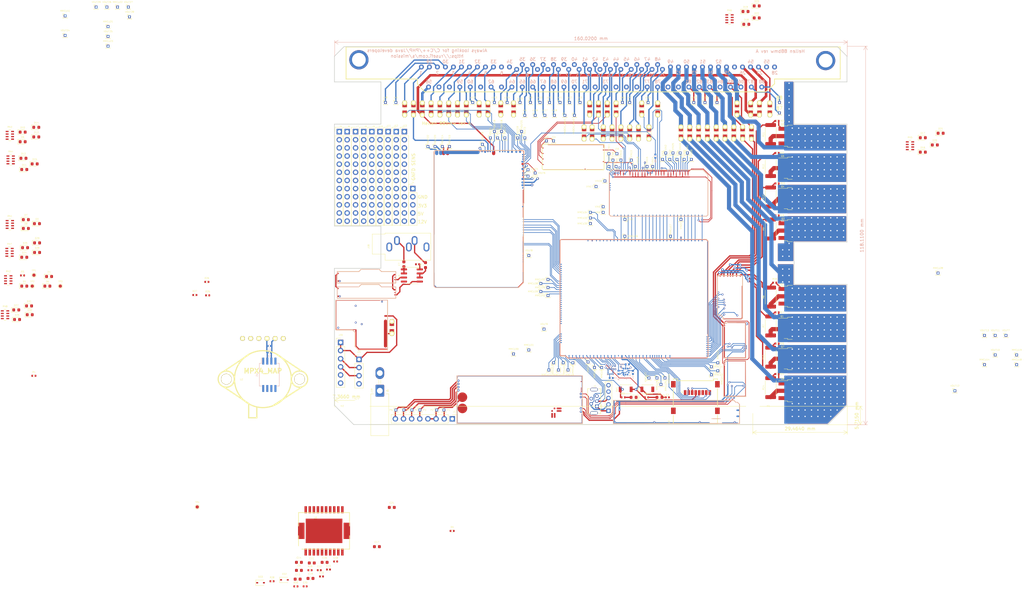
<source format=kicad_pcb>
(kicad_pcb (version 20210606) (generator pcbnew)
  (layers (0 "F.Cu" signal) (1 "In1.Cu" signal) (2 "In2.Cu" signal) (31 "B.Cu" signal) (34 "B.Paste" user) (35 "F.Paste" user) (36 "B.SilkS" user "B.Silkscreen") (37 "F.SilkS" user "F.Silkscreen") (38 "B.Mask" user) (39 "F.Mask" user) (44 "Edge.Cuts" user))
  (net 0 "")
  (net 1 "Net-(*ref1-Pad1)")
  (net 2 "Net-(*ref1-Pad29)")
  (net 3 "Net-(*ref1-Pad2)")
  (net 5 "Net-(*ref1-Pad3)")
  (net 6 "Net-(*ref1-Pad31)")
  (net 7 "Net-(*ref1-Pad4)")
  (net 8 "Net-(*ref1-Pad32)")
  (net 9 "Net-(*ref1-Pad5)")
  (net 10 "Net-(*ref1-Pad33)")
  (net 12 "Net-(*ref1-Pad11)")
  (net 13 "Net-(*ref1-Pad7)")
  (net 14 "Net-(*ref1-Pad35)")
  (net 15 "Net-(*ref1-Pad8)")
  (net 16 "Net-(*ref1-Pad12)")
  (net 17 "Net-(*ref1-Pad19)")
  (net 18 "Net-(*ref1-Pad30)")
  (net 19 "Net-(*ref1-Pad36)")
  (net 20 "Net-(*ref1-Pad37)")
  (net 21 "Net-(*ref1-Pad38)")
  (net 23 "Net-(*ref1-Pad60)")
  (net 25 "Net-(*ref1-Pad13)")
  (net 26 "Net-(*ref1-Pad41)")
  (net 27 "Net-(*ref1-Pad14)")
  (net 28 "Net-(*ref1-Pad42)")
  (net 30 "Net-(*ref1-Pad43)")
  (net 31 "Net-(*ref1-Pad16)")
  (net 32 "Net-(*ref1-Pad44)")
  (net 33 "Net-(*ref1-Pad17)")
  (net 34 "Net-(*ref1-Pad62)")
  (net 35 "Net-(*ref1-Pad18)")
  (net 36 "Net-(*ref1-Pad46)")
  (net 38 "Net-(*ref1-Pad47)")
  (net 39 "Net-(*ref1-Pad20)")
  (net 40 "Net-(*ref1-Pad48)")
  (net 41 "Net-(*ref1-Pad21)")
  (net 42 "Net-(*ref1-Pad49)")
  (net 43 "Net-(*ref1-Pad22)")
  (net 44 "Net-(*ref1-Pad50)")
  (net 45 "Net-(*ref1-Pad23)")
  (net 46 "Net-(*ref1-Pad51)")
  (net 47 "Net-(*ref1-Pad24)")
  (net 48 "Net-(*ref1-Pad52)")
  (net 49 "Net-(*ref1-Pad25)")
  (net 50 "Net-(*ref1-Pad66)")
  (net 51 "Net-(*ref1-Pad26)")
  (net 52 "Net-(*ref1-Pad54)")
  (net 53 "Net-(*ref1-Pad27)")
  (net 55 "Net-(*ref1-Pad67)")
  (net 56 "Net-(*ref1-Pad56)")
  (net 57 "Net-(*ref1-Pad68)")
  (net 58 "/IN_KNOCK1_RAW")
  (net 59 "Net-(*ref1-Pad59)")
  (net 60 "/IN_KNOCK2_RAW")
  (net 61 "Net-(*ref1-Pad82)")
  (net 62 "Net-(*ref1-Pad83)")
  (net 64 "Net-(*ref1-Pad64)")
  (net 65 "Net-(*ref1-Pad65)")
  (net 71 "Net-(*ref1-Pad87)")
  (net 72 "Net-(*ref1-Pad88)")
  (net 73 "Net-(*ref1-Pad73)")
  (net 74 "Net-(C8-Pad1)")
  (net 75 "Net-(C8-Pad2)")
  (net 76 "/SD_CS")
  (net 77 "Net-(*ref1-Pad77)")
  (net 78 "Net-(*ref1-Pad78)")
  (net 79 "/SD_MOSI")
  (net 80 "/SD_CLK")
  (net 81 "/SD_MISO")
  (net 82 "Net-(Q1-Pad1)")
  (net 83 "Net-(Q2-Pad1)")
  (net 84 "Net-(*ref1-Pad85)")
  (net 85 "Net-(*ref1-Pad86)")
  (net 86 "Net-(Q3-Pad1)")
  (net 87 "Net-(Q4-Pad1)")
  (net 88 "Net-(*ref1-Pad81)")
  (net 89 "GND")
  (net 90 "Net-(C7-Pad2)")
  (net 91 "/GND_SENS")
  (net 92 "Net-(C7-Pad1)")
  (net 94 "/IN_CAM")
  (net 95 "/INJ5")
  (net 96 "/INJ6")
  (net 97 "/INJ4")
  (net 98 "/IN_TPS")
  (net 99 "Net-(M7-PadN7)")
  (net 100 "/CAM")
  (net 101 "/INK1")
  (net 102 "/COIL_4")
  (net 103 "/COIL_6")
  (net 104 "/COIL_5")
  (net 105 "/MAIN_RELAY")
  (net 106 "Net-(D15-Pad1)")
  (net 107 "/INJ3")
  (net 108 "/INJ2")
  (net 109 "/INJ1")
  (net 110 "/INK2")
  (net 111 "Net-(M9-PadS4)")
  (net 112 "Net-(M9-PadS5)")
  (net 113 "/COIL_1")
  (net 114 "/COIL_2")
  (net 115 "/COIL_3")
  (net 116 "Net-(M7-PadS9)")
  (net 117 "/TPS")
  (net 119 "Net-(M7-PadS17)")
  (net 120 "Net-(Q5-Pad1)")
  (net 121 "Net-(Q6-Pad1)")
  (net 122 "Net-(M7-PadS18)")
  (net 123 "Net-(M7-PadS19)")
  (net 124 "Net-(M9-PadS13)")
  (net 125 "Net-(M7-PadS20)")
  (net 126 "/5V_SENS2")
  (net 127 "Net-(M9-PadS14)")
  (net 128 "/NRESET")
  (net 129 "Net-(D1-Pad2)")
  (net 130 "Net-(D2-Pad2)")
  (net 131 "Net-(D3-Pad1)")
  (net 132 "+12V")
  (net 133 "Net-(D4-Pad1)")
  (net 134 "+5V")
  (net 135 "Net-(D5-Pad1)")
  (net 136 "+3V3")
  (net 137 "Net-(D6-Pad1)")
  (net 138 "/CRANK")
  (net 139 "Net-(D7-Pad1)")
  (net 140 "Net-(D8-Pad1)")
  (net 141 "/PUMP")
  (net 142 "Net-(D9-Pad1)")
  (net 143 "/LSU_SENSOR_U{slash}PUMP_I")
  (net 144 "Net-(D10-Pad1)")
  (net 145 "Net-(D11-Pad1)")
  (net 146 "Net-(D12-Pad1)")
  (net 147 "/LSU_PUMP_I")
  (net 148 "Net-(D13-Pad1)")
  (net 149 "Net-(D14-Pad1)")
  (net 150 "Net-(D16-Pad1)")
  (net 151 "Net-(D17-Pad1)")
  (net 152 "Net-(D18-Pad1)")
  (net 153 "/COIL_7")
  (net 154 "Net-(D19-Pad1)")
  (net 155 "Net-(D20-Pad1)")
  (net 156 "Net-(D21-Pad1)")
  (net 157 "Net-(D22-Pad1)")
  (net 158 "/COIL_8")
  (net 159 "Net-(D23-Pad1)")
  (net 160 "Net-(D24-Pad1)")
  (net 161 "Net-(D25-Pad1)")
  (net 162 "Net-(D26-Pad1)")
  (net 163 "/INJ7")
  (net 164 "Net-(D27-Pad1)")
  (net 165 "Net-(D28-Pad1)")
  (net 166 "Net-(D29-Pad1)")
  (net 167 "Net-(D30-Pad1)")
  (net 168 "/INJ8")
  (net 169 "Net-(D31-Pad1)")
  (net 172 "/USBP")
  (net 173 "/USBM")
  (net 174 "/VBUS")
  (net 176 "Net-(Q7-Pad1)")
  (net 177 "Net-(Q8-Pad1)")
  (net 287 "Net-(J14-Pad1)")
  (net 288 "Net-(J15-Pad1)")
  (net 289 "Net-(J16-Pad1)")
  (net 290 "Net-(M9-PadW4)")
  (net 291 "/VIGN")
  (net 292 "/V12_PERM")
  (net 293 "/IN_VIGN")
  (net 294 "/VBAT")
  (net 295 "V12_RAW")
  (net 296 "/CAN_RX")
  (net 297 "/CAN_TX")
  (net 298 "/CAN_VIO")
  (net 299 "/CAN+")
  (net 300 "/CAN-")
  (net 301 "Net-(M3-PadW4)")
  (net 302 "Net-(M3-PadW2)")
  (net 303 "/LSU_HEAT-")
  (net 304 "/LSU_CALIBR_RES")
  (net 305 "/LSU_SENSOR_U")
  (net 306 "Net-(M7-PadS21)")
  (net 307 "Net-(M7-PadS22)")
  (net 308 "Net-(M7-PadS23)")
  (net 309 "Net-(M7-PadS24)")
  (net 310 "Net-(M7-PadS25)")
  (net 311 "Net-(M7-PadS26)")
  (net 312 "Net-(M9-PadS1)")
  (net 313 "Net-(M9-PadS2)")
  (net 314 "/VREF1")
  (net 315 "/VREF2")
  (net 316 "/IN_MAP2")
  (net 317 "/IN_MAF")
  (net 318 "Net-(M9-PadW3)")
  (net 319 "/IN_CRANK")
  (net 320 "/IN_KNOCK1")
  (net 321 "/IN_VSS")
  (net 322 "Net-(M7-PadS4)")
  (net 323 "/IN_KNOCK2")
  (net 324 "Net-(M7-PadS2)")
  (net 325 "Net-(M7-PadS1)")
  (net 326 "Net-(M7-PadN26)")
  (net 327 "Net-(M7-PadN25)")
  (net 328 "Net-(M7-PadN23)")
  (net 329 "/VSS")
  (net 330 "/AFR")
  (net 331 "/CLT")
  (net 332 "/IAT")
  (net 333 "/MAF")
  (net 334 "/MAP2")
  (net 335 "/A2")
  (net 336 "/A4")
  (net 337 "/TPS2")
  (net 338 "/PPS2")
  (net 339 "/A3")
  (net 340 "/RES1")
  (net 341 "/PPS1")
  (net 342 "/A1")
  (net 343 "/RES2")
  (net 344 "GNDA")
  (net 345 "V5A")
  (net 346 "Net-(M7-PadJ26)")
  (net 347 "Net-(M7-PadJ25)")
  (net 348 "Net-(M7-PadJ23)")
  (net 349 "Net-(M7-PadJ16)")
  (net 350 "Net-(M7-PadJ15)")
  (net 351 "Net-(M7-PadE4)")
  (net 352 "Net-(M7-PadE3)")
  (net 353 "/LPS_SDA")
  (net 354 "Net-(M9-PadW25)")
  (net 355 "/IDLE")
  (net 356 "Net-(M9-PadW32)")
  (net 357 "Net-(M9-PadW33)")
  (net 358 "Net-(M9-PadW31)")
  (net 359 "Net-(M9-PadW34)")
  (net 360 "/TACH")
  (net 361 "Net-(M9-PadW39)")
  (net 362 "/FUEL_CONSUM")
  (net 363 "Net-(M11-PadE7)")
  (net 364 "/OUT_MAIN")
  (net 365 "/OUT_INJ7")
  (net 366 "/OUT_INJ8")
  (net 367 "/OUT_INJ5")
  (net 368 "Net-(M9-PadW9)")
  (net 369 "Net-(M9-PadW8)")
  (net 370 "/OUT_INJ4")
  (net 371 "/OUT_TACH")
  (net 372 "Net-(M9-PadW5)")
  (net 373 "Net-(M9-PadW36)")
  (net 374 "Net-(M11-PadE9)")
  (net 375 "Net-(M11-PadE10)")
  (net 376 "/OUT_INJ1")
  (net 377 "/OUT_INJ3")
  (net 378 "/OUT_INJ2")
  (net 379 "/OUT_INJ6")
  (net 380 "Net-(M11-PadE12)")
  (net 381 "Net-(M9-PadS12)")
  (net 382 "/OUT_PUMP")
  (net 383 "Net-(M9-PadS9)")
  (net 384 "/OUT_IDLE")
  (net 385 "/OUT_FUEL_CONSUM")
  (net 386 "Net-(M11-PadE16)")
  (net 387 "+12V_RAW")
  (net 388 "Net-(C10-Pad1)")
  (net 389 "/IGN_V33")
  (net 390 "/IGN_V5")
  (net 391 "/IGN1")
  (net 392 "/IGN2")
  (net 393 "/IGN3")
  (net 394 "/IGN4")
  (net 395 "/IGN5")
  (net 396 "/IGN6")
  (net 397 "/IGN7")
  (net 398 "/IGN8")
  (net 399 "/OUT_IGN1")
  (net 400 "/OUT_IGN2")
  (net 401 "/OUT_IGN3")
  (net 402 "/OUT_IGN4")
  (net 403 "/OUT_IGN5")
  (net 404 "/OUT_IGN6")
  (net 405 "/OUT_IGN7")
  (net 406 "/OUT_IGN8")
  (net 407 "Net-(M11-PadS11)")
  (net 408 "Net-(M11-PadE22)")
  (net 409 "Net-(M11-PadS9)")
  (net 410 "Net-(M11-PadS8)")
  (net 411 "Net-(M11-PadE28)")
  (net 412 "Net-(M11-PadN32)")
  (net 413 "/BOOT0")
  (net 414 "Net-(M11-PadN27)")
  (net 415 "Net-(M11-PadN26)")
  (net 416 "Net-(M11-PadN25)")
  (net 417 "/LPS_SCL")
  (net 418 "/SPI_SCK")
  (net 419 "/SPI_MISO")
  (net 420 "/SPI_MOSI")
  (net 421 "/SPI_CS")
  (net 423 "Net-(M11-PadN15)")
  (net 424 "Net-(M11-PadN14)")
  (net 425 "Net-(M11-PadN13)")
  (net 426 "Net-(M11-PadN12)")
  (net 427 "Net-(M11-PadN7)")
  (net 428 "Net-(M11-PadN6)")
  (net 429 "Net-(M11-PadN5)")
  (net 430 "Net-(M11-PadN4)")
  (net 431 "Net-(M11-PadE24)")
  (net 432 "Net-(M11-PadE23)")
  (net 433 "Net-(M11-PadE20)")
  (net 434 "Net-(M11-PadE13)")
  (net 435 "Net-(M11-PadE11)")
  (net 436 "Net-(M11-PadE5)")
  (net 437 "Net-(M11-PadE4)")
  (net 438 "Net-(M11-PadE3)")
  (net 439 "Net-(M11-PadE2)")
  (net 440 "Net-(M11-PadE1)")
  (net 455 "/IN_CRANK+")
  (net 456 "/IN_CRANK-")
  (net 457 "Net-(M11-PadE21)")
  (net 458 "Net-(M11-PadS24)")
  (net 459 "/BARO")
  (net 464 "Net-(C12-Pad1)")
  (net 469 "Net-(C12-Pad2)")
  (net 470 "Net-(M9-PadS10)")
  (net 471 "Net-(C15-Pad2)")
  (net 472 "Net-(R30-Pad2)")
  (net 473 "/OUT_ETB-")
  (net 474 "/OUT_ETB+")
  (net 475 "Net-(M3-PadW3)")
  (net 476 "Net-(M9-PadS7)")
  (net 477 "Net-(M9-PadW1)")
  (net 478 "Net-(M9-PadW27)")
  (net 479 "Net-(M9-PadW29)")
  (net 480 "Net-(M9-PadW30)")
  (net 481 "Net-(M9-PadW35)")
  (net 482 "Net-(M9-PadW37)")
  (net 483 "Net-(M9-PadW38)")
  (net 484 "/+ETB")
  (net 485 "/-ETB")
  (net 486 "/ETB_EN")
  (net 487 "Net-(M11-PadS3)")
  (net 488 "Net-(M11-PadS4)")
  (net 489 "Net-(M11-PadS5)")
  (footprint "rusefi_lib_private:88pin_STS" (layer "F.Cu") (at 91.2164 41.9166)
    (fp_text reference "*ref1" hide)
    (fp_text value "Motronic_88pin" hide)
  )
  (footprint "rusefi_lib:SM0805_jumper" (layer "F.Cu") (at 86 55 -90)
    (fp_text reference "JP1")
    (fp_text value "Jumper_2_Open" hide)
  )
  (footprint "rusefi_lib:SM0805_jumper" (layer "F.Cu") (at 94.25 55 -90)
    (fp_text reference "JP3")
    (fp_text value "Jumper_2_Open" hide)
  )
  (footprint "rusefi_lib:SM0805_jumper" (layer "F.Cu") (at 99.75 55 -90)
    (fp_text reference "JP4")
    (fp_text value "Jumper_2_Open" hide)
  )
  (footprint "rusefi_lib:SM0805_jumper" (layer "F.Cu") (at 109.25 55 -90)
    (fp_text reference "JP5")
    (fp_text value "Jumper_2_Open" hide)
  )
  (footprint "rusefi_lib:SM0805_jumper" (layer "F.Cu") (at 116 55 -90)
    (fp_text reference "JP7")
    (fp_text value "Jumper_2_Open" hide)
  )
  (footprint "rusefi_lib:SM0805_jumper" (layer "F.Cu") (at 143.75 55 -90)
    (fp_text reference "JP14")
    (fp_text value "Jumper_2_Open" hide)
  )
  (footprint "rusefi_lib:SM0805_jumper" (layer "F.Cu") (at 149.25 55 -90)
    (fp_text reference "JP16")
    (fp_text value "Jumper_2_Open" hide)
  )
  (footprint "rusefi_lib:SM0805_jumper" (layer "F.Cu") (at 152 55 -90)
    (fp_text reference "JP17")
    (fp_text value "Jumper_2_Open" hide)
  )
  (footprint "rusefi_lib:SM0805_jumper" (layer "F.Cu") (at 159 62.5 -90)
    (fp_text reference "JP20")
    (fp_text value "Jumper_2_Open" hide)
  )
  (footprint "rusefi_lib:SM0805_jumper" (layer "F.Cu") (at 162.25 62.5 -90)
    (fp_text reference "JP21")
    (fp_text value "Jumper_2_Open" hide)
  )
  (footprint "rusefi_lib:SM0805_jumper" (layer "F.Cu") (at 175 62.5 -90)
    (fp_text reference "JP22")
    (fp_text value "Jumper_2_Open" hide)
  )
  (footprint "rusefi_lib:SM0805_jumper" (layer "F.Cu") (at 180.5 62.5 -90)
    (fp_text reference "JP23")
    (fp_text value "Jumper_2_Open" hide)
  )
  (footprint "rusefi_lib:SM0805_jumper" (layer "F.Cu") (at 186 62.5 -90)
    (fp_text reference "JP24")
    (fp_text value "Jumper_2_Open" hide)
  )
  (footprint "rusefi_lib:SM0805_jumper" (layer "F.Cu") (at 189.75 55 -90)
    (fp_text reference "JP25")
    (fp_text value "Jumper_2_Open" hide)
  )
  (footprint "rusefi_lib:SM0805_jumper" (layer "F.Cu") (at 194 55 -90)
    (fp_text reference "JP26")
    (fp_text value "Jumper_2_Open" hide)
  )
  (footprint "rusefi_lib:SM0805_jumper" (layer "F.Cu") (at 200 55 -90)
    (fp_text reference "JP27")
    (fp_text value "Jumper_2_Open" hide)
  )
  (footprint "rusefi_lib:SM0805_jumper" (layer "F.Cu") (at 88.75 55 -90)
    (fp_text reference "JP29")
    (fp_text value "Jumper_2_Open" hide)
  )
  (footprint "rusefi_lib:SM0805_jumper" (layer "F.Cu") (at 97 55 -90)
    (fp_text reference "JP31")
    (fp_text value "Jumper_2_Open" hide)
  )
  (footprint "rusefi_lib:SM0805_jumper" (layer "F.Cu") (at 105.25 55 -90)
    (fp_text reference "JP32")
    (fp_text value "Jumper_2_Open" hide)
  )
  (footprint "rusefi_lib:SM0805_jumper" (layer "F.Cu") (at 112 55 -90)
    (fp_text reference "JP33")
    (fp_text value "Jumper_2_Open" hide)
  )
  (footprint "rusefi_lib:SM0805_jumper" (layer "F.Cu") (at 120 55 -90)
    (fp_text reference "JP35")
    (fp_text value "Jumper_2_Open" hide)
  )
  (footprint "rusefi_lib:SM0805_jumper" (layer "F.Cu") (at 142 62.5 -90)
    (fp_text reference "JP41")
    (fp_text value "Jumper_2_Open" hide)
  )
  (footprint "rusefi_lib:SM0805_jumper" (layer "F.Cu") (at 144.5 62.5 -90)
    (fp_text reference "JP42")
    (fp_text value "Jumper_2_Open" hide)
  )
  (footprint "rusefi_lib:SM0805_jumper" (layer "F.Cu") (at 146.5 55 -90)
    (fp_text reference "JP43")
    (fp_text value "Jumper_2_Open" hide)
  )
  (footprint "rusefi_lib:SM0805_jumper" (layer "F.Cu") (at 150.75 62.5 -90)
    (fp_text reference "JP44")
    (fp_text value "Jumper_2_Open" hide)
  )
  (footprint "rusefi_lib:SM0805_jumper" (layer "F.Cu") (at 153.5 62.5 -90)
    (fp_text reference "JP46")
    (fp_text value "Jumper_2_Open" hide)
  )
  (footprint "rusefi_lib:SM0805_jumper" (layer "F.Cu") (at 156.25 62.5 -90)
    (fp_text reference "JP47")
    (fp_text value "Jumper_2_Open" hide)
  )
  (footprint "rusefi_lib:SM0805_jumper" (layer "F.Cu") (at 177.75 62.5 -90)
    (fp_text reference "JP50")
    (fp_text value "Jumper_2_Open" hide)
  )
  (footprint "rusefi_lib:SM0805_jumper" (layer "F.Cu") (at 183.25 62.5 -90)
    (fp_text reference "JP51")
    (fp_text value "Jumper_2_Open" hide)
  )
  (footprint "rusefi_lib:SM0805_jumper" (layer "F.Cu") (at 188.75 62.5 -90)
    (fp_text reference "JP52")
    (fp_text value "Jumper_2_Open" hide)
  )
  (footprint "rusefi_lib:SM0805_jumper" (layer "F.Cu") (at 196.75 55 -90)
    (fp_text reference "JP54")
    (fp_text value "Jumper_2_Open" hide)
  )
  (footprint "rusefi_lib:SM0805_jumper" (layer "F.Cu") (at 91.5 55 -90)
    (fp_text reference "JP56")
    (fp_text value "Jumper_2_Open" hide)
  )
  (footprint "rusefi_lib:SM0805_jumper" (layer "F.Cu") (at 148 62.5 -90)
    (fp_text reference "JP73")
    (fp_text value "Jumper_2_Open" hide)
  )
  (footprint "rusefi_lib:SM0805_jumper" (layer "F.Cu") (at 160 55 -90)
    (fp_text reference "JP77")
    (fp_text value "Jumper_2_Open" hide)
  )
  (footprint "rusefi_lib:SM0805_jumper" (layer "F.Cu") (at 165 55 -90)
    (fp_text reference "JP78")
    (fp_text value "Jumper_2_Open" hide)
  )
  (footprint "rusefi_lib:SM0805_jumper" (layer "F.Cu") (at 194.25 62.5 -90)
    (fp_text reference "JP85")
    (fp_text value "Jumper_2_Open" hide)
  )
  (footprint "rusefi_lib:SM0805_jumper" (layer "F.Cu") (at 191.5 62.5 -90)
    (fp_text reference "JP86")
    (fp_text value "Jumper_2_Open" hide)
  )
  (footprint "rusefi_lib:SM0805_jumper" (layer "F.Cu") (at 102.5 55 -90)
    (fp_text reference "JP59")
    (fp_text value "Jumper_2_Open" hide)
  )
  (footprint "rusefi_lib:SM0805_jumper" (layer "F.Cu") (at 172.25 62.5 -90)
    (fp_text reference "JP49")
    (fp_text value "Jumper_2_Open" hide)
  )
  (footprint "Package_TO_SOT_SMD:TO-252-2" (layer "F.Cu") (at 208 123.5)
    (fp_text reference "Q1")
    (fp_text value "NGD8201AN")
  )
  (footprint "Package_TO_SOT_SMD:TO-252-2" (layer "F.Cu") (at 208 63.5)
    (fp_text reference "Q6")
    (fp_text value "NGD8201AN")
  )
  (footprint "Package_TO_SOT_SMD:TO-252-2" (layer "F.Cu") (at 208 113.5)
    (fp_text reference "Q2")
    (fp_text value "NGD8201AN")
  )
  (footprint "Package_TO_SOT_SMD:TO-252-2" (layer "F.Cu") (at 208 73.5)
    (fp_text reference "Q5")
    (fp_text value "NGD8201AN")
  )
  (footprint "Package_TO_SOT_SMD:TO-252-2" (layer "F.Cu") (at 208 93)
    (fp_text reference "Q3")
    (fp_text value "NGD8201AN")
  )
  (footprint "Package_TO_SOT_SMD:TO-252-2" (layer "F.Cu") (at 208 83)
    (fp_text reference "Q4")
    (fp_text value "NGD8201AN")
  )
  (footprint "rusefi_lib_private:693072010801" (layer "F.Cu") (at 176.75 146.25 180)
    (fp_text reference "J3")
    (fp_text value "Micro_SD_Card")
  )
  (footprint "Connector_PinHeader_2.54mm:PinHeader_1x05_P2.54mm_Vertical" (layer "F.Cu") (at 88.55 79.87)
    (fp_text reference "J4")
    (fp_text value "Conn_01x05")
  )
  (footprint "Connector_PinHeader_2.54mm:PinHeader_1x12_P2.54mm_Vertical" (layer "F.Cu") (at 65.59 62.09)
    (fp_text reference "J5")
    (fp_text value "Conn_01x12")
  )
  (footprint "Connector_PinHeader_2.54mm:PinHeader_1x12_P2.54mm_Vertical" (layer "F.Cu") (at 68.050001 62.09)
    (fp_text reference "J6")
    (fp_text value "Conn_01x12")
  )
  (footprint "Connector_PinHeader_2.54mm:PinHeader_1x12_P2.54mm_Vertical" (layer "F.Cu") (at 70.67 62.09)
    (fp_text reference "J7")
    (fp_text value "Conn_01x12")
  )
  (footprint "Connector_PinHeader_2.54mm:PinHeader_1x12_P2.54mm_Vertical" (layer "F.Cu") (at 73.21 62.09)
    (fp_text reference "J8")
    (fp_text value "Conn_01x12")
  )
  (footprint "Connector_PinHeader_2.54mm:PinHeader_1x12_P2.54mm_Vertical" (layer "F.Cu") (at 75.75 62.09)
    (fp_text reference "J9")
    (fp_text value "Conn_01x12")
  )
  (footprint "Connector_PinHeader_2.54mm:PinHeader_1x12_P2.54mm_Vertical" (layer "F.Cu") (at 78.29 62.09)
    (fp_text reference "J10")
    (fp_text value "Conn_01x12")
  )
  (footprint "Connector_PinHeader_2.54mm:PinHeader_1x12_P2.54mm_Vertical" (layer "F.Cu") (at 80.83 62.09)
    (fp_text reference "J11")
    (fp_text value "Conn_01x12")
  )
  (footprint "Connector_PinHeader_2.54mm:PinHeader_1x12_P2.54mm_Vertical" (layer "F.Cu") (at 83.37 62.09)
    (fp_text reference "J12")
    (fp_text value "Conn_01x12")
  )
  (footprint "Connector_PinHeader_2.54mm:PinHeader_1x12_P2.54mm_Vertical" (layer "F.Cu") (at 85.91 62.09)
    (fp_text reference "J13")
    (fp_text value "Conn_01x12")
  )
  (footprint "MountingHole:MountingHole_4.3mm_M4_DIN965" (layer "F.Cu") (at 194.696 147.86)
    (fp_text reference "H1")
    (fp_text value "MountingHole")
  )
  (footprint "MountingHole:MountingHole_4.3mm_M4_DIN965" (layer "F.Cu") (at 71.506 147.86)
    (fp_text reference "H2")
    (fp_text value "MountingHole")
  )
  (footprint "Resistor_SMD:R_0402_1005Metric" (layer "F.Cu") (at 161.5 145.05)
    (fp_text reference "R1")
    (fp_text value "2k2")
  )
  (footprint "LED_SMD:LED_0603_1608Metric" (layer "F.Cu") (at -29 60.75)
    (fp_text reference "D14")
    (fp_text value "LED")
  )
  (footprint "Resistor_SMD:R_2512_6332Metric" (layer "F.Cu") (at 200.25 132.5 90)
    (fp_text reference "R10")
    (fp_text value "DNP")
  )
  (footprint "Connector_PinHeader_1.00mm:PinHeader_1x01_P1.00mm_Vertical" (layer "F.Cu") (at 116.25 62.048785)
    (fp_text reference "VOUT18")
    (fp_text value "Pad")
  )
  (footprint "LED_SMD:LED_0603_1608Metric" (layer "F.Cu") (at 195.9 22.85)
    (fp_text reference "D23")
    (fp_text value "LED")
  )
  (footprint "Connector_PinHeader_1.00mm:PinHeader_1x01_P1.00mm_Vertical" (layer "F.Cu") (at -0.262 23.21347)
    (fp_text reference "VOUT27")
    (fp_text value "Pad")
  )
  (footprint "Connector_PinHeader_1.00mm:PinHeader_1x01_P1.00mm_Vertical" (layer "F.Cu") (at 148.5 77.5)
    (fp_text reference "VIN16")
    (fp_text value "VIN16")
  )
  (footprint "LED_SMD:LED_0603_1608Metric" (layer "F.Cu") (at -32.5 98.32)
    (fp_text reference "D25")
    (fp_text value "LED")
  )
  (footprint "Connector_PinHeader_1.00mm:PinHeader_1x01_P1.00mm_Vertical" (layer "F.Cu") (at 110.25 66.048785)
    (fp_text reference "VOUT20")
    (fp_text value "Pad")
  )
  (footprint "LED_SMD:LED_0603_1608Metric" (layer "F.Cu") (at -32.25 92.32)
    (fp_text reference "D8")
    (fp_text value "LED")
  )
  (footprint "TestPoint:TestPoint_Pad_D1.0mm" (layer "F.Cu") (at 21.25 179.25)
    (fp_text reference "TP4")
    (fp_text value "TestPoint")
  )
  (footprint "Connector_PinHeader_1.00mm:PinHeader_1x01_P1.00mm_Vertical" (layer "F.Cu") (at 124.5 76)
    (fp_text reference "VOUT1")
    (fp_text value "Pad")
  )
  (footprint "LED_SMD:LED_0603_1608Metric" (layer "F.Cu") (at -35.25 117.75)
    (fp_text reference "D27")
    (fp_text value "LED")
  )
  (footprint "Connector_PinHeader_1.00mm:PinHeader_1x01_P1.00mm_Vertical" (layer "F.Cu") (at 267 134.85)
    (fp_text reference "MMCU14")
    (fp_text value "MMCU")
  )
  (footprint "Connector_PinHeader_1.00mm:PinHeader_1x01_P1.00mm_Vertical" (layer "F.Cu") (at 163.420002 73.002684)
    (fp_text reference "VIN14")
    (fp_text value "VIN14")
  )
  (footprint "Connector_PinHeader_1.00mm:PinHeader_1x01_P1.00mm_Vertical" (layer "F.Cu") (at 183.75 136.75 90)
    (fp_text reference "MMCU4")
    (fp_text value "MMCU")
  )
  (footprint "Connector_PinHeader_1.00mm:PinHeader_1x01_P1.00mm_Vertical" (layer "F.Cu") (at 124.75 130.25)
    (fp_text reference "MMCU31")
    (fp_text value "MMCU")
  )
  (footprint "Capacitor_SMD:C_0603_1608Metric" (layer "F.Cu") (at 52.59 201.8)
    (fp_text reference "C13")
    (fp_text value "10uF")
  )
  (footprint "Connector_PinHeader_1.00mm:PinHeader_1x01_P1.00mm_Vertical" (layer "F.Cu") (at 80 53)
    (fp_text reference "cr8")
    (fp_text value "cr")
  )
  (footprint "LED_SMD:LED_0603_1608Metric" (layer "F.Cu") (at -28.75 96.82)
    (fp_text reference "D29")
    (fp_text value "LED")
  )
  (footprint "Button_Switch_SMD:SW_SPST_B3U-1000P-B" (layer "F.Cu") (at 161.75 142.55)
    (fp_text reference "SW2")
    (fp_text value "RESET")
  )
  (footprint "LED_SMD:LED_0603_1608Metric" (layer "F.Cu") (at 157.4625 145.05 180)
    (fp_text reference "D1")
    (fp_text value "LED")
  )
  (footprint "Connector_PinHeader_1.00mm:PinHeader_1x01_P1.00mm_Vertical" (layer "F.Cu") (at 252.5 106.25)
    (fp_text reference "MMCU28")
    (fp_text value "MMCU")
  )
  (footprint "Connector_PinHeader_1.00mm:PinHeader_1x01_P1.00mm_Vertical" (layer "F.Cu") (at 270.35 131.8)
    (fp_text reference "VOUT10")
    (fp_text value "Pad")
  )
  (footprint "Connector_PinHeader_1.00mm:PinHeader_1x01_P1.00mm_Vertical" (layer "F.Cu") (at 134.5 53)
    (fp_text reference "cr1")
    (fp_text value "cr")
  )
  (footprint "Connector_PinHeader_1.00mm:PinHeader_1x01_P1.00mm_Vertical" (layer "F.Cu") (at 120 131.5)
    (fp_text reference "MMCU30")
    (fp_text value "MMCU")
  )
  (footprint "Resistor_SMD:R_Array_Concave_4x0603" (layer "F.Cu") (at -37.35 99.77)
    (fp_text reference "RN7")
    (fp_text value "470")
  )
  (footprint "kicad6:SO20POWER" (layer "F.Cu") (at 60.8322 186.7222)
    (fp_text reference "U6")
    (fp_text value "L6205PD")
  )
  (footprint "Package_TO_SOT_SMD:TO-252-2" (layer "F.Cu") (at 208 133)
    (fp_text reference "Q7")
    (fp_text value "NGD8201AN")
  )
  (footprint "Connector_PinHeader_1.00mm:PinHeader_1x01_P1.00mm_Vertical" (layer "F.Cu") (at 277.05 134.85)
    (fp_text reference "MMCU18")
    (fp_text value "MMCU")
  )
  (footprint "Connector_PinHeader_1.00mm:PinHeader_1x01_P1.00mm_Vertical" (layer "F.Cu") (at 149.75 69)
    (fp_text reference "VIN11")
    (fp_text value "VIN11")
  )
  (footprint "Connector_PinHeader_1.00mm:PinHeader_1x01_P1.00mm_Vertical" (layer "F.Cu") (at 171 70.75)
    (fp_text reference "VIN4")
    (fp_text value "Pad")
  )
  (footprint "Connector_PinHeader_1.00mm:PinHeader_1x01_P1.00mm_Vertical" (layer "F.Cu") (at 131.25 53)
    (fp_text reference "cr11")
    (fp_text value "cr")
  )
  (footprint "Connector_PinHeader_1.00mm:PinHeader_1x01_P1.00mm_Vertical" (layer "F.Cu") (at 90.75 149)
    (fp_text reference "P3")
    (fp_text value "P")
  )
  (footprint "Connector_PinHeader_1.00mm:PinHeader_1x01_P1.00mm_Vertical" (layer "F.Cu") (at 137 136.5 90)
    (fp_text reference "MMCU9")
    (fp_text value "MMCU")
  )
  (footprint "Connector_PinHeader_1.00mm:PinHeader_1x01_P1.00mm_Vertical" (layer "F.Cu") (at 147.970002 87.289997)
    (fp_text reference "VIN6")
    (fp_text value "VIN6")
  )
  (footprint "LED_SMD:LED_0603_1608Metric" (layer "F.Cu") (at -28.75 99.82)
    (fp_text reference "D28")
    (fp_text value "LED")
  )
  (footprint "Resistor_SMD:R_2512_6332Metric" (layer "F.Cu") (at 200.25 92.5 90)
    (fp_text reference "R9")
    (fp_text value "DNP")
  )
  (footprint "LED_SMD:LED_0603_1608Metric" (layer "F.Cu") (at -32.75 73.92)
    (fp_text reference "D11")
    (fp_text value "LED")
  )
  (footprint "Connector_PinHeader_1.00mm:PinHeader_1x01_P1.00mm_Vertical" (layer "F.Cu") (at 112.75 64.048785)
    (fp_text reference "VOUT5")
    (fp_text value "VOUT5")
  )
  (footprint "Connector_PinHeader_1.00mm:PinHeader_1x01_P1.00mm_Vertical" (layer "F.Cu") (at 172 68.75)
    (fp_text reference "VIN19")
    (fp_text value "Pad")
  )
  (footprint "Capacitor_SMD:C_0603_1608Metric" (layer "F.Cu") (at 81.98 179.4)
    (fp_text reference "C21")
    (fp_text value "10uF")
  )
  (footprint "LED_SMD:LED_0603_1608Metric" (layer "F.Cu") (at 195.9 26.6)
    (fp_text reference "D22")
    (fp_text value "LED")
  )
  (footprint "Connector_PinHeader_1.00mm:PinHeader_1x01_P1.00mm_Vertical" (layer "F.Cu") (at 139 57)
    (fp_text reference "KNOCK_RAW2")
    (fp_text value "IN_KNOCK2_RAW")
  )
  (footprint "Capacitor_SMD:C_0603_1608Metric" (layer "F.Cu") (at 77.33 191.65)
    (fp_text reference "C17")
    (fp_text value "10uF")
  )
  (footprint "Resistor_SMD:R_Array_Concave_4x0603" (layer "F.Cu") (at -37 70.92)
    (fp_text reference "RN4")
    (fp_text value "470")
  )
  (footprint "Connector_PinHeader_1.00mm:PinHeader_1x01_P1.00mm_Vertical" (layer "F.Cu") (at 183.75 134.25 90)
    (fp_text reference "MMCU2")
    (fp_text value "MMCU")
  )
  (footprint "Connector_PinHeader_1.00mm:PinHeader_1x01_P1.00mm_Vertical" (layer "F.Cu") (at 158 73)
    (fp_text reference "VIN18")
    (fp_text value "Pad")
  )
  (footprint "Connector_PinHeader_1.00mm:PinHeader_1x01_P1.00mm_Vertical" (layer "F.Cu") (at 143.25 134)
    (fp_text reference "MMCU7")
    (fp_text value "MMCU")
  )
  (footprint "Capacitor_SMD:C_0603_1608Metric" (layer "F.Cu") (at 57 196.75)
    (fp_text reference "C11")
    (fp_text value "10uF")
  )
  (footprint "Capacitor_SMD:C_0402_1005Metric" (layer "F.Cu") (at 62.21 198.79)
    (fp_text reference "C15")
    (fp_text value "220nF")
  )
  (footprint "Resistor_SMD:R_0402_1005Metric" (layer "F.Cu") (at 24.25 109)
    (fp_text reference "R26")
    (fp_text value "2k7")
  )
  (footprint "Resistor_SMD:R_2512_6332Metric" (layer "F.Cu") (at 200.25 142 -90)
    (fp_text reference "R14")
    (fp_text value "DNP")
  )
  (footprint "TestPoint:TestPoint_Pad_D1.0mm" (layer "F.Cu") (at -21.5 110.32)
    (fp_text reference "TP3")
    (fp_text value "TestPoint")
  )
  (footprint "LED_SMD:LED_0603_1608Metric" (layer "F.Cu") (at 247.75 68.5)
    (fp_text reference "D16")
    (fp_text value "LED")
  )
  (footprint "Connector_PinHeader_2.00mm:PinHeader_1x05_P2.00mm_Vertical" (layer "F.Cu") (at 149.625 149.25 180)
    (fp_text reference "J2")
    (fp_text value "UB-20PMFP-LC7002")
  )
  (footprint "hellen-one-input-0.1:input" (layer "F.Cu") (at 180.75 73.923003 180)
    (fp_text reference "M7" hide)
    (fp_text value "Module-input-0.1" hide)
  )
  (footprint "Connector_PinHeader_1.00mm:PinHeader_1x01_P1.00mm_Vertical" (layer "F.Cu") (at 135.5 134.25 90)
    (fp_text reference "MMCU10")
    (fp_text value "MMCU")
  )
  (footprint "Connector_PinHeader_1.00mm:PinHeader_1x01_P1.00mm_Vertical" (layer "F.Cu") (at 161.670002 73.002684)
    (fp_text reference "VIN15")
    (fp_text value "VIN15")
  )
  (footprint "Connector_PinHeader_1.00mm:PinHeader_1x01_P1.00mm_Vertical" (layer "F.Cu") (at 130.75 110.75)
    (fp_text reference "MMCU29")
    (fp_text value "MMCU")
  )
  (footprint "Resistor_SMD:R_0402_1005Metric" (layer "F.Cu") (at -29.75 138.32)
    (fp_text reference "R4")
    (fp_text value "1k")
  )
  (footprint "Resistor_SMD:R_2512_6332Metric" (layer "F.Cu") (at 200.25 122.75 90)
    (fp_text reference "R7")
    (fp_text value "DNP")
  )
  (footprint "Resistor_SMD:R_Array_Concave_4x0603" (layer "F.Cu") (at 243.75 66.5)
    (fp_text reference "RN5")
    (fp_text value "470")
  )
  (footprint "Connector_PinHeader_1.00mm:PinHeader_1x01_P1.00mm_Vertical" (layer "F.Cu") (at 173.25 70.75)
    (fp_text reference "VIN21")
    (fp_text value "Pad")
  )
  (footprint "Capacitor_SMD:C_0603_1608Metric" (layer "F.Cu") (at 56.6 201.57)
    (fp_text reference "C19")
    (fp_text value "10uF")
  )
  (footprint "Connector_PinHeader_1.00mm:PinHeader_1x01_P1.00mm_Vertical" (layer "F.Cu") (at 154.75 89.5 180)
    (fp_text reference "VIN7")
    (fp_text value "VIN7")
  )
  (footprint "Resistor_SMD:R_0402_1005Metric" (layer "F.Cu") (at 201.5 109.25)
    (fp_text reference "R18")
    (fp_text value "0")
  )
  (footprint "Connector_PinHeader_1.00mm:PinHeader_1x01_P1.00mm_Vertical" (layer "F.Cu") (at 121.25 64.048785)
    (fp_text reference "VOUT19")
    (fp_text value "Pad")
  )
  (footprint "Connector_PinHeader_1.00mm:PinHeader_1x01_P1.00mm_Vertical" (layer "F.Cu") (at 169 94.75)
    (fp_text reference "MMCU17")
    (fp_text value "MMCU")
  )
  (footprint "Resistor_SMD:R_0402_1005Metric" (layer "F.Cu") (at 100.82 186.74)
    (fp_text reference "R5")
    (fp_text value "DNP")
  )
  (footprint "Connector_PinHeader_1.00mm:PinHeader_1x01_P1.00mm_Vertical" (layer "F.Cu") (at 122 53)
    (fp_text reference "cr15")
    (fp_text value "cr")
  )
  (footprint "Connector_PinHeader_1.00mm:PinHeader_1x01_P1.00mm_Vertical" (layer "F.Cu") (at 138.5 134.25 90)
    (fp_text reference "MMCU8")
    (fp_text value "MMCU")
  )
  (footprint "Connector_PinHeader_1.00mm:PinHeader_1x01_P1.00mm_Vertical" (layer "F.Cu") (at 179.75 53)
    (fp_text reference "cr20")
    (fp_text value "cr")
  )
  (footprint "Resistor_SMD:R_2512_6332Metric" (layer "F.Cu") (at 200.25 73 -90)
    (fp_text reference "R12")
    (fp_text value "DNP")
  )
  (footprint "Resistor_SMD:R_Array_Concave_4x0603" (layer "F.Cu") (at 187.4 26.85)
    (fp_text reference "RN6")
    (fp_text value "470")
  )
  (footprint "Connector_PinHeader_1.00mm:PinHeader_1x01_P1.00mm_Vertical" (layer "F.Cu") (at 153.5 71)
    (fp_text reference "VIN10")
    (fp_text value "VIN10")
  )
  (footprint "LED_SMD:LED_0603_1608Metric" (layer "F.Cu") (at -28.7875 90.82)
    (fp_text reference "D3")
    (fp_text value "LED")
  )
  (footprint "Connector_PinHeader_1.00mm:PinHeader_1x01_P1.00mm_Vertical" (layer "F.Cu") (at 147.5 135.75)
    (fp_text reference "MMCU5")
    (fp_text value "MMCU")
  )
  (footprint "Capacitor_SMD:C_0402_1005Metric" (layer "F.Cu") (at 59.34 198.99)
    (fp_text reference "C12")
    (fp_text value "10nF")
  )
  (footprint "Connector_PinHeader_1.00mm:PinHeader_1x01_P1.00mm_Vertical" (layer "F.Cu") (at 145.75 79.25)
    (fp_text reference "VIN17")
    (fp_text value "VIN17")
  )
  (footprint "Capacitor_SMD:C_0603_1608Metric" (layer "F.Cu") (at 92.5 103.75 90)
    (fp_text reference "C8")
    (fp_text value "10uF")
  )
  (footprint "LED_SMD:LED_0603_1608Metric" (layer "F.Cu") (at 192.65 28.6)
    (fp_text reference "D18")
    (fp_text value "LED")
  )
  (footprint "Connector_PinHeader_1.00mm:PinHeader_1x01_P1.00mm_Vertical" (layer "F.Cu") (at 169.75 68.75)
    (fp_text reference "VIN25")
    (fp_text value "Pad")
  )
  (footprint "Connector_PinHeader_1.00mm:PinHeader_1x01_P1.00mm_Vertical" (layer "F.Cu") (at 122.5 62.048785)
    (fp_text reference "VOUT21")
    (fp_text value "Pad")
  )
  (footprint "Resistor_SMD:R_0402_1005Metric" (layer "F.Cu") (at 154.2125 145.05)
    (fp_text reference "R2")
    (fp_text value "2k2")
  )
  (footprint "Package_TO_SOT_SMD:TO-252-2" (layer "F.Cu") (at 208 143)
    (fp_text reference "Q8")
    (fp_text value "NGD8201AN")
  )
  (footprint "Connector_PinHeader_1.00mm:PinHeader_1x01_P1.00mm_Vertical" (layer "F.Cu") (at 149.75 73)
    (fp_text reference "VIN12")
    (fp_text value "VIN12")
  )
  (footprint "Connector_PinHeader_1.00mm:PinHeader_1x01_P1.00mm_Vertical" (layer "F.Cu") (at 128.5 112)
    (fp_text reference "MMCU39")
    (fp_text value "MMCU")
  )
  (footprint "Connector_PinHeader_1.00mm:PinHeader_1x01_P1.00mm_Vertical" (layer "F.Cu") (at 100 66.75)
    (fp_text reference "VOUT15")
    (fp_text value "VOUT4")
  )
  (footprint "Connector_PinHeader_1.00mm:PinHeader_1x01_P1.00mm_Vertical" (layer "F.Cu") (at 123.5 64.048785)
    (fp_text reference "VOUT3")
    (fp_text value "Pad")
  )
  (footprint "LED_SMD:LED_0603_1608Metric" (layer "F.Cu") (at -29.5 72.17)
    (fp_text reference "D15")
    (fp_text value "LED")
  )
  (footprint "LED_SMD:LED_0603_1608Metric" (layer "F.Cu") (at 251.5 66.25)
    (fp_text reference "D20")
    (fp_text value "LED")
  )
  (footprint "Connector_PinHeader_1.00mm:PinHeader_1x01_P1.00mm_Vertical" (layer "F.Cu") (at -6.592 32.36347)
    (fp_text reference "VOUT25")
    (fp_text value "Pad")
  )
  (footprint "Resistor_SMD:R_Array_Concave_4x0603" (layer "F.Cu") (at -38.75 119.25)
    (fp_text reference "RN8")
    (fp_text value "470")
  )
  (footprint "rusefi_lib_private:USB-MINI-B-VERTICAL" (layer "F.Cu") (at 145.125 146.25 90)
    (fp_text reference "J1")
    (fp_text value "920-462A2021Y10101")
    (fp_line (start -3.203407 -0.65394) (end -3.203407 0.725715) (layer "Edge.Cuts") (width 0.12))
    (fp_line (start -4.091114 0.660079) (end -4.091114 -0.719576) (layer "Edge.Cuts") (width 0.12))
    (fp_line (start 4.091114 -0.647801) (end 4.091114 0.731854) (layer "Edge.Cuts") (width 0.12))
    (fp_line (start 3.203407 0.666218) (end 3.203407 -0.713437) (layer "Edge.Cuts") (width 0.12))
    (fp_arc (start -3.644277 0.652553) (end -3.203408 0.725715) (angle 169.6127294) (layer "Edge.Cuts") (width 0.12))
    (fp_arc (start -3.650243 -0.646413) (end -4.091113 -0.719576) (angle 169.6124935) (layer "Edge.Cuts") (width 0.12))
    (fp_arc (start 3.650244 0.658692) (end 4.091113 0.731854) (angle 169.6127294) (layer "Edge.Cuts") (width 0.12))
    (fp_arc (start 3.644278 -0.640274) (end 3.203408 -0.713437) (angle 169.6124935) (layer "Edge.Cuts") (width 0.12))
  )
  (footprint "Resistor_SMD:R_0402_1005Metric" (layer "F.Cu") (at 202.25 137.75 180)
    (fp_text reference "R24")
    (fp_text value "0")
  )
  (footprint "Connector_PinHeader_1.00mm:PinHeader_1x01_P1.00mm_Vertical" (layer "F.Cu") (at 166.5 70.75)
    (fp_text reference "VIN3")
    (fp_text value "Pad")
  )
  (footprint "Connector_PinHeader_1.00mm:PinHeader_1x01_P1.00mm_Vertical" (layer "F.Cu") (at 114 53)
    (fp_text reference "cr13")
    (fp_text value "cr")
  )
  (footprint "Connector_PinHeader_1.00mm:PinHeader_1x01_P1.00mm_Vertical" (layer "F.Cu") (at 128.5 109.5)
    (fp_text reference "MMCU38")
    (fp_text value "MMCU")
  )
  (footprint "Connector_PinHeader_1.00mm:PinHeader_1x01_P1.00mm_Vertical" (layer "F.Cu") (at 137.5 53)
    (fp_text reference "cr2")
    (fp_text value "cr")
  )
  (footprint "Resistor_SMD:R_0402_1005Metric" (layer "F.Cu") (at 202.26 78.25 180)
    (fp_text reference "R23")
    (fp_text value "0")
  )
  (footprint "Connector_PinHeader_1.00mm:PinHeader_1x01_P1.00mm_Vertical" (layer "F.Cu") (at 140.75 53)
    (fp_text reference "cr3")
    (fp_text value "cr")
  )
  (footprint "Package_SO:SOIC-8_3.9x4.9mm_P1.27mm" (layer "F.Cu") (at 88.25 107)
    (fp_text reference "U5")
    (fp_text value "MCP6002-xSN")
  )
  (footprint "Resistor_SMD:R_0402_1005Metric" (layer "F.Cu") (at 24.5 113.2)
    (fp_text reference "R25")
    (fp_text value "2k7")
  )
  (footprint "hellen-one-can-0.1:can" (layer "F.Cu") (at 185.5 133.5 -90)
    (fp_text reference "M4" hide)
    (fp_text value "Module-can-0.1" hide)
  )
  (footprint "Resistor_SMD:R_2512_6332Metric" (layer "F.Cu") (at 200.25 113.75 90)
    (fp_text reference "R8")
    (fp_text value "DNP")
  )
  (footprint "LED_SMD:LED_0603_1608Metric" (layer "F.Cu") (at 253.3125 62.6)
    (fp_text reference "D21")
    (fp_text value "LED")
  )
  (footprint "Resistor_SMD:R_2512_6332Metric" (layer "F.Cu") (at 200.25 82.5 -90)
    (fp_text reference "R13")
    (fp_text value "DNP")
  )
  (footprint "Connector_PinHeader_1.00mm:PinHeader_1x01_P1.00mm_Vertical" (layer "F.Cu") (at 85.75 149)
    (fp_text reference "P5")
    (fp_text value "P")
  )
  (footprint "Resistor_SMD:R_0402_1005Metric" (layer "F.Cu") (at -33.29 106.99)
    (fp_text reference "R3")
    (fp_text value "2k2")
  )
  (footprint "Connector_PinHeader_1.00mm:PinHeader_1x01_P1.00mm_Vertical" (layer "F.Cu") (at 151 71)
    (fp_text reference "VIN8")
    (fp_text value "VIN8")
  )
  (footprint "Resistor_SMD:R_0402_1005Metric" (layer "F.Cu") (at 202.25 58.75 180)
    (fp_text reference "R21")
    (fp_text value "0")
  )
  (footprint "Capacitor_SMD:C_0402_1005Metric" (layer "F.Cu") (at 90 103.5 180)
    (fp_text reference "C6")
    (fp_text value "100nF")
  )
  (footprint "Connector_PinHeader_1.00mm:PinHeader_1x01_P1.00mm_Vertical" (layer "F.Cu") (at 96 149)
    (fp_text reference "P2")
    (fp_text value "P")
  )
  (footprint "hellen-one-mcu-0.4:mcu" (layer "F.Cu") (at 180.85 95.6 180)
    (fp_text reference "M11" hide)
    (fp_text value "Module-mcu-0.4" hide)
  )
  (footprint "Connector_PinHeader_2.54mm:PinHeader_1x04_P2.54mm_Vertical" (layer "F.Cu") (at 71.75 133.2)
    (fp_text reference "J21")
    (fp_text value "ETB_4p")
  )
  (footprint "Connector_PinHeader_1.00mm:PinHeader_1x01_P1.00mm_Vertical" (layer "F.Cu") (at 115 64.048785)
    (fp_text reference "VOUT2")
    (fp_text value "Pad")
  )
  (footprint "Connector_PinHeader_1.00mm:PinHeader_1x01_P1.00mm_Vertical" (layer "F.Cu") (at -6.962 23.21347)
    (fp_text reference "VOUT26")
    (fp_text value "Pad")
  )
  (footprint "Connector_PinHeader_1.00mm:PinHeader_1x01_P1.00mm_Vertical" (layer "F.Cu") (at -6.592 29.31347)
    (fp_text reference "MMCU21")
    (fp_text value "MMCU")
  )
  (footprint "Connector_PinHeader_1.00mm:PinHeader_1x01_P1.00mm_Vertical" (layer "F.Cu") (at 136 57)
    (fp_text reference "KNOCK_RAW1")
    (fp_text value "IN_KNOCK1_RAW")
  )
  (footprint "LED_SMD:LED_0603_1608Metric" (layer "F.Cu") (at -32.75 101.32)
    (fp_text reference "D24")
    (fp_text value "LED")
  )
  (footprint "Connector_PinHeader_1.00mm:PinHeader_1x01_P1.00mm_Vertical" (layer "F.Cu") (at 130.75 113.25)
    (fp_text reference "MMCU40")
    (fp_text value "MMCU")
  )
  (footprint "hellen-one-vr-0.1:vr" (layer "F.Cu") (at 148.574999 65.996586 180)
    (fp_text reference "M6" hide)
    (fp_text value "Module-vr-0.1" hide)
  )
  (footprint "Capacitor_SMD:C_0603_1608Metric" (layer "F.Cu") (at 85.75 103.5 90)
    (fp_text reference "C7")
    (fp_text value "10uF")
  )
  (footprint "Connector_Molex:Molex_Mini-Fit_Jr_5569-02A2_2x01_P4.20mm_Horizontal" (layer "F.Cu") (at 78.25 142.975 180)
    (fp_text reference "J19")
    (fp_text value "MiniFit")
  )
  (footprint "LED_SMD:LED_0603_1608Metric" (layer "F.Cu") (at 165.5375 145.05 180)
    (fp_text reference "D2")
    (fp_text value "LED")
  )
  (footprint "Capacitor_SMD:C_0402_1005Metric" (layer "F.Cu") (at 168.02 145.05)
    (fp_text reference "C3")
    (fp_text value "100nF")
  )
  (footprint "hellen-one-wbo-0.2:wbo" (layer "F.Cu") (at 141.575 138.2 180)
    (fp_text reference "M3" hide)
    (fp_text value "Module-wbo-0.2" hide)
  )
  (footprint "LED_SMD:LED_0603_1608Metric" (layer "F.Cu") (at -33.25 65.25)
    (fp_text reference "D9")
    (fp_text value "LED")
  )
  (footprint "LED_SMD:LED_0603_1608Metric" (layer "F.Cu") (at -33.25 62.25)
    (fp_text reference "D10")
    (fp_text value "LED")
  )
  (footprint "Connector_PinHeader_1.00mm:PinHeader_1x01_P1.00mm_Vertical" (layer "F.Cu") (at 176.25 53)
    (fp_text reference "cr19")
    (fp_text value "cr")
  )
  (footprint "Connector_PinHeader_1.00mm:PinHeader_1x01_P1.00mm_Vertical" (layer "F.Cu") (at 143.970002 87.289997)
    (fp_text reference "MMCU34")
    (fp_text value "MMCU")
  )
  (footprint "Connector_PinHeader_1.00mm:PinHeader_1x01_P1.00mm_Vertical" (layer "F.Cu") (at 97.75 66.75)
    (fp_text reference "VOUT14")
    (fp_text value "VOUT4")
  )
  (footprint "LED_SMD:LED_0603_1608Metric" (layer "F.Cu") (at 192.4 24.6)
    (fp_text reference "D19")
    (fp_text value "LED")
  )
  (footprint "Connector_PinHeader_1.00mm:PinHeader_1x01_P1.00mm_Vertical" (layer "F.Cu") (at 277.05 131.8)
    (fp_text reference "MMCU19")
    (fp_text value "MMCU")
  )
  (footprint "Connector_PinHeader_1.00mm:PinHeader_1x01_P1.00mm_Vertical" (layer "F.Cu") (at 181.75 138 90)
    (fp_text reference "MMCU3")
    (fp_text value "MMCU")
  )
  (footprint "Resistor_SMD:R_Array_Concave_4x0603" (layer "F.Cu") (at -37.75 108.32)
    (fp_text reference "RN2")
    (fp_text value "470")
  )
  (footprint "LED_SMD:LED_0603_1608Metric" (layer "F.Cu") (at -31.25 116.5)
    (fp_text reference "D31")
    (fp_text value "LED")
  )
  (footprint "Connector_PinHeader_1.00mm:PinHeader_1x01_P1.00mm_Vertical" (layer "F.Cu") (at 164.75 139)
    (fp_text reference "MMCU26")
    (fp_text value "MMCU")
  )
  (footprint "Resistor_SMD:R_0402_1005Metric" (layer "F.Cu") (at 202.25 128.25)
    (fp_text reference "R20")
    (fp_text value "0")
  )
  (footprint "hellen-one-knock-0.1:knock" (layer "F.Cu") (at 64.850001 109.462524)
    (fp_text reference "M8" hide)
    (fp_text value "Module-knock-0.1" hide)
  )
  (footprint "Resistor_SMD:R_Array_Concave_4x0603" (layer "F.Cu") (at -37.25 63.25)
    (fp_text reference "RN3")
    (fp_text value "470")
  )
  (footprint "Connector_PinHeader_1.00mm:PinHeader_1x01_P1.00mm_Vertical" (layer "F.Cu") (at 93.25 66.75)
    (fp_text reference "VOUT22")
    (fp_text value "VOUT4")
  )
  (footprint "Connector_PinHeader_1.00mm:PinHeader_1x01_P1.00mm_Vertical" (layer "F.Cu") (at 166 141)
    (fp_text reference "MMCU25")
    (fp_text value "MMCU")
  )
  (footprint "LED_SMD:LED_0603_1608Metric" (layer "F.Cu") (at -33 70.42)
    (fp_text reference "D12")
    (fp_text value "LED")
  )
  (footprint "LED_SMD:LED_0603_1608Metric" (layer "F.Cu") (at -29 63.75)
    (fp_text reference "D13")
    (fp_text value "LED")
  )
  (footprint "Resistor_SMD:R_0402_1005Metric" (layer "F.Cu") (at 202.25 68.75 180)
    (fp_text reference "R22")
    (fp_text value "0")
  )
  (footprint "Connector_PinHeader_2.54mm:PinHeader_1x08_P2.54mm_Vertical" (layer "F.Cu") (at 100.875 151.75 -90)
    (fp_text reference "J17")
    (fp_text value "XH-8A")
  )
  (footprint "Connector_PinHeader_1.00mm:PinHeader_1x01_P1.00mm_Vertical" (layer "F.Cu") (at 126.75 75)
    (fp_text reference "VOUT6")
    (fp_text value "VOUT6")
  )
  (footprint "Connector_PinHeader_1.00mm:PinHeader_1x01_P1.00mm_Vertical" (layer "F.Cu") (at -19.992 32.06347)
    (fp_text reference "VOUT24")
    (fp_text value "Pad")
  )
  (footprint "LED_SMD:LED_0603_1608Metric" (layer "F.Cu") (at -32.75 110.32)
    (fp_text reference "D5")
    (fp_text value "LED")
  )
  (footprint "Connector_PinHeader_1.00mm:PinHeader_1x01_P1.00mm_Vertical" (layer "F.Cu") (at 143.970002 90.8)
    (fp_text reference "MMCU35")
    (fp_text value "MMCU")
  )
  (footprint "Button_Switch_SMD:SW_SPST_B3U-1000P-B" (layer "F.Cu") (at 155 142.55)
    (fp_text reference "SW1")
    (fp_text value "BOOT0")
  )
  (footprint "Connector_PinHeader_1.00mm:PinHeader_1x01_P1.00mm_Vertical" (layer "F.Cu") (at 114 62.048785)
    (fp_text reference "VOUT16")
    (fp_text value "Pad")
  )
  (footprint "Connector_PinHeader_1.00mm:PinHeader_1x01_P1.00mm_Vertical" (layer "F.Cu") (at 132.5 65)
    (fp_text reference "J14")
    (fp_text value "VRIN1")
  )
  (footprint "Connector_PinHeader_1.00mm:PinHeader_1x01_P1.00mm_Vertical" (layer "F.Cu") (at 174.25 68.75)
    (fp_text reference "VIN1")
    (fp_text value "Pad")
  )
  (footprint "LED_SMD:LED_0603_1608Metric" (layer "F.Cu") (at -25.5375 110.32)
    (fp_text reference "D6")
    (fp_text value "LED")
  )
  (footprint "Connector_PinHeader_1.00mm:PinHeader_1x01_P1.00mm_Vertical" (layer "F.Cu") (at 154.720002 94.75)
    (fp_text reference "MMCU36")
    (fp_text value "MMCU")
  )
  (footprint "Connector_PinHeader_1.00mm:PinHeader_1x01_P1.00mm_Vertical" (layer "F.Cu") (at 125.25 53)
    (fp_text reference "cr9")
    (fp_text value "cr")
  )
  (footprint "Connector_PinHeader_1.00mm:PinHeader_1x01_P1.00mm_Vertical" (layer "F.Cu") (at 181.75 135.5 90)
    (fp_text reference "MMCU1")
    (fp_text value "MMCU1")
  )
  (footprint "Connector_PinHeader_1.00mm:PinHeader_1x01_P1.00mm_Vertical" (layer "F.Cu") (at 83.25 149)
    (fp_text reference "P6")
    (fp_text value "P")
  )
  (footprint "Connector_PinHeader_1.00mm:PinHeader_1x01_P1.00mm_Vertical" (layer "F.Cu") (at 129.75 57)
    (fp_text reference "cr17")
    (fp_text value "cr")
  )
  (footprint "Connector_PinHeader_1.00mm:PinHeader_1x01_P1.00mm_Vertical" (layer "F.Cu") (at 175.5 70.75)
    (fp_text reference "VIN20")
    (fp_text value "Pad")
  )
  (footprint "Connector_PinHeader_2.54mm:PinHeader_1x06_P2.54mm_Vertical" (layer "F.Cu") (at 66 127.9)
    (fp_text reference "J20")
    (fp_text value "ETB_6p")
  )
  (footprint "Resistor_SMD:R_0402_1005Metric" (layer "F.Cu") (at 56.45 199)
    (fp_text reference "R29")
    (fp_text value "10k")
  )
  (footprint "Connector_PinHeader_1.00mm:PinHeader_1x01_P1.00mm_Vertical" (layer "F.Cu") (at -3.612 23.21347)
    (fp_text reference "MMCU22")
    (fp_text value "MMCU")
  )
  (footprint "TestPoint:TestPoint_Pad_D1.0mm" (layer "F.Cu") (at -29.73 106.9)
    (fp_text reference "TP1")
    (fp_text value "TestPoint")
  )
  (footprint "Connector_PinHeader_1.00mm:PinHeader_1x01_P1.00mm_Vertical" (layer "F.Cu") (at 130.25 65)
    (fp_text reference "J15")
    (fp_text value "VRIN2")
  )
  (footprint "Connector_PinHeader_1.00mm:PinHeader_1x01_P1.00mm_Vertical" (layer "F.Cu") (at 156.25 53)
    (fp_text reference "cr7")
    (fp_text value "cr")
  )
  (footprint "Connector_PinHeader_1.00mm:PinHeader_1x01_P1.00mm_Vertical" (layer "F.Cu") (at 273.7 125.7)
    (fp_text reference "VOUT7")
    (fp_text value "Pad")
  )
  (footprint "Connector_PinHeader_1.00mm:PinHeader_1x01_P1.00mm_Vertical" (layer "F.Cu") (at 124.5 74)
    (fp_text reference "VOUT4")
    (fp_text value "VOUT4")
  )
  (footprint "Connector_PinHeader_1.00mm:PinHeader_1x01_P1.00mm_Vertical" (layer "F.Cu") (at 152 73)
    (fp_text reference "VIN9")
    (fp_text value "VIN9")
  )
  (footprint "Connector_PinHeader_1.00mm:PinHeader_1x01_P1.00mm_Vertical" (layer "F.Cu") (at 156.75 71)
    (fp_text reference "VIN13")
    (fp_text value "VIN13")
  )
  (footprint "Connector_PinHeader_1.00mm:PinHeader_1x01_P1.00mm_Vertical" (layer "F.Cu") (at -6.592 35.41347)
    (fp_text reference "MMCU23")
    (fp_text value "MMCU")
  )
  (footprint "Resistor_SMD:R_0402_1005Metric" (layer "F.Cu") (at 52.04 204.05)
    (fp_text reference "R30")
    (fp_text value "100R")
  )
  (footprint "Connector_PinHeader_1.00mm:PinHeader_1x01_P1.00mm_Vertical" (layer "F.Cu") (at 129.5 123.75)
    (fp_text reference "VOUT9")
    (fp_text value "Pad")
  )
  (footprint "Connector_PinHeader_1.00mm:PinHeader_1x01_P1.00mm_Vertical" (layer "F.Cu") (at 0.108 26.26347)
    (fp_text reference "VOUT28")
    (fp_text value "Pad")
  )
  (footprint "LED_SMD:LED_0603_1608Metric" (layer "F.Cu") (at -35 120.75)
    (fp_text reference "D26")
    (fp_text value "LED")
  )
  (footprint "Connector_PinHeader_1.00mm:PinHeader_1x01_P1.00mm_Vertical" (layer "F.Cu") (at 132.5 134.25 90)
    (fp_text reference "MMCU12")
    (fp_text value "MMCU")
  )
  (footprint "Connector_PinHeader_1.00mm:PinHeader_1x01_P1.00mm_Vertical" (layer "F.Cu") (at 147.970002 85.539997)
    (fp_text reference "VIN5")
    (fp_text value "VIN5")
  )
  (footprint "Resistor_SMD:R_Array_Concave_4x0603" (layer "F.Cu") (at -37.25 91.07)
    (fp_text reference "RN1")
    (fp_text value "470")
  )
  (footprint "Connector_PinHeader_1.00mm:PinHeader_1x01_P1.00mm_Vertical" (layer "F.Cu") (at 95.5 66.75)
    (fp_text reference "VOUT23")
    (fp_text value "VOUT4")
  )
  (footprint "Connector_PinHeader_1.00mm:PinHeader_1x01_P1.00mm_Vertical" (layer "F.Cu") (at 126.75 57)
    (fp_text reference "cr16")
    (fp_text value "cr")
  )
  (footprint "Connector_PinHeader_1.00mm:PinHeader_1x01_P1.00mm_Vertical" (layer "F.Cu") (at -19.992 25.96347)
    (fp_text reference "MMCU41")
    (fp_text value "MMCU")
  )
  (footprint "Connector_PinHeader_1.00mm:PinHeader_1x01_P1.00mm_Vertical" (layer "F.Cu") (at 123.5 57)
    (fp_text reference "cr5")
    (fp_text value "cr")
  )
  (footprint "Connector_PinHeader_1.00mm:PinHeader_1x01_P1.00mm_Vertical" (layer "F.Cu") (at 152.25 69)
    (fp_text reference "J16")
    (fp_text value "VROUT1")
  )
  (footprint "hellen-one-knock-0.1:knock" (layer "F.Cu") (at 64.850001 114.212524)
    (fp_text reference "M12" hide)
    (fp_text value "Module-knock-0.1" hide)
  )
  (footprint "Connector_Audio:Jack_3.5mm_CUI_SJ1-3535NG_Horizontal" (layer "F.Cu") (at 81.2 98.1 90)
    (fp_text reference "J18")
    (fp_text value "C165947")
  )
  (footprint "Resistor_SMD:R_0402_1005Metric" (layer "F.Cu") (at 44.59 202.44)
    (fp_text reference "R28")
    (fp_text value "100k")
  )
  (footprint "Connector_PinHeader_1.00mm:PinHeader_1x01_P1.00mm_Vertical" (layer "F.Cu") (at 183.5 53)
    (fp_text reference "cr21")
    (fp_text value "cr")
  )
  (footprint "Connector_PinHeader_1.00mm:PinHeader_1x01_P1.00mm_Vertical" (layer "F.Cu") (at 131 136.5 90)
    (fp_text reference "MMCU13")
    (fp_text value "MMCU")
  )
  (footprint "Resistor_SMD:R_2512_6332Metric" (layer "F.Cu") (at 200.25 63 -90)
    (fp_text reference "R11")
    (fp_text value "DNP")
  )
  (footprint "Connector_PinHeader_1.00mm:PinHeader_1x01_P1.00mm_Vertical" (layer "F.Cu") (at 124.75 100.75)
    (fp_text reference "VOUT8")
    (fp_text value "Pad")
  )
  (footprint "Connector_PinHeader_1.00mm:PinHeader_1x01_P1.00mm_Vertical" (layer "F.Cu") (at -10.312 23.21347)
    (fp_text reference "VOUT29")
    (fp_text value "Pad")
  )
  (footprint "Connector_PinHeader_1.00mm:PinHeader_1x01_P1.00mm_Vertical" (layer "F.Cu") (at 107.25 53)
    (fp_text reference "cr12")
    (fp_text value "cr")
  )
  (footprint "Connector_PinHeader_1.00mm:PinHeader_1x01_P1.00mm_Vertical" (layer "F.Cu") (at 168.75 70.75)
    (fp_text reference "VIN24")
    (fp_text value "Pad")
  )
  (footprint "rusefi_lib:MPX-4_MAP" (layer "F.Cu") (at 41.75 143.16325 180)
    (fp_text reference "U2")
    (fp_text value "MPX4_MAP")
  )
  (footprint "Capacitor_SMD:C_0603_1608Metric" (layer "F.Cu") (at 52.99 196.55)
    (fp_text reference "C14")
    (fp_text value "10uF")
  )
  (footprint "LED_SMD:LED_0603_1608Metric" (layer "F.Cu") (at 247.75 64)
    (fp_text reference "D17")
    (fp_text value "LED")
  )
  (footprint "hellen-one-output-0.2:output" (layer "F.Cu") (at 123.3 67.861286 180)
    (fp_text reference "M9" hide)
    (fp_text value "Module-output-0.2" hide)
  )
  (footprint "Connector_PinHeader_1.00mm:PinHeader_1x01_P1.00mm_Vertical" (layer "F.Cu") (at 128.25 53)
    (fp_text reference "cr10")
    (fp_text value "cr")
  )
  (footprint "Connector_PinHeader_1.00mm:PinHeader_1x01_P1.00mm_Vertical" (layer "F.Cu") (at 83.25 53)
    (fp_text reference "cr4")
    (fp_text value "cr")
  )
  (footprint "Connector_PinHeader_1.00mm:PinHeader_1x01_P1.00mm_Vertical" (layer "F.Cu") (at 154 53)
    (fp_text reference "cr6")
    (fp_text value "cr")
  )
  (footprint "Connector_PinHeader_1.00mm:PinHeader_1x01_P1.00mm_Vertical" (layer "F.Cu") (at 130.75 108.25)
    (fp_text reference "MMCU32")
    (fp_text value "MMCU")
  )
  (footprint "Connector_PinHeader_1.00mm:PinHeader_1x01_P1.00mm_Vertical" (layer "F.Cu") (at 257.75 143)
    (fp_text reference "VOUT12")
    (fp_text value "Pad")
  )
  (footprint "Resistor_SMD:R_0402_1005Metric" (layer "F.Cu") (at 20.5 113.1)
    (fp_text reference "R27")
    (fp_text value "DNP")
  )
  (footprint "rusefi_lib:SM0805_jumper" (layer "F.Cu") (at 82 123.25 90)
    (fp_text reference "JP2")
    (fp_text value "Jumper_2_Open" hide)
  )
  (footprint "Connector_PinHeader_1.00mm:PinHeader_1x01_P1.00mm_Vertical" (layer "F.Cu") (at 203 53)
    (fp_text reference "cr23" hide)
    (fp_text value "cr")
  )
  (footprint "hellen-one-power12-0.2:power12" (layer "F.Cu") (at 64.383985 130.337891)
    (fp_text reference "M1" hide)
    (fp_text value "Module-power12-0.2" hide)
  )
  (footprint "hellen-one-ign8-0.1:ign8" (layer "F.Cu") (at 191.5 106.888146 180)
    (fp_text reference "M10" hide)
    (fp_text value "Module-ign8-0.1" hide)
  )
  (footprint "Connector_PinHeader_1.00mm:PinHeader_1x01_P1.00mm_Vertical" (layer "F.Cu") (at 118 53)
    (fp_text reference "cr14")
    (fp_text value "cr")
  )
  (footprint "LED_SMD:LED_0603_1608Metric" (layer "F.Cu") (at -25 107.32)
    (fp_text reference "D4")
    (fp_text value "LED")
  )
  (footprint "Resistor_SMD:R_0402_1005Metric" (layer "F.Cu") (at 202.25 88.25)
    (fp_text reference "R19")
    (fp_text value "0")
  )
  (footprint "Connector_PinHeader_1.00mm:PinHeader_1x01_P1.00mm_Vertical" (layer "F.Cu") (at 134 136.5 90)
    (fp_text reference "MMCU11")
    (fp_text value "MMCU")
  )
  (footprint "LED_SMD:LED_0603_1608Metric" (layer "F.Cu") (at -32.25 89.57)
    (fp_text reference "D7")
    (fp_text value "LED")
  )
  (footprint "Connector_PinHeader_1.00mm:PinHeader_1x01_P1.00mm_Vertical" (layer "F.Cu") (at 132.75 57)
    (fp_text reference "cr18")
    (fp_text value "cr")
  )
  (footprint "TestPoint:TestPoint_Pad_D1.0mm" (layer "F.Cu") (at -30.25 110.32)
    (fp_text reference "TP2")
    (fp_text value "TestPoint")
  )
  (footprint "Connector_PinHeader_1.00mm:PinHeader_1x01_P1.00mm_Vertical" (layer "F.Cu") (at 203 56.25)
    (fp_text reference "cr22" hide)
    (fp_text value "cr")
  )
  (footprint "Connector_PinHeader_1.00mm:PinHeader_1x01_P1.00mm_Vertical" (layer "F.Cu") (at 143.970002 89.039997)
    (fp_text reference "MMCU33")
    (fp_text value "MMCU")
  )
  (footprint "Connector_PinHeader_1.00mm:PinHeader_1x01_P1.00mm_Vertical" (layer "F.Cu") (at 167.25 139)
    (fp_text reference "MMCU24")
    (fp_text value "MMCU")
  )
  (footprint "Capacitor_SMD:C_0402_1005Metric" (layer "F.Cu") (at 54.93 204.04)
    (fp_text reference "C20")
    (fp_text value "100nF")
  )
  (footprint "LED_SMD:LED_0603_1608Metric" (layer "F.Cu") (at -31.0375 119.25)
    (fp_text reference "D30")
    (fp_text value "LED")
  )
  (footprint "Connector_PinHeader_1.00mm:PinHeader_1x01_P1.00mm_Vertical" (layer "F.Cu") (at 162 53)
    (fp_text reference "cr24")
    (fp_text value "cr")
  )
  (footprint "Capacitor_SMD:C_0402_1005Metric" (layer "F.Cu") (at 60.04 200.96)
    (fp_text reference "C10")
    (fp_text value "5.6nF")
  )
  (footprint "Connector_PinHeader_1.00mm:PinHeader_1x01_P1.00mm_Vertical" (layer "F.Cu") (at 270.35 125.7)
    (fp_text reference "VOUT11")
    (fp_text value "Pad")
  )
  (footprint "Connector_PinHeader_1.00mm:PinHeader_1x01_P1.00mm_Vertical" (layer "F.Cu") (at 88.25 149)
    (fp_text reference "P4")
    (fp_text value "P")
  )
  (footprint "Connector_PinHeader_1.00mm:PinHeader_1x01_P1.00mm_Vertical" (layer "F.Cu") (at 117.25 64.048785)
    (fp_text reference "VOUT17")
    (fp_text value "Pad")
  )
  (footprint "hellen-one-can-0.1:can" (layer "F.Cu") (at 185.5 121.5 -90)
    (fp_text reference "M2" hide)
    (fp_text value "Module-can-0.1" hide)
  )
  (footprint "Connector_PinHeader_1.00mm:PinHeader_1x01_P1.00mm_Vertical" (layer "F.Cu") (at 162.25 139)
    (fp_text reference "MMCU27")
    (fp_text value "MMCU")
  )
  (footprint "Connector_PinHeader_1.00mm:PinHeader_1x01_P1.00mm_Vertical" (layer "F.Cu") (at 172.25 89.5)
    (fp_text reference "VIN22")
    (fp_text value "VIN5")
  )
  (footprint "Capacitor_SMD:C_0603_1608Metric" (layer "F.Cu") (at 52.99 199.06)
    (fp_text reference "C9")
    (fp_text value "10uF")
  )
  (footprint "Connector_PinHeader_1.00mm:PinHeader_1x01_P1.00mm_Vertical" (layer "F.Cu") (at 167.5 68.75)
    (fp_text reference "VIN2")
    (fp_text value "Pad")
  )
  (footprint "Diode_SMD:D_SOD-323" (layer "F.Cu") (at 41.01 202.92)
    (fp_text reference "D33")
    (fp_text value "1N4148WS")
  )
  (footprint "Resistor_SMD:R_0402_1005Metric" (layer "F.Cu") (at 202.25 118.5)
    (fp_text reference "R17")
    (fp_text value "0")
  )
  (footprint "Connector_PinHeader_1.00mm:PinHeader_1x01_P1.00mm_Vertical" (layer "F.Cu") (at 267 125.7)
    (fp_text reference "VOUT13")
    (fp_text value "Pad")
  )
  (footprint "Capacitor_SMD:C_0603_1608Metric" (layer "F.Cu") (at 61.01 196.55)
    (fp_text reference "C16")
    (fp_text value "10uF")
  )
  (footprint "Connector_PinHeader_1.00mm:PinHeader_1x01_P1.00mm_Vertical" (layer "F.Cu") (at 98.25 149)
    (fp_text reference "P1")
    (fp_text value "P")
  )
  (footprint "Diode_SMD:D_SOD-323" (layer "F.Cu") (at 48.46 202.02)
    (fp_text reference "D32")
    (fp_text value "1N4148WS")
  )
  (footprint "Capacitor_SMD:C_0402_1005Metric" (layer "F.Cu") (at 64.45 196.28)
    (fp_text reference "C18")
    (fp_text value "100nF")
  )
  (footprint "Connector_PinHeader_1.00mm:PinHeader_1x01_P1.00mm_Vertical" (layer "F.Cu") (at 145.25 135.75)
    (fp_text reference "MMCU6")
    (fp_text value "MMCU")
  )
  (footprint "Capacitor_SMD:C_0402_1005Metric" (layer "B.Cu") (at 43.75 129)
    (fp_text reference "C1")
    (fp_text value "100nF")
  )
  (footprint "Capacitor_SMD:C_0402_1005Metric" (layer "B.Cu") (at 43.75 131)
    (fp_text reference "C2")
    (fp_text value "100nF")
  )
  (footprint "Package_SO:SSO-8_6.8x5.9mm_P1.27mm_Clearance7mm" (layer "B.Cu") (at 43.75 138 -90)
    (fp_text reference "U1")
    (fp_text value "MPXA6115A")
  )
  (footprint "Resistor_SMD:R_0402_1005Metric" (layer "B.Cu") (at 152.75 137.25 90)
    (fp_text reference "R16")
    (fp_text value "4k7")
  )
  (footprint "Resistor_SMD:R_0402_1005Metric" (layer "B.Cu") (at 164.25 69.75 -90)
    (fp_text reference "R6")
    (fp_text value "DNP")
  )
  (footprint "kicad6:LGA12R50P4X4_200X200X70" (layer "B.Cu") (at 150.25 137 -90)
    (fp_text reference "U3")
    (fp_text value "LIS2DW12TR")
  )
  (footprint "Resistor_SMD:R_0402_1005Metric" (layer "B.Cu") (at 155.49 134.75 180)
    (fp_text reference "R15")
    (fp_text value "4k7")
  )
  (footprint "Capacitor_SMD:C_0402_1005Metric" (layer "B.Cu") (at 157.25 137.27 -90)
    (fp_text reference "C4")
    (fp_text value "100nF")
  )
  (footprint "Capacitor_SMD:C_0402_1005Metric" (layer "B.Cu") (at 150.48 139)
    (fp_text reference "C5")
    (fp_text value "100nF")
  )
  (footprint "hellen-one-power5-0.1:power5" (layer "B.Cu") (at 151.02498 145.887501)
    (fp_text reference "M5" hide)
    (fp_text value "Module-power5-0.1" hide)
  )
  (footprint "Package_LGA:ST_HLGA-10_2.5x2.5mm_P0.6mm_LayoutBorder3x2y" (layer "B.Cu") (at 155 137)
    (fp_text reference "U4")
    (fp_text value "LPS25HB")
  )
  (gr_line (start 78.5738 104.7648) (end 78.5738 91.5648) (layer "Edge.Cuts") (width 0.2))
  (gr_line (start 207.5738 109.7648) (end 224.0738 109.7648) (layer "Edge.Cuts") (width 0.2))
  (gr_line (start 224.0738 59.7648) (end 224.0738 96.5648) (layer "Edge.Cuts") (width 0.2))
  (gr_line (start 64.0738 59.7648) (end 78.5738 59.7648) (layer "Edge.Cuts") (width 0.2))
  (gr_line (start 221.0738 35.5648) (end 224.0738 38.5648) (layer "Edge.Cuts") (width 0.2))
  (gr_line (start 64.0738 104.7648) (end 78.5738 104.7648) (layer "Edge.Cuts") (width 0.2))
  (gr_line (start 78.5738 59.7648) (end 78.5738 46.5648) (layer "Edge.Cuts") (width 0.2))
  (gr_line (start 224.0738 38.5648) (end 224.0738 46.5648) (layer "Edge.Cuts") (width 0.2))
  (gr_line (start 64.0738 91.5648) (end 64.0738 59.7648) (layer "Edge.Cuts") (width 0.2))
  (gr_line (start 207.5738 46.5648) (end 207.5738 59.7648) (layer "Edge.Cuts") (width 0.2))
  (gr_line (start 207.5738 59.7648) (end 224.0738 59.7648) (layer "Edge.Cuts") (width 0.2))
  (gr_line (start 67.0738 35.5648) (end 221.0738 35.5648) (layer "Edge.Cuts") (width 0.2))
  (gr_line (start 78.5738 46.5648) (end 64.0738 46.5648) (layer "Edge.Cuts") (width 0.2))
  (gr_line (start 224.0738 109.7648) (end 224.0738 147.5228) (layer "Edge.Cuts") (width 0.2))
  (gr_line (start 78.5738 91.5648) (end 64.0738 91.5648) (layer "Edge.Cuts") (width 0.2))
  (gr_line (start 224.0738 147.5228) (end 218.0738 153.5228) (layer "Edge.Cuts") (width 0.2))
  (gr_line (start 64.0738 147.5228) (end 64.0738 104.7648) (layer "Edge.Cuts") (width 0.2))
  (gr_line (start 207.5738 96.5648) (end 207.5738 109.7648) (layer "Edge.Cuts") (width 0.2))
  (gr_line (start 224.0738 96.5648) (end 207.5738 96.5648) (layer "Edge.Cuts") (width 0.2))
  (gr_line (start 224.0738 46.5648) (end 207.5738 46.5648) (layer "Edge.Cuts") (width 0.2))
  (gr_line (start 70.0738 153.5228) (end 64.0738 147.5228) (layer "Edge.Cuts") (width 0.2))
  (gr_line (start 64.0738 46.5648) (end 64.0738 38.5648) (layer "Edge.Cuts") (width 0.2))
  (gr_line (start 218.0738 153.5228) (end 70.0738 153.5228) (layer "Edge.Cuts") (width 0.2))
  (gr_line (start 64.0738 38.5648) (end 67.0738 35.5648) (layer "Edge.Cuts") (width 0.2))
  (gr_text "2" (at 96.25 43.75) (layer "B.SilkS") (effects (font (size 1 1)) (justify mirror)))
  (gr_text "54" (at 194 40.25) (layer "B.SilkS") (effects (font (size 1 1)) (justify mirror)))
  (gr_text "45" (at 155.25 39.5) (layer "B.SilkS") (effects (font (size 1 1)) (justify mirror)))
  (gr_text "39" (at 135.75 39.5) (layer "B.SilkS") (effects (font (size 1 1)) (justify mirror)))
  (gr_text "85" (at 187.75 46.5) (layer "B.SilkS") (effects (font (size 1 1)) (justify mirror)))
  (gr_text "13" (at 140.5 44.5) (layer "B.SilkS") (effects (font (size 1 1)) (justify mirror)))
  (gr_text "56" (at 93.5 46.5) (layer "B.SilkS") (effects (font (size 1 1)) (justify mirror)))
  (gr_text "28" (at 201.5 43.75) (layer "B.SilkS") (effects (font (size 1 1)) (justify mirror)))
  (gr_text "35" (at 122.75 39.5) (layer "B.SilkS") (effects (font (size 1 1)) (justify mirror)))
  (gr_text "7" (at 121 44.5) (layer "B.SilkS") (effects (font (size 1 1)) (justify mirror)))
  (gr_text "87" (at 194 46.5) (layer "B.SilkS") (effects (font (size 1 1)) (justify mirror)))
  (gr_text "32" (at 108.75 40.25) (layer "B.SilkS") (effects (font (size 1 1)) (justify mirror)))
  (gr_text "84" (at 184.5 46.5) (layer "B.SilkS") (effects (font (size 1 1)) (justify mirror)))
  (gr_text "38" (at 132.5 39.5) (layer "B.SilkS") (effects (font (size 1 1)) (justify mirror)))
  (gr_text "59" (at 103.25 46.5) (layer "B.SilkS") (effects (font (size 1 1)) (justify mirror)))
  (gr_text "33" (at 113.75 40.25) (layer "B.SilkS") (effects (font (size 1 1)) (justify mirror)))
  (gr_text "Hellen 88bmw rev A" (at 203.25 37) (layer "B.SilkS") (effects (font (size 1 1)) (justify mirror)))
  (gr_text "46" (at 158.5 39.5) (layer "B.SilkS") (effects (font (size 1 1)) (justify mirror)))
  (gr_text "29" (at 93.75 40.25) (layer "B.SilkS") (effects (font (size 1 1)) (justify mirror)))
  (gr_text "67" (at 129.25 46.5) (layer "B.SilkS") (effects (font (size 1 1)) (justify mirror)))
  (gr_text "Always looking for C/C++/PHP/Java developers" (at 93 36.75) (layer "B.SilkS") (effects (font (size 1 1)) (justify mirror)))
  (gr_text "16" (at 150.25 44.5) (layer "B.SilkS") (effects (font (size 1 1)) (justify mirror)))
  (gr_text "44" (at 152 39.5) (layer "B.SilkS") (effects (font (size 1 1)) (justify mirror)))
  (gr_text "18" (at 156.75 44.5) (layer "B.SilkS") (effects (font (size 1 1)) (justify mirror)))
  (gr_text "8" (at 124.25 44.5) (layer "B.SilkS") (effects (font (size 1 1)) (justify mirror)))
  (gr_text "60" (at 106.5 46.5) (layer "B.SilkS") (effects (font (size 1 1)) (justify mirror)))
  (gr_text "5" (at 111.25 43.75) (layer "B.SilkS") (effects (font (size 1 1)) (justify mirror)))
  (gr_text "40" (at 139 39.5) (layer "B.SilkS") (effects (font (size 1 1)) (justify mirror)))
  (gr_text "25" (at 186.75 43.75) (layer "B.SilkS") (effects (font (size 1 1)) (justify mirror)))
  (gr_text "64" (at 119.5 46.5) (layer "B.SilkS") (effects (font (size 1 1)) (justify mirror)))
  (gr_text "15" (at 147 44.5) (layer "B.SilkS") (effects (font (size 1 1)) (justify mirror)))
  (gr_text "81" (at 174.5 46.5) (layer "B.SilkS") (effects (font (size 1 1)) (justify mirror)))
  (gr_text "65" (at 122.75 46.5) (layer "B.SilkS") (effects (font (size 1 1)) (justify mirror)))
  (gr_text "49" (at 169 40.25) (layer "B.SilkS") (effects (font (size 1 1)) (justify mirror)))
  (gr_text "70" (at 139 46.5) (layer "B.SilkS") (effects (font (size 1 1)) (justify mirror)))
  (gr_text "30" (at 98.75 40.25) (layer "B.SilkS") (effects (font (size 1 1)) (justify mirror)))
  (gr_text "https://rusefi.com/s/mission" (at 93 38.5) (layer "B.SilkS") (effects (font (size 1 1)) (justify mirror)))
  (gr_text "41" (at 142.25 39.5) (layer "B.SilkS") (effects (font (size 1 1)) (justify mirror)))
  (gr_text "43" (at 148.75 39.5) (layer "B.SilkS") (effects (font (size 1 1)) (justify mirror)))
  (gr_text "3" (at 101.25 43.75) (layer "B.SilkS") (effects (font (size 1 1)) (justify mirror)))
  (gr_text "22" (at 171.5 43.75) (layer "B.SilkS") (effects (font (size 1 1)) (justify mirror)))
  (gr_text "24" (at 181.5 43.75) (layer "B.SilkS") (effects (font (size 1 1)) (justify mirror)))
  (gr_text "6" (at 116.25 43.75) (layer "B.SilkS") (effects (font (size 1 1)) (justify mirror)))
  (gr_text "31" (at 103.75 40.25) (layer "B.SilkS") (effects (font (size 1 1)) (justify mirror)))
  (gr_text "83" (at 181.25 46.5) (layer "B.SilkS") (effects (font (size 1 1)) (justify mirror)))
  (gr_text "47" (at 161.75 39.5) (layer "B.SilkS") (effects (font (size 1 1)) (justify mirror)))
  (gr_text "66" (at 126 46.5) (layer "B.SilkS") (effects (font (size 1 1)) (justify mirror)))
  (gr_text "20" (at 163.25 44.5) (layer "B.SilkS") (effects (font (size 1 1)) (justify mirror)))
  (gr_text "50" (at 174 40.25) (layer "B.SilkS") (effects (font (size 1 1)) (justify mirror)))
  (gr_text "51" (at 179 40.25) (layer "B.SilkS") (effects (font (size 1 1)) (justify mirror)))
  (gr_text "69" (at 135.75 46.5) (layer "B.SilkS") (effects (font (size 1 1)) (justify mirror)))
  (gr_text "23" (at 176.5 43.75) (layer "B.SilkS") (effects (font (size 1 1)) (justify mirror)))
  (gr_text "42" (at 145.5 39.5) (layer "B.SilkS") (effects (font (size 1 1)) (justify mirror)))
  (gr_text "86" (at 191 46.5) (layer "B.SilkS") (effects (font (size 1 1)) (justify mirror)))
  (gr_text "17" (at 153.5 44.5) (layer "B.SilkS") (effects (font (size 1 1)) (justify mirror)))
  (gr_text "11" (at 134 44.5) (layer "B.SilkS") (effects (font (size 1 1)) (justify mirror)))
  (gr_text "77" (at 161.75 46.5) (layer "B.SilkS") (effects (font (size 1 1)) (justify mirror)))
  (gr_text "19" (at 160 44.5) (layer "B.SilkS") (effects (font (size 1 1)) (justify mirror)))
  (gr_text "1" (at 91 43.75) (layer "B.SilkS") (effects (font (size 1 1)) (justify mirror)))
  (gr_text "37" (at 129.25 39.5) (layer "B.SilkS") (effects (font (size 1 1)) (justify mirror)))
  (gr_text "48" (at 165 39.5) (layer "B.SilkS") (effects (font (size 1 1)) (justify mirror)))
  (gr_text "14" (at 143.75 44.5) (layer "B.SilkS") (effects (font (size 1 1)) (justify mirror)))
  (gr_text "68" (at 132.5 46.5) (layer "B.SilkS") (effects (font (size 1 1)) (justify mirror)))
  (gr_text "55" (at 199 40.25) (layer "B.SilkS") (effects (font (size 1 1)) (justify mirror)))
  (gr_text "88" (at 197.5 46.5) (layer "B.SilkS") (effects (font (size 1 1)) (justify mirror)))
  (gr_text "34" (at 118.75 40.25) (layer "B.SilkS") (effects (font (size 1 1)) (justify mirror)))
  (gr_text "27" (at 196.75 43.75) (layer "B.SilkS") (effects (font (size 1 1)) (justify mirror)))
  (gr_text "82" (at 178 46.5) (layer "B.SilkS") (effects (font (size 1 1)) (justify mirror)))
  (gr_text "71" (at 142.25 46.5) (layer "B.SilkS") (effects (font (size 1 1)) (justify mirror)))
  (gr_text "78" (at 165 46.5) (layer "B.SilkS") (effects (font (size 1 1)) (justify mirror)))
  (gr_text "12" (at 137.25 44.5) (layer "B.SilkS") (effects (font (size 1 1)) (justify mirror)))
  (gr_text "21" (at 166.5 44.5) (layer "B.SilkS") (effects (font (size 1 1)) (justify mirror)))
  (gr_text "26" (at 191.5 43.75) (layer "B.SilkS") (effects (font (size 1 1)) (justify mirror)))
  (gr_text "52" (at 184 40.25) (layer "B.SilkS") (effects (font (size 1 1)) (justify mirror)))
  (gr_text "62" (at 113 46.5) (layer "B.SilkS") (effects (font (size 1 1)) (justify mirror)))
  (gr_text "73" (at 148.75 46.5) (layer "B.SilkS") (effects (font (size 1 1)) (justify mirror)))
  (gr_text "4" (at 106.25 43.75) (layer "B.SilkS") (effects (font (size 1 1)) (justify mirror)))
  (gr_text "36" (at 126 39.5) (layer "B.SilkS") (effects (font (size 1 1)) (justify mirror)))
  (gr_text "3V3" (at 93 85.25) (layer "F.SilkS") (effects (font (size 1 1)) (justify right)))
  (gr_text "5V" (at 92 87.75) (layer "F.SilkS") (effects (font (size 1 1)) (justify right)))
  (gr_text "12V" (at 93 90.25) (layer "F.SilkS") (effects (font (size 1 1)) (justify right)))
  (gr_text "GNFD SENS" (at 88.75 68.75 90) (layer "F.SilkS") (effects (font (size 1 1)) (justify right)))
  (gr_text "88" (at 203 51.5) (layer "F.SilkS") (effects (font (size 1 1))))
  (gr_text "GND" (at 93.25 82.5) (layer "F.SilkS") (effects (font (size 1 1)) (justify right)))
  (gr_text "Hellen 88bmw rev A" (at 99 59.5) (layer "F.SilkS") (effects (font (size 1 1))))
  (gr_text "87" (at 203 54.75) (layer "F.SilkS") (effects (font (size 1 1))))
  (dimension (type aligned) (layer "B.SilkS") (pts (xy 224.16 35.465) (xy 224.16 153.575)) (height -5.715) (gr_text "118.1100 mm" (at 228.725 94.52 90) (layer "B.SilkS") (effects (font (size 1 1) (thickness 0.15)))) (format (units 2) (units_format 1) (precision 4)) (style (thickness 0.12) (arrow_length 1.27) (text_position_mode 0) (extension_height 0.58642) (extension_offset 0) keep_text_aligned))
  (dimension (type aligned) (layer "B.SilkS") (pts (xy 224.16 38.64) (xy 64.14 38.64)) (height 4.445) (gr_text "160.0200 mm" (at 144.15 33.045) (layer "B.SilkS") (effects (font (size 1 1) (thickness 0.15)))) (format (units 2) (units_format 1) (precision 4)) (style (thickness 0.12) (arrow_length 1.27) (text_position_mode 0) (extension_height 0.58642) (extension_offset 0) keep_text_aligned))
  (dimension (type aligned) (layer "F.SilkS") (pts (xy 224.16 147.86) (xy 194.696 147.86)) (height -8.128) (gr_text "29.4640 mm" (at 209.428 154.838) (layer "F.SilkS") (effects (font (size 1 1) (thickness 0.15)))) (format (units 2) (units_format 1) (precision 4)) (style (thickness 0.12) (arrow_length 1.27) (text_position_mode 0) (extension_height 0.58642) (extension_offset 0) keep_text_aligned))
  (dimension (type aligned) (layer "F.SilkS") (pts (xy 75.106 153.575) (xy 75.106 147.86)) (height 153.162) (gr_text "5.7150 mm" (at 227.118 150.7175 90) (layer "F.SilkS") (effects (font (size 1 1) (thickness 0.15)))) (format (units 2) (units_format 1) (precision 4)) (style (thickness 0.12) (arrow_length 1.27) (text_position_mode 0) (extension_height 0.58642) (extension_offset 0) keep_text_aligned))
  (dimension (type aligned) (layer "F.SilkS") (pts (xy 64.14 148.114) (xy 71.506 148.114)) (height -2.125818) (gr_text "7.3660 mm" (at 67.823 144.838182) (layer "F.SilkS") (effects (font (size 1 1) (thickness 0.15)))) (format (units 2) (units_format 1) (precision 4)) (style (thickness 0.12) (arrow_length 1.27) (text_position_mode 0) (extension_height 0.58642) (extension_offset 0) keep_text_aligned))
  (segment (start 86 47.133) (end 91.2164 41.9166) (width 0.4) (layer "B.Cu") (net 1))
  (segment (start 86 53.095) (end 86 47.133) (width 0.4) (layer "B.Cu") (net 1))
  (segment (start 88.75 46.883) (end 93.7164 41.9166) (width 0.4) (layer "B.Cu") (net 2))
  (segment (start 88.75 53.095) (end 88.75 46.883) (width 0.4) (layer "B.Cu") (net 2))
  (segment (start 89.244911 40.755089) (end 95.054889 40.755089) (width 0.4) (layer "B.Cu") (net 3))
  (segment (start 83.25 53) (end 83.25 46.75) (width 0.4) (layer "B.Cu") (net 3))
  (segment (start 83.25 46.75) (end 89.244911 40.755089) (width 0.4) (layer "B.Cu") (net 3))
  (segment (start 95.054889 40.755089) (end 96.2164 41.9166) (width 0.4) (layer "B.Cu") (net 3))
  (segment (start 94.25 50.75) (end 94.25 53.095) (width 0.4) (layer "B.Cu") (net 5))
  (segment (start 101.2164 41.9166) (end 95.011999 48.121001) (width 0.4) (layer "B.Cu") (net 5))
  (segment (start 95.011999 48.121001) (end 95.011999 49.988001) (width 0.4) (layer "B.Cu") (net 5))
  (segment (start 95.011999 49.988001) (end 94.25 50.75) (width 0.4) (layer "B.Cu") (net 5))
  (segment (start 98.25 50) (end 98.25 47.383) (width 0.4) (layer "B.Cu") (net 6))
  (segment (start 97 53.095) (end 97 51.25) (width 0.4) (layer "B.Cu") (net 6))
  (segment (start 97 51.25) (end 98.25 50) (width 0.4) (layer "B.Cu") (net 6))
  (segment (start 98.25 47.383) (end 103.7164 41.9166) (width 0.4) (layer "B.Cu") (net 6))
  (segment (start 99.75 53.095) (end 99.75 51.75) (width 0.4) (layer "B.Cu") (net 7))
  (segment (start 99.75 51.75) (end 101.5 50) (width 0.4) (layer "B.Cu") (net 7))
  (segment (start 101.5 50) (end 101.5 46.633) (width 0.4) (layer "B.Cu") (net 7))
  (segment (start 101.5 46.633) (end 106.2164 41.9166) (width 0.4) (layer "B.Cu") (net 7))
  (segment (start 105.25 50) (end 105.25 53.095) (width 0.4) (layer "B.Cu") (net 8))
  (segment (start 104.75 49.5) (end 104.75 45.883) (width 0.4) (layer "B.Cu") (net 8))
  (segment (start 104.75 45.883) (end 108.7164 41.9166) (width 0.4) (layer "B.Cu") (net 8))
  (segment (start 104.75 49.5) (end 105.25 50) (width 0.4) (layer "B.Cu") (net 8))
  (segment (start 108 45.133) (end 108 51.845) (width 0.4) (layer "B.Cu") (net 9))
  (segment (start 111.2164 41.9166) (end 108 45.133) (width 0.4) (layer "B.Cu") (net 9))
  (segment (start 108 51.845) (end 109.25 53.095) (width 0.4) (layer "B.Cu") (net 9))
  (segment (start 111 52.095) (end 112 53.095) (width 0.4) (layer "B.Cu") (net 10))
  (segment (start 111 44.633) (end 111 52.095) (width 0.4) (layer "B.Cu") (net 10))
  (segment (start 113.7164 41.9166) (end 111 44.633) (width 0.4) (layer "B.Cu") (net 10))
  (segment (start 133.9664 42.6666) (end 133.9664 52.4664) (width 0.4) (layer "B.Cu") (net 12))
  (segment (start 133.9664 52.4664) (end 134.5 53) (width 0.4) (layer "B.Cu") (net 12))
  (segment (start 116 53.095) (end 116 50.25) (width 0.4) (layer "B.Cu") (net 13))
  (segment (start 117.75 45.883) (end 120.9664 42.6666) (width 0.4) (layer "B.Cu") (net 13))
  (segment (start 117.75 48.5) (end 117.75 45.883) (width 0.4) (layer "B.Cu") (net 13))
  (segment (start 116 50.25) (end 117.75 48.5) (width 0.4) (layer "B.Cu") (net 13))
  (segment (start 121 49.5) (end 121 45) (width 0.4) (layer "B.Cu") (net 14))
  (segment (start 120 50.5) (end 121 49.5) (width 0.4) (layer "B.Cu") (net 14))
  (segment (start 121 45) (end 122.7164 43.2836) (width 0.4) (layer "B.Cu") (net 14))
  (segment (start 120 53.095) (end 120 50.5) (width 0.4) (layer "B.Cu") (net 14))
  (segment (start 122.7164 43.2836) (end 122.7164 41.1666) (width 0.4) (layer "B.Cu") (net 14))
  (segment (start 123.5 51.25) (end 124 50.75) (width 0.4) (layer "B.Cu") (net 15))
  (segment (start 123.5 57) (end 123.5 51.25) (width 0.4) (layer "B.Cu") (net 15))
  (segment (start 124 42.883) (end 124.2164 42.6666) (width 0.4) (layer "B.Cu") (net 15))
  (segment (start 124 50.75) (end 124 42.883) (width 0.4) (layer "B.Cu") (net 15))
  (segment (start 137.2164 52.7164) (end 137.5 53) (width 0.4) (layer "B.Cu") (net 16))
  (segment (start 137.2164 42.6666) (end 137.2164 52.7164) (width 0.4) (layer "B.Cu") (net 16))
  (segment (start 157.25 49.5) (end 157.25 46) (width 0.4) (layer "B.Cu") (net 17))
  (segment (start 159.627911 43.005089) (end 159.9664 42.6666) (width 0.4) (layer "B.Cu") (net 17))
  (segment (start 156.25 53) (end 156.25 50.5) (width 0.4) (layer "B.Cu") (net 17))
  (segment (start 159.9664 43.2836) (end 159.9664 42.6666) (width 0.4) (layer "B.Cu") (net 17))
  (segment (start 157.25 46) (end 159.9664 43.2836) (width 0.4) (layer "B.Cu") (net 17))
  (segment (start 156.25 50.5) (end 157.25 49.5) (width 0.4) (layer "B.Cu") (net 17))
  (segment (start 89 39.75) (end 80 48.75) (width 0.4) (layer "B.Cu") (net 18))
  (segment (start 80 48.75) (end 80 53) (width 0.4) (layer "B.Cu") (net 18))
  (segment (start 98.7164 41.9166) (end 96.5498 39.75) (width 0.4) (layer "B.Cu") (net 18))
  (segment (start 96.5498 39.75) (end 89 39.75) (width 0.4) (layer "B.Cu") (net 18))
  (segment (start 125.25 52.5) (end 125.25 53) (width 0.4) (layer "B.Cu") (net 19))
  (segment (start 124.75 45.25) (end 124.75 50) (width 0.4) (layer "B.Cu") (net 19))
  (segment (start 124.75 50) (end 125.25 50.5) (width 0.4) (layer "B.Cu") (net 19))
  (segment (start 125.25 50.5) (end 125.25 53) (width 0.4) (layer "B.Cu") (net 19))
  (segment (start 125.9664 44.0336) (end 124.75 45.25) (width 0.4) (layer "B.Cu") (net 19))
  (segment (start 125.9664 41.1666) (end 125.9664 44.0336) (width 0.4) (layer "B.Cu") (net 19))
  (segment (start 129.2164 43.2836) (end 127.75 44.75) (width 0.4) (layer "B.Cu") (net 20))
  (segment (start 127.75 52.5) (end 128.25 53) (width 0.4) (layer "B.Cu") (net 20))
  (segment (start 129.2164 41.1666) (end 129.2164 43.2836) (width 0.4) (layer "B.Cu") (net 20))
  (segment (start 127.75 44.75) (end 127.75 52.5) (width 0.4) (layer "B.Cu") (net 20))
  (segment (start 132.4664 41.1666) (end 132.4664 43.7836) (width 0.4) (layer "B.Cu") (net 21))
  (segment (start 131.25 45) (end 131.25 53) (width 0.4) (layer "B.Cu") (net 21))
  (segment (start 132.4664 43.7836) (end 131.25 45) (width 0.4) (layer "B.Cu") (net 21))
  (segment (start 106.4664 48.1666) (end 106.4664 52.2164) (width 0.4) (layer "B.Cu") (net 23))
  (segment (start 106.4664 52.2164) (end 107.25 53) (width 0.4) (layer "B.Cu") (net 23))
  (segment (start 140.4664 42.6666) (end 140.4664 52.7164) (width 0.4) (layer "B.Cu") (net 25))
  (segment (start 140.4664 52.7164) (end 140.75 53) (width 0.4) (layer "B.Cu") (net 25))
  (segment (start 143.377936 48.647725) (end 143.377936 44.877936) (width 0.4) (layer "B.Cu") (net 26))
  (segment (start 142 60.595) (end 142 50.025661) (width 0.4) (layer "B.Cu") (net 26))
  (segment (start 143.377936 44.877936) (end 142.2164 43.7164) (width 0.4) (layer "B.Cu") (net 26))
  (segment (start 142 50.025661) (end 143.377936 48.647725) (width 0.4) (layer "B.Cu") (net 26))
  (segment (start 142.2164 43.7164) (end 142.2164 41.1666) (width 0.4) (layer "B.Cu") (net 26))
  (segment (start 144 52.845) (end 143.75 53.095) (width 0.4) (layer "B.Cu") (net 27))
  (segment (start 143.7164 42.6666) (end 144 42.9502) (width 0.4) (layer "B.Cu") (net 27))
  (segment (start 144 42.9502) (end 144 52.845) (width 0.4) (layer "B.Cu") (net 27))
  (segment (start 146.75 48.75) (end 146.75 44.5) (width 0.4) (layer "B.Cu") (net 28))
  (segment (start 145 58.25) (end 145 50.5) (width 0.4) (layer "B.Cu") (net 28))
  (segment (start 144.5 58.75) (end 145 58.25) (width 0.4) (layer "B.Cu") (net 28))
  (segment (start 145.4664 43.2164) (end 145.4664 41.1666) (width 0.4) (layer "B.Cu") (net 28))
  (segment (start 144.5 60.595) (end 144.5 58.75) (width 0.4) (layer "B.Cu") (net 28))
  (segment (start 146.75 44.5) (end 145.4664 43.2164) (width 0.4) (layer "B.Cu") (net 28))
  (segment (start 145 50.5) (end 146.75 48.75) (width 0.4) (layer "B.Cu") (net 28))
  (segment (start 147.554889 49.695111) (end 146.5 50.75) (width 0.4) (layer "B.Cu") (net 30))
  (segment (start 148.7164 41.1666) (end 148.7164 43.393378) (width 0.4) (layer "B.Cu") (net 30))
  (segment (start 146.5 50.75) (end 146.5 53.095) (width 0.4) (layer "B.Cu") (net 30))
  (segment (start 148.7164 43.393378) (end 147.554889 44.554889) (width 0.4) (layer "B.Cu") (net 30))
  (segment (start 147.554889 44.554889) (end 147.554889 49.695111) (width 0.4) (layer "B.Cu") (net 30))
  (segment (start 149.25 51.75) (end 150 51) (width 0.4) (layer "B.Cu") (net 31))
  (segment (start 150 51) (end 150 42.883) (width 0.4) (layer "B.Cu") (net 31))
  (segment (start 150 42.883) (end 150.2164 42.6666) (width 0.4) (layer "B.Cu") (net 31))
  (segment (start 149.25 53.095) (end 149.25 51.75) (width 0.4) (layer "B.Cu") (net 31))
  (segment (start 150.59952 44.90048) (end 150.59952 59.84952) (width 0.4) (layer "B.Cu") (net 32))
  (segment (start 150.75 60) (end 150.75 60.595) (width 0.4) (layer "B.Cu") (net 32))
  (segment (start 151.9664 41.1666) (end 151.9664 43.5336) (width 0.4) (layer "B.Cu") (net 32))
  (segment (start 151.9664 43.5336) (end 150.59952 44.90048) (width 0.4) (layer "B.Cu") (net 32))
  (segment (start 150.59952 59.84952) (end 150.75 60) (width 0.4) (layer "B.Cu") (net 32))
  (segment (start 152 53.095) (end 152 50.25) (width 0.4) (layer "B.Cu") (net 33))
  (segment (start 152 50.25) (end 153.127911 49.122089) (width 0.4) (layer "B.Cu") (net 33))
  (segment (start 153.127911 49.122089) (end 153.127911 43.005089) (width 0.4) (layer "B.Cu") (net 33))
  (segment (start 153.127911 43.005089) (end 153.4664 42.6666) (width 0.4) (layer "B.Cu") (net 33))
  (segment (start 114 53) (end 114 49.2002) (width 0.4) (layer "B.Cu") (net 34))
  (segment (start 114 49.2002) (end 112.9664 48.1666) (width 0.4) (layer "B.Cu") (net 34))
  (segment (start 154 45.383) (end 156.7164 42.6666) (width 0.4) (layer "B.Cu") (net 35))
  (segment (start 154 53) (end 154 45.383) (width 0.4) (layer "B.Cu") (net 35))
  (segment (start 153.5 55.75) (end 155.25 54) (width 0.4) (layer "B.Cu") (net 36))
  (segment (start 155.25 54) (end 155.25 50.25) (width 0.4) (layer "B.Cu") (net 36))
  (segment (start 156.377911 49.122089) (end 156.377911 45.372089) (width 0.4) (layer "B.Cu") (net 36))
  (segment (start 155.25 50.25) (end 156.377911 49.122089) (width 0.4) (layer "B.Cu") (net 36))
  (segment (start 156.377911 45.372089) (end 158.4664 43.2836) (width 0.4) (layer "B.Cu") (net 36))
  (segment (start 153.5 60.595) (end 153.5 55.75) (width 0.4) (layer "B.Cu") (net 36))
  (segment (start 158.4664 43.2836) (end 158.4664 41.1666) (width 0.4) (layer "B.Cu") (net 36))
  (segment (start 161.7164 43.0336) (end 159.627911 45.122089) (width 0.4) (layer "B.Cu") (net 38))
  (segment (start 157.5 51.25) (end 157.5 58.25) (width 0.4) (layer "B.Cu") (net 38))
  (segment (start 159.627911 45.122089) (end 159.627911 49.122089) (width 0.4) (layer "B.Cu") (net 38))
  (segment (start 161.7164 41.1666) (end 161.7164 43.0336) (width 0.4) (layer "B.Cu") (net 38))
  (segment (start 157.5 58.25) (end 156.25 59.5) (width 0.4) (layer "B.Cu") (net 38))
  (segment (start 156.25 59.5) (end 156.25 60.595) (width 0.4) (layer "B.Cu") (net 38))
  (segment (start 159.627911 49.122089) (end 157.5 51.25) (width 0.4) (layer "B.Cu") (net 38))
  (segment (start 163.2164 42.6666) (end 160.554889 45.328111) (width 0.4) (layer "B.Cu") (net 39))
  (segment (start 158.09952 51.49833) (end 158.09952 58.59952) (width 0.4) (layer "B.Cu") (net 39))
  (segment (start 160.554889 49.042961) (end 158.09952 51.49833) (width 0.4) (layer "B.Cu") (net 39))
  (segment (start 160.554889 45.328111) (end 160.554889 49.042961) (width 0.4) (layer "B.Cu") (net 39))
  (segment (start 159 59.5) (end 159 60.595) (width 0.4) (layer "B.Cu") (net 39))
  (segment (start 158.09952 58.59952) (end 159 59.5) (width 0.4) (layer "B.Cu") (net 39))
  (segment (start 162.877911 49.872089) (end 162.877911 45.372089) (width 0.4) (layer "B.Cu") (net 40))
  (segment (start 162.877911 45.372089) (end 164.9664 43.2836) (width 0.4) (layer "B.Cu") (net 40))
  (segment (start 162 50.75) (end 162.877911 49.872089) (width 0.4) (layer "B.Cu") (net 40))
  (segment (start 164.9664 43.2836) (end 164.9664 41.1666) (width 0.4) (layer "B.Cu") (net 40))
  (segment (start 162 53) (end 162 50.75) (width 0.4) (layer "B.Cu") (net 40))
  (segment (start 166.4664 42.6666) (end 166.4664 42.7164) (width 0.4) (layer "F.Cu") (net 41))
  (segment (start 166.4664 42.6666) (end 166.4664 43.5336) (width 0.4) (layer "B.Cu") (net 41))
  (segment (start 163.5 46.5) (end 163.5 54) (width 0.4) (layer "B.Cu") (net 41))
  (segment (start 162.25 55.25) (end 163.5 54) (width 0.4) (layer "B.Cu") (net 41))
  (segment (start 162.25 60.595) (end 162.25 55.25) (width 0.4) (layer "B.Cu") (net 41))
  (segment (start 166.4664 43.5336) (end 163.5 46.5) (width 0.4) (layer "B.Cu") (net 41))
  (segment (start 170.5 55.5) (end 170.5 53) (width 1.3) (layer "B.Cu") (net 42))
  (segment (start 172.25 60.595) (end 172.25 57.25) (width 1.3) (layer "B.Cu") (net 42))
  (segment (start 168.9664 44.5336) (end 168.9664 41.9166) (width 1.3) (layer "B.Cu") (net 42))
  (segment (start 172.25 57.25) (end 170.5 55.5) (width 1.3) (layer "B.Cu") (net 42))
  (segment (start 166.577911 49.077911) (end 166.577911 46.922089) (width 1.3) (layer "B.Cu") (net 42))
  (segment (start 166.577911 46.922089) (end 168.9664 44.5336) (width 1.3) (layer "B.Cu") (net 42))
  (segment (start 170.5 53) (end 166.577911 49.077911) (width 1.3) (layer "B.Cu") (net 42))
  (segment (start 171.4664 45.2836) (end 169.854889 46.895111) (width 1.3) (layer "B.Cu") (net 43))
  (segment (start 172.5 51.75) (end 172.5 54.5) (width 1.3) (layer "B.Cu") (net 43))
  (segment (start 171.4664 41.9166) (end 171.4664 45.2836) (width 1.3) (layer "B.Cu") (net 43))
  (segment (start 172.5 54.5) (end 175 57) (width 1.3) (layer "B.Cu") (net 43))
  (segment (start 169.854889 46.895111) (end 169.854889 49.104889) (width 1.3) (layer "B.Cu") (net 43))
  (segment (start 175 57) (end 175 60.595) (width 1.3) (layer "B.Cu") (net 43))
  (segment (start 169.854889 49.104889) (end 172.5 51.75) (width 1.3) (layer "B.Cu") (net 43))
  (segment (start 177.75 56.75) (end 174.5 53.5) (width 1.3) (layer "B.Cu") (net 44))
  (segment (start 173.104889 49.354889) (end 173.104889 47.104889) (width 1.3) (layer "B.Cu") (net 44))
  (segment (start 174.5 50.75) (end 173.104889 49.354889) (width 1.3) (layer "B.Cu") (net 44))
  (segment (start 173.104889 47.104889) (end 173.9664 46.243378) (width 1.3) (layer "B.Cu") (net 44))
  (segment (start 174.5 53.5) (end 174.5 50.75) (width 1.3) (layer "B.Cu") (net 44))
  (segment (start 173.9664 46.243378) (end 173.9664 41.9166) (width 1.3) (layer "B.Cu") (net 44))
  (segment (start 177.75 60.595) (end 177.75 56.75) (width 1.3) (layer "B.Cu") (net 44))
  (segment (start 176.4664 41.9166) (end 176.327911 42.055089) (width 1.3) (layer "B.Cu") (net 45))
  (segment (start 178 50.5) (end 178 53.75) (width 1.3) (layer "B.Cu") (net 45))
  (segment (start 178 53.75) (end 180.5 56.25) (width 1.3) (layer "B.Cu") (net 45))
  (segment (start 176.327911 42.055089) (end 176.327911 48.827911) (width 1.3) (layer "B.Cu") (net 45))
  (segment (start 176.327911 48.827911) (end 178 50.5) (width 1.3) (layer "B.Cu") (net 45))
  (segment (start 180.5 56.25) (end 180.5 60.595) (width 1.3) (layer "B.Cu") (net 45))
  (segment (start 179.577911 49.077911) (end 179.577911 46.077911) (width 1.3) (layer "B.Cu") (net 46))
  (segment (start 181.625 51.125) (end 179.577911 49.077911) (width 1.3) (layer "B.Cu") (net 46))
  (segment (start 183.25 60.595) (end 183.25 56) (width 1.3) (layer "B.Cu") (net 46))
  (segment (start 178.9664 45.4664) (end 178.9664 41.9166) (width 1.3) (layer "B.Cu") (net 46))
  (segment (start 181.625 54.375) (end 181.625 51.125) (width 1.3) (layer "B.Cu") (net 46))
  (segment (start 183.25 56) (end 181.625 54.375) (width 1.3) (layer "B.Cu") (net 46))
  (segment (start 179.577911 46.077911) (end 178.9664 45.4664) (width 1.3) (layer "B.Cu") (net 46))
  (segment (start 182.827911 46.172089) (end 182.827911 49.327911) (width 1.3) (layer "B.Cu") (net 47))
  (segment (start 185.25 51.75) (end 184 50.5) (width 1.3) (layer "B.Cu") (net 47))
  (segment (start 182.827911 49.327911) (end 184 50.5) (width 1.3) (layer "B.Cu") (net 47))
  (segment (start 185.25 58.5) (end 185.25 51.75) (width 1.3) (layer "B.Cu") (net 47))
  (segment (start 181.4664 44.810578) (end 182.827911 46.172089) (width 1.3) (layer "B.Cu") (net 47))
  (segment (start 186 60.595) (end 186 59.25) (width 1.3) (layer "B.Cu") (net 47))
  (segment (start 181.4664 41.9166) (end 181.4664 44.810578) (width 1.3) (layer "B.Cu") (net 47))
  (segment (start 186 59.25) (end 185.25 58.5) (width 1.3) (layer "B.Cu") (net 47))
  (segment (start 186.077936 46.077936) (end 183.9664 43.9664) (width 1.3) (layer "B.Cu") (net 48))
  (segment (start 187.5 57.25) (end 187.5 50.5) (width 1.3) (layer "B.Cu") (net 48))
  (segment (start 186.077936 49.077936) (end 186.077936 46.077936) (width 1.3) (layer "B.Cu") (net 48))
  (segment (start 187.5 50.5) (end 186.077936 49.077936) (width 1.3) (layer "B.Cu") (net 48))
  (segment (start 188.75 60.595) (end 188.75 58.5) (width 1.3) (layer "B.Cu") (net 48))
  (segment (start 183.9664 43.9664) (end 183.9664 41.9166) (width 1.3) (layer "B.Cu") (net 48))
  (segment (start 188.75 58.5) (end 187.5 57.25) (width 1.3) (layer "B.Cu") (net 48))
  (segment (start 186.4664 41.9166) (end 186.4664 43.2164) (width 1.3) (layer "B.Cu") (net 49))
  (segment (start 189.75 53.095) (end 189.75 49.540222) (width 1.3) (layer "B.Cu") (net 49))
  (segment (start 189.354889 46.104889) (end 189.354889 49.145111) (width 1.3) (layer "B.Cu") (net 49))
  (segment (start 186.4664 43.2164) (end 189.354889 46.104889) (width 1.3) (layer "B.Cu") (net 49))
  (segment (start 189.75 49.540222) (end 189.354889 49.145111) (width 1.3) (layer "B.Cu") (net 49))
  (segment (start 126.75 48.9502) (end 125.9664 48.1666) (width 0.4) (layer "B.Cu") (net 50))
  (segment (start 126.75 57) (end 126.75 48.9502) (width 0.4) (layer "B.Cu") (net 50))
  (segment (start 191.4664 41.9166) (end 194.8999 45.3501) (width 0.8) (layer "F.Cu") (net 51))
  (segment (start 194 53.095) (end 195.577911 51.517089) (width 0.8) (layer "F.Cu") (net 51))
  (segment (start 195.577911 46.028111) (end 194.8999 45.3501) (width 0.8) (layer "F.Cu") (net 51))
  (segment (start 195.577911 51.517089) (end 195.577911 46.028111) (width 0.8) (layer "F.Cu") (net 51))
  (segment (start 193.9664 41.9166) (end 198.5249 46.4751) (width 0.8) (layer "F.Cu") (net 52))
  (segment (start 196.75 53.095) (end 198.827911 51.017089) (width 0.8) (layer "F.Cu") (net 52))
  (segment (start 198.827911 51.017089) (end 198.827911 46.778111) (width 0.8) (layer "F.Cu") (net 52))
  (segment (start 198.827911 46.778111) (end 198.5249 46.4751) (width 0.8) (layer "F.Cu") (net 52))
  (segment (start 200 45.4502) (end 196.4664 41.9166) (width 0.4) (layer "F.Cu") (net 53))
  (segment (start 200 53.095) (end 200 45.4502) (width 0.4) (layer "F.Cu") (net 53))
  (segment (start 129.2164 56.4664) (end 129.75 57) (width 0.4) (layer "B.Cu") (net 55))
  (segment (start 129.2164 48.1666) (end 129.2164 56.4664) (width 0.4) (layer "B.Cu") (net 55))
  (segment (start 91.5 50.133) (end 93.4664 48.1666) (width 0.8) (layer "B.Cu") (net 56))
  (segment (start 91.5 53.095) (end 91.5 50.133) (width 0.8) (layer "B.Cu") (net 56))
  (segment (start 132.4664 56.7164) (end 132.75 57) (width 0.4) (layer "B.Cu") (net 57))
  (segment (start 132.4664 48.1666) (end 132.4664 56.7164) (width 0.4) (layer "B.Cu") (net 57))
  (segment (start 65.737524 108.737524) (end 65.75 108.75) (width 0.4) (layer "F.Cu") (net 58))
  (segment (start 65.175002 108.737524) (end 65.737524 108.737524) (width 0.4) (layer "F.Cu") (net 58))
  (via (at 65.75 108.75) (size 0.6) (drill 0.3) (layers "F.Cu" "B.Cu") (net 58))
  (segment (start 135.7164 48.1666) (end 135.7164 56.7164) (width 0.4) (layer "B.Cu") (net 58))
  (segment (start 135.7164 56.7164) (end 136 57) (width 0.4) (layer "B.Cu") (net 58))
  (segment (start 103.2164 52.3786) (end 102.5 53.095) (width 0.4) (layer "B.Cu") (net 59))
  (segment (start 103.2164 48.1666) (end 103.2164 52.3786) (width 0.4) (layer "B.Cu") (net 59))
  (segment (start 65.187478 113.5) (end 65.175002 113.487524) (width 0.4) (layer "F.Cu") (net 60))
  (segment (start 65.75 113.5) (end 65.187478 113.5) (width 0.4) (layer "F.Cu") (net 60))
  (via (at 65.75 113.5) (size 0.6) (drill 0.3) (layers "F.Cu" "B.Cu") (net 60))
  (segment (start 139 48.2002) (end 138.9664 48.1666) (width 0.4) (layer "B.Cu") (net 60))
  (segment (start 139 57) (end 139 48.2002) (width 0.4) (layer "B.Cu") (net 60))
  (segment (start 179.75 53) (end 179.75 49.9502) (width 0.4) (layer "F.Cu") (net 61))
  (segment (start 179.75 49.9502) (end 177.9664 48.1666) (width 0.4) (layer "F.Cu") (net 61))
  (segment (start 183.5 50.4502) (end 181.2164 48.1666) (width 0.4) (layer "F.Cu") (net 62))
  (segment (start 183.5 53) (end 183.5 50.4502) (width 0.4) (layer "F.Cu") (net 62))
  (segment (start 118 53) (end 118 49.633) (width 0.4) (layer "B.Cu") (net 64))
  (segment (start 118 49.633) (end 119.4664 48.1666) (width 0.4) (layer "B.Cu") (net 64))
  (segment (start 122.7164 50.2836) (end 122 51) (width 0.4) (layer "B.Cu") (net 65))
  (segment (start 122 53) (end 122 51) (width 0.4) (layer "B.Cu") (net 65))
  (segment (start 122.7164 48.1666) (end 122.7164 50.2836) (width 0.4) (layer "B.Cu") (net 65))
  (segment (start 199.75 49.75) (end 201.75 51.75) (width 0.4) (layer "B.Cu") (net 71))
  (segment (start 195.7998 49.75) (end 199.75 49.75) (width 0.4) (layer "B.Cu") (net 71))
  (segment (start 201.75 55.25) (end 202.75 56.25) (width 0.4) (layer "B.Cu") (net 71))
  (segment (start 202.75 56.25) (end 203 56.25) (width 0.4) (layer "B.Cu") (net 71))
  (segment (start 194.2164 48.1666) (end 195.7998 49.75) (width 0.4) (layer "B.Cu") (net 71))
  (segment (start 201.75 51.75) (end 201.75 55.25) (width 0.4) (layer "B.Cu") (net 71))
  (segment (start 203 51.25) (end 199.9166 48.1666) (width 0.4) (layer "B.Cu") (net 72))
  (segment (start 203 53) (end 203 51.25) (width 0.4) (layer "B.Cu") (net 72))
  (segment (start 199.9166 48.1666) (end 197.4664 48.1666) (width 0.4) (layer "B.Cu") (net 72))
  (segment (start 148 60.595) (end 148 51.25) (width 0.4) (layer "B.Cu") (net 73))
  (segment (start 148 51.25) (end 148.7164 50.5336) (width 0.4) (layer "B.Cu") (net 73))
  (segment (start 148.7164 50.5336) (end 148.7164 48.1666) (width 0.4) (layer "B.Cu") (net 73))
  (segment (start 91.7 106.365) (end 92.5 105.565) (width 0.4) (layer "F.Cu") (net 74))
  (segment (start 90.725 107.635) (end 90.725 106.365) (width 0.4) (layer "F.Cu") (net 74))
  (segment (start 90.725 106.365) (end 91.7 106.365) (width 0.4) (layer "F.Cu") (net 74))
  (segment (start 92.5 105.565) (end 92.5 104.23) (width 0.4) (layer "F.Cu") (net 74))
  (segment (start 92.5 103.25) (end 89.1 99.85) (width 0.4) (layer "F.Cu") (net 75))
  (segment (start 89.1 99.85) (end 89.1 96.1) (width 0.4) (layer "F.Cu") (net 75))
  (segment (start 92.5 103.27) (end 92.5 103.25) (width 0.4) (layer "F.Cu") (net 75))
  (segment (start 174.65 143.55) (end 174.65 142.4) (width 0.2) (layer "F.Cu") (net 76))
  (segment (start 174.65 142.4) (end 174.5 142.25) (width 0.2) (layer "F.Cu") (net 76))
  (via (at 174.5 142.25) (size 0.6) (drill 0.3) (layers "F.Cu" "B.Cu") (net 76))
  (segment (start 167.29904 135.79904) (end 168.24406 135.799042) (width 0.2) (layer "B.Cu") (net 76))
  (segment (start 171.89952 141.25) (end 171.89952 143.519508) (width 0.2) (layer "B.Cu") (net 76))
  (segment (start 174 144.45096) (end 174.29904 144.45096) (width 0.2) (layer "B.Cu") (net 76))
  (segment (start 167.29904 135.79904) (end 165.789016 135.79904) (width 0.2) (layer "B.Cu") (net 76))
  (segment (start 171.899519 139.454501) (end 171.89952 141.25) (width 0.2) (layer "B.Cu") (net 76))
  (segment (start 169.597509 137.152491) (end 171.899519 139.454501) (width 0.2) (layer "B.Cu") (net 76))
  (segment (start 165.789016 135.79904) (end 162.625002 132.635026) (width 0.2) (layer "B.Cu") (net 76))
  (segment (start 172.440006 144.059994) (end 172.830972 144.45096) (width 0.2) (layer "B.Cu") (net 76))
  (segment (start 172.830972 144.45096) (end 174 144.45096) (width 0.2) (layer "B.Cu") (net 76))
  (segment (start 162.625002 132.635026) (end 162.625002 132.052) (width 0.2) (layer "B.Cu") (net 76))
  (segment (start 168.24406 135.799042) (end 169.597509 137.152491) (width 0.2) (layer "B.Cu") (net 76))
  (segment (start 171.89952 143.519508) (end 172.440006 144.059994) (width 0.2) (layer "B.Cu") (net 76))
  (segment (start 174.5 144.25) (end 174.5 142.25) (width 0.2) (layer "B.Cu") (net 76))
  (segment (start 174.29904 144.45096) (end 174.5 144.25) (width 0.2) (layer "B.Cu") (net 76))
  (segment (start 161.7164 49.2836) (end 161.7164 48.1666) (width 0.4) (layer "B.Cu") (net 77))
  (segment (start 160 53.095) (end 160 51) (width 0.4) (layer "B.Cu") (net 77))
  (segment (start 160 51) (end 161.7164 49.2836) (width 0.4) (layer "B.Cu") (net 77))
  (segment (start 164.9664 53.0614) (end 165 53.095) (width 0.4) (layer "B.Cu") (net 78))
  (segment (start 164.9664 48.1666) (end 164.9664 53.0614) (width 0.4) (layer "B.Cu") (net 78))
  (segment (start 175.75 142.25) (end 175.75 143.55) (width 0.2) (layer "F.Cu") (net 79))
  (via (at 175.75 142.25) (size 0.6) (drill 0.3) (layers "F.Cu" "B.Cu") (net 79))
  (segment (start 168.5 137.75) (end 168.5 140.75) (width 0.2) (layer "B.Cu") (net 79))
  (segment (start 176.562019 145.687981) (end 180.062019 145.687981) (width 0.2) (layer "B.Cu") (net 79))
  (segment (start 167.75 137) (end 168.5 137.75) (width 0.2) (layer "B.Cu") (net 79))
  (segment (start 181.5 144.25) (end 181.5 143.5) (width 0.2) (layer "B.Cu") (net 79))
  (segment (start 180.062019 145.687981) (end 181.5 144.25) (width 0.2) (layer "B.Cu") (net 79))
  (segment (start 181.5 143.5) (end 180.25 142.25) (width 0.2) (layer "B.Cu") (net 79))
  (segment (start 172.372975 145.687981) (end 176.562019 145.687981) (width 0.2) (layer "B.Cu") (net 79))
  (segment (start 180.25 142.25) (end 175.75 142.25) (width 0.2) (layer "B.Cu") (net 79))
  (segment (start 159.325009 134.129991) (end 162.195018 137) (width 0.2) (layer "B.Cu") (net 79))
  (segment (start 159.325009 132.052) (end 159.325009 134.129991) (width 0.2) (layer "B.Cu") (net 79))
  (segment (start 168.5 140.75) (end 168.5 141.815006) (width 0.2) (layer "B.Cu") (net 79))
  (segment (start 168.5 141.815006) (end 172.372975 145.687981) (width 0.2) (layer "B.Cu") (net 79))
  (segment (start 162.195018 137) (end 167.75 137) (width 0.2) (layer "B.Cu") (net 79))
  (segment (start 177.95 143.55) (end 177.95 144.4505) (width 0.2) (layer "F.Cu") (net 80))
  (segment (start 177.95 144.4505) (end 177.75 144.6505) (width 0.2) (layer "F.Cu") (net 80))
  (via (at 177.75 144.6505) (size 0.6) (drill 0.3) (layers "F.Cu" "B.Cu") (net 80))
  (segment (start 171.5 139.619988) (end 171.5 141.5) (width 0.2) (layer "B.Cu") (net 80))
  (segment (start 170.065006 138.184994) (end 171.5 139.619988) (width 0.2) (layer "B.Cu") (net 80))
  (segment (start 171.5 141.5) (end 171.5 143.684994) (width 0.2) (layer "B.Cu") (net 80))
  (segment (start 177.55002 144.85048) (end 177.75 144.6505) (width 0.2) (layer "B.Cu") (net 80))
  (segment (start 168.078573 136.198561) (end 170.065006 138.184994) (width 0.2) (layer "B.Cu") (net 80))
  (segment (start 161.525004 133.275004) (end 164.44856 136.19856) (width 0.2) (layer "B.Cu") (net 80))
  (segment (start 164.44856 136.19856) (end 167.80144 136.19856) (width 0.2) (layer "B.Cu") (net 80))
  (segment (start 167.80144 136.19856) (end 168.078573 136.198561) (width 0.2) (layer "B.Cu") (net 80))
  (segment (start 161.525004 132.052) (end 161.525004 133.275004) (width 0.2) (layer "B.Cu") (net 80))
  (segment (start 177 144.85048) (end 177.55002 144.85048) (width 0.2) (layer "B.Cu") (net 80))
  (segment (start 171.5 143.684994) (end 172.157503 144.342497) (width 0.2) (layer "B.Cu") (net 80))
  (segment (start 172.157503 144.342497) (end 172.665486 144.85048) (width 0.2) (layer "B.Cu") (net 80))
  (segment (start 172.665486 144.85048) (end 177 144.85048) (width 0.2) (layer "B.Cu") (net 80))
  (segment (start 180.15 144.35) (end 180 144.5) (width 0.2) (layer "F.Cu") (net 81))
  (segment (start 180.15 143.55) (end 180.15 144.35) (width 0.2) (layer "F.Cu") (net 81))
  (via (at 180 144.5) (size 0.6) (drill 0.3) (layers "F.Cu" "B.Cu") (net 81))
  (segment (start 171 139.684994) (end 167.913086 136.59808) (width 0.2) (layer "B.Cu") (net 81))
  (segment (start 171 143.75) (end 171 139.684994) (width 0.2) (layer "B.Cu") (net 81))
  (segment (start 167.913086 136.59808) (end 164.283074 136.59808) (width 0.2) (layer "B.Cu") (net 81))
  (segment (start 180 144.5) (end 179.25 145.25) (width 0.2) (layer "B.Cu") (net 81))
  (segment (start 160.425007 132.740013) (end 160.425007 132.052) (width 0.2) (layer "B.Cu") (net 81))
  (segment (start 164.283074 136.59808) (end 160.425007 132.740013) (width 0.2) (layer "B.Cu") (net 81))
  (segment (start 172.5 145.25) (end 171 143.75) (width 0.2) (layer "B.Cu") (net 81))
  (segment (start 178.75 145.25) (end 172.5 145.25) (width 0.2) (layer "B.Cu") (net 81))
  (segment (start 179.25 145.25) (end 178.75 145.25) (width 0.2) (layer "B.Cu") (net 81))
  (segment (start 202.76 118.5) (end 202.76 120.18) (width 0.4) (layer "F.Cu") (net 82))
  (segment (start 202.76 120.18) (end 203.8 121.22) (width 0.4) (layer "F.Cu") (net 82))
  (segment (start 202.01 109.25) (end 202.01 109.43) (width 0.4) (layer "F.Cu") (net 83))
  (segment (start 202.01 109.43) (end 203.8 111.22) (width 0.4) (layer "F.Cu") (net 83))
  (segment (start 191.1499 51.6001) (end 191.1499 57.4949) (width 0.4) (layer "F.Cu") (net 84))
  (segment (start 187.7164 48.1666) (end 191.1499 51.6001) (width 0.4) (layer "F.Cu") (net 84))
  (segment (start 191.1499 57.4949) (end 194.25 60.595) (width 0.4) (layer "F.Cu") (net 84))
  (segment (start 186.25 47.510178) (end 186.755089 47.005089) (width 0.4) (layer "F.Cu") (net 85))
  (segment (start 189.804889 47.005089) (end 190.9664 48.1666) (width 0.4) (layer "F.Cu") (net 85))
  (segment (start 188.25 51.5) (end 186.25 49.5) (width 0.4) (layer "F.Cu") (net 85))
  (segment (start 186.25 49.5) (end 186.25 47.510178) (width 0.4) (layer "F.Cu") (net 85))
  (segment (start 188.25 57.345) (end 188.25 51.5) (width 0.4) (layer "F.Cu") (net 85))
  (segment (start 186.755089 47.005089) (end 189.804889 47.005089) (width 0.4) (layer "F.Cu") (net 85))
  (segment (start 191.5 60.595) (end 188.25 57.345) (width 0.4) (layer "F.Cu") (net 85))
  (segment (start 202.76 88.25) (end 202.76 89.68) (width 0.4) (layer "F.Cu") (net 86))
  (segment (start 202.76 89.68) (end 203.8 90.72) (width 0.4) (layer "F.Cu") (net 86))
  (segment (start 202.77 78.25) (end 202.77 79.69) (width 0.4) (layer "F.Cu") (net 87))
  (segment (start 202.77 79.69) (end 203.8 80.72) (width 0.4) (layer "F.Cu") (net 87))
  (segment (start 176.25 53) (end 176.25 49.7002) (width 0.4) (layer "F.Cu") (net 88))
  (segment (start 176.25 49.7002) (end 174.7164 48.1666) (width 0.4) (layer "F.Cu") (net 88))
  (segment (start 189.6375 121.699997) (end 192.405833 121.699997) (width 0.2) (layer "F.Cu") (net 89))
  (segment (start 192.405833 121.699997) (end 192.800475 122.094639) (width 0.2) (layer "F.Cu") (net 89))
  (segment (start 98.335 151.75) (end 98.335 149.085) (width 0.4) (layer "F.Cu") (net 89))
  (segment (start 98.335 149.085) (end 98.25 149) (width 0.4) (layer "F.Cu") (net 89))
  (via (at 153.5 135.5) (size 0.6) (drill 0.3) (layers "F.Cu" "B.Cu") (net 89))
  (via (at 192.800475 122.094639) (size 0.8) (drill 0.4) (layers "F.Cu" "B.Cu") (net 89))
  (via (at 156.5 135.75) (size 0.6) (drill 0.3) (layers "F.Cu" "B.Cu") (net 89))
  (segment (start 154.4 136.075) (end 154.075 136.075) (width 0.2) (layer "B.Cu") (net 89))
  (segment (start 177.749998 96.108059) (end 177.764939 96.123) (width 0.2) (layer "B.Cu") (net 89))
  (segment (start 177.749996 96.108057) (end 177.764939 96.123) (width 0.2) (layer "B.Cu") (net 89))
  (segment (start 155.6 136.075) (end 156.175 136.075) (width 0.2) (layer "B.Cu") (net 89))
  (segment (start 156.175 136.075) (end 156.5 135.75) (width 0.2) (layer "B.Cu") (net 89))
  (segment (start 154.075 136.075) (end 153.5 135.5) (width 0.2) (layer "B.Cu") (net 89))
  (segment (start 85.75 103.02) (end 85.75 98.25) (width 0.4) (layer "F.Cu") (net 90))
  (segment (start 85.75 98.25) (end 83.6 96.1) (width 0.4) (layer "F.Cu") (net 90))
  (segment (start 44.525 127.68825) (end 45.56 126.65325) (width 0.4) (layer "B.Cu") (net 91))
  (segment (start 44.385 131.14) (end 44.525 131) (width 0.4) (layer "B.Cu") (net 91))
  (segment (start 44.525 131) (end 44.525 129) (width 0.4) (layer "B.Cu") (net 91))
  (segment (start 44.385 133.73) (end 44.385 131.14) (width 0.4) (layer "B.Cu") (net 91))
  (segment (start 44.525 129) (end 44.525 127.68825) (width 0.4) (layer "B.Cu") (net 91))
  (segment (start 85.775 105.095) (end 85.775 106.365) (width 0.4) (layer "F.Cu") (net 92))
  (segment (start 85.75 103.98) (end 85.75 105.07) (width 0.4) (layer "F.Cu") (net 92))
  (segment (start 85.75 105.07) (end 85.775 105.095) (width 0.4) (layer "F.Cu") (net 92))
  (segment (start 154.25 67.25) (end 152 65) (width 0.2) (layer "F.Cu") (net 94))
  (segment (start 152 65) (end 152 56.905) (width 0.2) (layer "F.Cu") (net 94))
  (via (at 154.25 67.25) (size 0.6) (drill 0.3) (layers "F.Cu" "B.Cu") (net 94))
  (segment (start 154.260995 72.239005) (end 154.5 72) (width 0.2) (layer "B.Cu") (net 94))
  (segment (start 154.5 72) (end 154.5 67.5) (width 0.2) (layer "B.Cu") (net 94))
  (segment (start 154.260995 74.288001) (end 154.260995 72.239005) (width 0.2) (layer "B.Cu") (net 94))
  (segment (start 154.5 67.5) (end 154.25 67.25) (width 0.2) (layer "B.Cu") (net 94))
  (segment (start 134.598002 105.484997) (end 133.05139 103.938385) (width 0.2) (layer "B.Cu") (net 95))
  (segment (start 131.729086 91.979086) (end 123.028456 91.979086) (width 0.2) (layer "B.Cu") (net 95))
  (segment (start 133.051391 102.75) (end 133.051391 93.301391) (width 0.2) (layer "B.Cu") (net 95))
  (segment (start 134.848002 105.484997) (end 134.598002 105.484997) (width 0.2) (layer "B.Cu") (net 95))
  (segment (start 133.05139 103.938385) (end 133.051391 102.75) (width 0.2) (layer "B.Cu") (net 95))
  (segment (start 133.051391 93.301391) (end 131.729086 91.979086) (width 0.2) (layer "B.Cu") (net 95))
  (segment (start 131.590043 91.275001) (end 123.028456 91.275001) (width 0.2) (layer "B.Cu") (net 96))
  (segment (start 133.450936 103.251977) (end 133.450936 93.135895) (width 0.2) (layer "B.Cu") (net 96))
  (segment (start 133.450936 93.135895) (end 131.590043 91.275001) (width 0.2) (layer "B.Cu") (net 96))
  (segment (start 133.450935 103.677929) (end 133.450936 103.251977) (width 0.2) (layer "B.Cu") (net 96))
  (segment (start 134.598002 104.824996) (end 133.450935 103.677929) (width 0.2) (layer "B.Cu") (net 96))
  (segment (start 134.848002 104.824996) (end 134.598002 104.824996) (width 0.2) (layer "B.Cu") (net 96))
  (segment (start 132.651846 103.5) (end 132.651846 94.151846) (width 0.2) (layer "B.Cu") (net 97))
  (segment (start 132.651845 104.198839) (end 132.651846 103.5) (width 0.2) (layer "B.Cu") (net 97))
  (segment (start 132.651846 94.151846) (end 131.279125 92.779125) (width 0.2) (layer "B.Cu") (net 97))
  (segment (start 134.848002 106.144995) (end 134.598002 106.144995) (width 0.2) (layer "B.Cu") (net 97))
  (segment (start 131.279125 92.779125) (end 123.028456 92.779125) (width 0.2) (layer "B.Cu") (net 97))
  (segment (start 134.598002 106.144995) (end 132.651845 104.198839) (width 0.2) (layer "B.Cu") (net 97))
  (segment (start 71.75 135.74) (end 68.76 135.74) (width 0.4) (layer "F.Cu") (net 98))
  (segment (start 68.76 135.74) (end 66 132.98) (width 0.4) (layer "F.Cu") (net 98))
  (segment (start 158.962896 74.288001) (end 158.962896 67.552902) (width 0.2) (layer "B.Cu") (net 98))
  (segment (start 153.275 63.343489) (end 153.274975 63.343464) (width 0.2) (layer "B.Cu") (net 98))
  (segment (start 149.061536 63.343464) (end 148 64.405) (width 0.2) (layer "B.Cu") (net 98))
  (segment (start 153.939693 63.343489) (end 153.275 63.343489) (width 0.2) (layer "B.Cu") (net 98))
  (segment (start 155.534513 65.874519) (end 154.575 64.915006) (width 0.2) (layer "B.Cu") (net 98))
  (segment (start 158.962896 67.552902) (end 157.284514 65.87452) (width 0.2) (layer "B.Cu") (net 98))
  (segment (start 154.575 64.915006) (end 154.575 63.978796) (width 0.2) (layer "B.Cu") (net 98))
  (segment (start 153.274975 63.343464) (end 149.061536 63.343464) (width 0.2) (layer "B.Cu") (net 98))
  (segment (start 154.575 63.978796) (end 153.939693 63.343489) (width 0.2) (layer "B.Cu") (net 98))
  (segment (start 157.284514 65.87452) (end 155.534513 65.874519) (width 0.2) (layer "B.Cu") (net 98))
  (segment (start 172.270004 88.25) (end 172.270004 89.692683) (width 0.2) (layer "B.Cu") (net 99))
  (segment (start 172.270004 89.692683) (end 172.25 89.712687) (width 0.2) (layer "B.Cu") (net 99))
  (segment (start 159.050033 96.108057) (end 159.064976 96.123) (width 0.2) (layer "B.Cu") (net 100))
  (segment (start 155.764983 88.255054) (end 155.770037 88.25) (width 0.2) (layer "B.Cu") (net 101))
  (segment (start 155.750039 96.108056) (end 155.764983 96.123) (width 0.2) (layer "B.Cu") (net 101))
  (segment (start 155.764983 96.123) (end 155.764983 88.255054) (width 0.2) (layer "B.Cu") (net 101))
  (segment (start 155.750037 96.108054) (end 155.764983 96.123) (width 0.2) (layer "B.Cu") (net 101))
  (segment (start 200.25 116.7125) (end 200.25 115.930928) (width 1.3) (layer "F.Cu") (net 102))
  (segment (start 200.25 115.930928) (end 202.680928 113.5) (width 1.3) (layer "F.Cu") (net 102))
  (segment (start 202.680928 113.5) (end 210.1 113.5) (width 1.3) (layer "F.Cu") (net 102))
  (via (at 215 113) (size 0.8128) (drill 0.4064) (layers "F.Cu" "B.Cu") (net 102))
  (via (at 213 115) (size 0.8128) (drill 0.4064) (layers "F.Cu" "B.Cu") (net 102))
  (via (at 221 115) (size 0.8128) (drill 0.4064) (layers "F.Cu" "B.Cu") (net 102))
  (via (at 215 117) (size 0.8128) (drill 0.4064) (layers "F.Cu" "B.Cu") (net 102))
  (via (at 206 107) (size 0.8128) (drill 0.4064) (layers "F.Cu" "B.Cu") (net 102))
  (via (at 211 113) (size 0.8128) (drill 0.4064) (layers "F.Cu" "B.Cu") (net 102))
  (via (at 215 111) (size 0.8128) (drill 0.4064) (layers "F.Cu" "B.Cu") (net 102))
  (via (at 221 117) (size 0.8128) (drill 0.4064) (layers "F.Cu" "B.Cu") (net 102))
  (via (at 207 115) (size 0.8128) (drill 0.4064) (layers "F.Cu" "B.Cu") (net 102))
  (via (at 211 111) (size 0.8128) (drill 0.4064) (layers "F.Cu" "B.Cu") (net 102))
  (via (at 204 105) (size 0.8128) (drill 0.4064) (layers "F.Cu" "B.Cu") (net 102))
  (via (at 217 117) (size 0.8128) (drill 0.4064) (layers "F.Cu" "B.Cu") (net 102))
  (via (at 219 117) (size 0.8128) (drill 0.4064) (layers "F.Cu" "B.Cu") (net 102))
  (via (at 211 115) (size 0.8128) (drill 0.4064) (layers "F.Cu" "B.Cu") (net 102))
  (via (at 209 113) (size 0.8128) (drill 0.4064) (layers "F.Cu" "B.Cu") (net 102))
  (via (at 207 117) (size 0.8128) (drill 0.4064) (layers "F.Cu" "B.Cu") (net 102))
  (via (at 223 115) (size 0.8128) (drill 0.4064) (layers "F.Cu" "B.Cu") (net 102))
  (via (at 215 115) (size 0.8128) (drill 0.4064) (layers "F.Cu" "B.Cu") (net 102))
  (via (at 219 115) (size 0.8128) (drill 0.4064) (layers "F.Cu" "B.Cu") (net 102))
  (via (at 223 113) (size 0.8128) (drill 0.4064) (layers "F.Cu" "B.Cu") (net 102))
  (via (at 206 109) (size 0.8128) (drill 0.4064) (layers "F.Cu" "B.Cu") (net 102))
  (via (at 207 111) (size 0.8128) (drill 0.4064) (layers "F.Cu" "B.Cu") (net 102))
  (via (at 213 111) (size 0.8128) (drill 0.4064) (layers "F.Cu" "B.Cu") (net 102))
  (via (at 206 105) (size 0.8128) (drill 0.4064) (layers "F.Cu" "B.Cu") (net 102))
  (via (at 221 111) (size 0.8128) (drill 0.4064) (layers "F.Cu" "B.Cu") (net 102))
  (via (at 219 113) (size 0.8128) (drill 0.4064) (layers "F.Cu" "B.Cu") (net 102))
  (via (at 217 115) (size 0.8128) (drill 0.4064) (layers "F.Cu" "B.Cu") (net 102))
  (via (at 217 111) (size 0.8128) (drill 0.4064) (layers "F.Cu" "B.Cu") (net 102))
  (via (at 211 117) (size 0.8128) (drill 0.4064) (layers "F.Cu" "B.Cu") (net 102))
  (via (at 209 117) (size 0.8128) (drill 0.4064) (layers "F.Cu" "B.Cu") (net 102))
  (via (at 204 109) (size 0.8128) (drill 0.4064) (layers "F.Cu" "B.Cu") (net 102))
  (via (at 204 107) (size 0.8128) (drill 0.4064) (layers "F.Cu" "B.Cu") (net 102))
  (via (at 223 117) (size 0.8128) (drill 0.4064) (layers "F.Cu" "B.Cu") (net 102))
  (via (at 217 113) (size 0.8128) (drill 0.4064) (layers "F.Cu" "B.Cu") (net 102))
  (via (at 221 113) (size 0.8128) (drill 0.4064) (layers "F.Cu" "B.Cu") (net 102))
  (via (at 213 113) (size 0.8128) (drill 0.4064) (layers "F.Cu" "B.Cu") (net 102))
  (via (at 207 113) (size 0.8128) (drill 0.4064) (layers "F.Cu" "B.Cu") (net 102))
  (via (at 209 115) (size 0.8128) (drill 0.4064) (layers "F.Cu" "B.Cu") (net 102))
  (via (at 223 111) (size 0.8128) (drill 0.4064) (layers "F.Cu" "B.Cu") (net 102))
  (via (at 219 111) (size 0.8128) (drill 0.4064) (layers "F.Cu" "B.Cu") (net 102))
  (via (at 209 111) (size 0.8128) (drill 0.4064) (layers "F.Cu" "B.Cu") (net 102))
  (via (at 213 117) (size 0.8128) (drill 0.4064) (layers "F.Cu" "B.Cu") (net 102))
  (segment (start 193.25 77.155) (end 180.5 64.405) (width 1.3) (layer "B.Cu") (net 102))
  (segment (start 200.5 103.5) (end 200.5 90.5) (width 1.3) (layer "B.Cu") (net 102))
  (segment (start 193.25 83.25) (end 193.25 77.155) (width 1.3) (layer "B.Cu") (net 102))
  (segment (start 204 107) (end 200.5 103.5) (width 1.3) (layer "B.Cu") (net 102))
  (segment (start 200.5 90.5) (end 193.25 83.25) (width 1.3) (layer "B.Cu") (net 102))
  (segment (start 200.25 85.4625) (end 202.7125 83) (width 1.3) (layer "F.Cu") (net 103))
  (segment (start 202.7125 83) (end 210.1 83) (width 1.3) (layer "F.Cu") (net 103))
  (via (at 219 82) (size 0.8128) (drill 0.4064) (layers "F.Cu" "B.Cu") (net 103))
  (via (at 221 82) (size 0.8128) (drill 0.4064) (layers "F.Cu" "B.Cu") (net 103))
  (via (at 223 80) (size 0.8128) (drill 0.4064) (layers "F.Cu" "B.Cu") (net 103))
  (via (at 217 82) (size 0.8128) (drill 0.4064) (layers "F.Cu" "B.Cu") (net 103))
  (via (at 211 86) (size 0.8128) (drill 0.4064) (layers "F.Cu" "B.Cu") (net 103))
  (via (at 221 86) (size 0.8128) (drill 0.4064) (layers "F.Cu" "B.Cu") (net 103))
  (via (at 215 84) (size 0.8128) (drill 0.4064) (layers "F.Cu" "B.Cu") (net 103))
  (via (at 219 80) (size 0.8128) (drill 0.4064) (layers "F.Cu" "B.Cu") (net 103))
  (via (at 211 84) (size 0.8128) (drill 0.4064) (layers "F.Cu" "B.Cu") (net 103))
  (via (at 207 86) (size 0.8128) (drill 0.4064) (layers "F.Cu" "B.Cu") (net 103))
  (via (at 209 80) (size 0.8128) (drill 0.4064) (layers "F.Cu" "B.Cu") (net 103))
  (via (at 217 80) (size 0.8128) (drill 0.4064) (layers "F.Cu" "B.Cu") (net 103))
  (via (at 215 80) (size 0.8128) (drill 0.4064) (layers "F.Cu" "B.Cu") (net 103))
  (via (at 219 84) (size 0.8128) (drill 0.4064) (layers "F.Cu" "B.Cu") (net 103))
  (via (at 207 82) (size 0.8128) (drill 0.4064) (layers "F.Cu" "B.Cu") (net 103))
  (via (at 207 80) (size 0.8128) (drill 0.4064) (layers "F.Cu" "B.Cu") (net 103))
  (via (at 215 86) (size 0.8128) (drill 0.4064) (layers "F.Cu" "B.Cu") (net 103))
  (via (at 211 82) (size 0.8128) (drill 0.4064) (layers "F.Cu" "B.Cu") (net 103))
  (via (at 213 82) (size 0.8128) (drill 0.4064) (layers "F.Cu" "B.Cu") (net 103))
  (via (at 207 84) (size 0.8128) (drill 0.4064) (layers "F.Cu" "B.Cu") (net 103))
  (via (at 213 80) (size 0.8128) (drill 0.4064) (layers "F.Cu" "B.Cu") (net 103))
  (via (at 217 84) (size 0.8128) (drill 0.4064) (layers "F.Cu" "B.Cu") (net 103))
  (via (at 215 82) (size 0.8128) (drill 0.4064) (layers "F.Cu" "B.Cu") (net 103))
  (via (at 221 80) (size 0.8128) (drill 0.4064) (layers "F.Cu" "B.Cu") (net 103))
  (via (at 209 86) (size 0.8128) (drill 0.4064) (layers "F.Cu" "B.Cu") (net 103))
  (via (at 211 80) (size 0.8128) (drill 0.4064) (layers "F.Cu" "B.Cu") (net 103))
  (via (at 219 86) (size 0.8128) (drill 0.4064) (layers "F.Cu" "B.Cu") (net 103))
  (via (at 223 82) (size 0.8128) (drill 0.4064) (layers "F.Cu" "B.Cu") (net 103))
  (via (at 213 86) (size 0.8128) (drill 0.4064) (layers "F.Cu" "B.Cu") (net 103))
  (via (at 223 84) (size 0.8128) (drill 0.4064) (layers "F.Cu" "B.Cu") (net 103))
  (via (at 213 84) (size 0.8128) (drill 0.4064) (layers "F.Cu" "B.Cu") (net 103))
  (via (at 223 86) (size 0.8128) (drill 0.4064) (layers "F.Cu" "B.Cu") (net 103))
  (via (at 209 82) (size 0.8128) (drill 0.4064) (layers "F.Cu" "B.Cu") (net 103))
  (via (at 217 86) (size 0.8128) (drill 0.4064) (layers "F.Cu" "B.Cu") (net 103))
  (via (at 209 84) (size 0.8128) (drill 0.4064) (layers "F.Cu" "B.Cu") (net 103))
  (via (at 221 84) (size 0.8128) (drill 0.4064) (layers "F.Cu" "B.Cu") (net 103))
  (segment (start 197.25 75.655) (end 186 64.405) (width 1.3) (layer "B.Cu") (net 103))
  (segment (start 197.25 81.75) (end 197.25 75.655) (width 1.3) (layer "B.Cu") (net 103))
  (segment (start 209 86) (end 201.5 86) (width 1.3) (layer "B.Cu") (net 103))
  (segment (start 201.5 86) (end 197.25 81.75) (width 1.3) (layer "B.Cu") (net 103))
  (segment (start 201 63.5) (end 210.1 63.5) (width 1.3) (layer "F.Cu") (net 104))
  (segment (start 200.25 65.9625) (end 200.25 64.25) (width 1.3) (layer "F.Cu") (net 104))
  (segment (start 200.25 64.25) (end 201 63.5) (width 1.3) (layer "F.Cu") (net 104))
  (via (at 206 59) (size 0.8128) (drill 0.4064) (layers "F.Cu" "B.Cu") (net 104))
  (via (at 223 61) (size 0.8128) (drill 0.4064) (layers "F.Cu" "B.Cu") (net 104))
  (via (at 206 47) (size 0.8128) (drill 0.4064) (layers "F.Cu" "B.Cu") (net 104))
  (via (at 215 67) (size 0.8128) (drill 0.4064) (layers "F.Cu" "B.Cu") (net 104))
  (via (at 215 65) (size 0.8128) (drill 0.4064) (layers "F.Cu" "B.Cu") (net 104))
  (via (at 215 63) (size 0.8128) (drill 0.4064) (layers "F.Cu" "B.Cu") (net 104))
  (via (at 207 63) (size 0.8128) (drill 0.4064) (layers "F.Cu" "B.Cu") (net 104))
  (via (at 219 65) (size 0.8128) (drill 0.4064) (layers "F.Cu" "B.Cu") (net 104))
  (via (at 209 67) (size 0.8128) (drill 0.4064) (layers "F.Cu" "B.Cu") (net 104))
  (via (at 221 61) (size 0.8128) (drill 0.4064) (layers "F.Cu" "B.Cu") (net 104))
  (via (at 221 67) (size 0.8128) (drill 0.4064) (layers "F.Cu" "B.Cu") (net 104))
  (via (at 217 65) (size 0.8128) (drill 0.4064) (layers "F.Cu" "B.Cu") (net 104))
  (via (at 215 61) (size 0.8128) (drill 0.4064) (layers "F.Cu" "B.Cu") (net 104))
  (via (at 206 53) (size 0.8128) (drill 0.4064) (layers "F.Cu" "B.Cu") (net 104))
  (via (at 223 63) (size 0.8128) (drill 0.4064) (layers "F.Cu" "B.Cu") (net 104))
  (via (at 217 63) (size 0.8128) (drill 0.4064) (layers "F.Cu" "B.Cu") (net 104))
  (via (at 209 61) (size 0.8128) (drill 0.4064) (layers "F.Cu" "B.Cu") (net 104))
  (via (at 207 61) (size 0.8128) (drill 0.4064) (layers "F.Cu" "B.Cu") (net 104))
  (via (at 213 63) (size 0.8128) (drill 0.4064) (layers "F.Cu" "B.Cu") (net 104))
  (via (at 221 63) (size 0.8128) (drill 0.4064) (layers "F.Cu" "B.Cu") (net 104))
  (via (at 206 49) (size 0.8128) (drill 0.4064) (layers "F.Cu" "B.Cu") (net 104))
  (via (at 219 61) (size 0.8128) (drill 0.4064) (layers "F.Cu" "B.Cu") (net 104))
  (via (at 209 63) (size 0.8128) (drill 0.4064) (layers "F.Cu" "B.Cu") (net 104))
  (via (at 211 63) (size 0.8128) (drill 0.4064) (layers "F.Cu" "B.Cu") (net 104))
  (via (at 213 61) (size 0.8128) (drill 0.4064) (layers "F.Cu" "B.Cu") (net 104))
  (via (at 206 57) (size 0.8128) (drill 0.4064) (layers "F.Cu" "B.Cu") (net 104))
  (via (at 206 51) (size 0.8128) (drill 0.4064) (layers "F.Cu" "B.Cu") (net 104))
  (via (at 207 65) (size 0.8128) (drill 0.4064) (layers "F.Cu" "B.Cu") (net 104))
  (via (at 213 65) (size 0.8128) (drill 0.4064) (layers "F.Cu" "B.Cu") (net 104))
  (via (at 219 67) (size 0.8128) (drill 0.4064) (layers "F.Cu" "B.Cu") (net 104))
  (via (at 221 65) (size 0.8128) (drill 0.4064) (layers "F.Cu" "B.Cu") (net 104))
  (via (at 207 67) (size 0.8128) (drill 0.4064) (layers "F.Cu" "B.Cu") (net 104))
  (via (at 206 55) (size 0.8128) (drill 0.4064) (layers "F.Cu" "B.Cu") (net 104))
  (via (at 219 63) (size 0.8128) (drill 0.4064) (layers "F.Cu" "B.Cu") (net 104))
  (via (at 223 67) (size 0.8128) (drill 0.4064) (layers "F.Cu" "B.Cu") (net 104))
  (via (at 217 67) (size 0.8128) (drill 0.4064) (layers "F.Cu" "B.Cu") (net 104))
  (via (at 223 65) (size 0.8128) (drill 0.4064) (layers "F.Cu" "B.Cu") (net 104))
  (via (at 211 61) (size 0.8128) (drill 0.4064) (layers "F.Cu" "B.Cu") (net 104))
  (via (at 209 65) (size 0.8128) (drill 0.4064) (layers "F.Cu" "B.Cu") (net 104))
  (via (at 213 67) (size 0.8128) (drill 0.4064) (layers "F.Cu" "B.Cu") (net 104))
  (via (at 217 61) (size 0.8128) (drill 0.4064) (layers "F.Cu" "B.Cu") (net 104))
  (via (at 211 67) (size 0.8128) (drill 0.4064) (layers "F.Cu" "B.Cu") (net 104))
  (via (at 211 65) (size 0.8128) (drill 0.4064) (layers "F.Cu" "B.Cu") (net 104))
  (segment (start 196.5 65.25) (end 198.25 67) (width 1.3) (layer "B.Cu") (net 104))
  (segment (start 198.25 67) (end 209 67) (width 1.3) (layer "B.Cu") (net 104))
  (segment (start 191.828464 58.983464) (end 195.483464 58.983464) (width 1.3) (layer "B.Cu") (net 104))
  (segment (start 195.483464 58.983464) (end 196.5 60) (width 1.3) (layer "B.Cu") (net 104))
  (segment (start 189.75 56.905) (end 191.828464 58.983464) (width 1.3) (layer "B.Cu") (net 104))
  (segment (start 196.5 60) (end 196.5 65.25) (width 1.3) (layer "B.Cu") (net 104))
  (segment (start 132.252301 104.502301) (end 132.252301 94.317343) (width 0.2) (layer "B.Cu") (net 107))
  (segment (start 131.514122 93.579164) (end 123.028456 93.579164) (width 0.2) (layer "B.Cu") (net 107))
  (segment (start 132.252301 94.317343) (end 131.514122 93.579164) (width 0.2) (layer "B.Cu") (net 107))
  (segment (start 134.848002 106.804997) (end 134.554997 106.804997) (width 0.2) (layer "B.Cu") (net 107))
  (segment (start 134.554997 106.804997) (end 132.252301 104.502301) (width 0.2) (layer "B.Cu") (net 107))
  (segment (start 131.852756 97.852756) (end 131.852756 106.852756) (width 0.2) (layer "B.Cu") (net 108))
  (segment (start 123.028456 97.010001) (end 131.010001 97.010001) (width 0.2) (layer "B.Cu") (net 108))
  (segment (start 133.784995 108.784995) (end 134.848002 108.784995) (width 0.2) (layer "B.Cu") (net 108))
  (segment (start 131.010001 97.010001) (end 131.852756 97.852756) (width 0.2) (layer "B.Cu") (net 108))
  (segment (start 131.852756 106.852756) (end 133.784995 108.784995) (width 0.2) (layer "B.Cu") (net 108))
  (segment (start 134.848002 109.444996) (end 133.879955 109.444996) (width 0.2) (layer "B.Cu") (net 109))
  (segment (start 131.453211 107.018252) (end 131.453212 106.5) (width 0.2) (layer "B.Cu") (net 109))
  (segment (start 131.453212 106.5) (end 131.453212 98.018254) (width 0.2) (layer "B.Cu") (net 109))
  (segment (start 131.453212 98.018254) (end 130.884958 97.45) (width 0.2) (layer "B.Cu") (net 109))
  (segment (start 130.884958 97.45) (end 123.028456 97.45) (width 0.2) (layer "B.Cu") (net 109))
  (segment (start 133.879955 109.444996) (end 133.092479 108.657521) (width 0.2) (layer "B.Cu") (net 109))
  (segment (start 133.092479 108.657521) (end 131.453211 107.018252) (width 0.2) (layer "B.Cu") (net 109))
  (segment (start 153.514987 88.264943) (end 153.500044 88.25) (width 0.2) (layer "B.Cu") (net 110))
  (segment (start 153.570042 88.25) (end 153.570042 96.117945) (width 0.2) (layer "B.Cu") (net 110))
  (segment (start 153.570042 96.117945) (end 153.564987 96.123) (width 0.2) (layer "B.Cu") (net 110))
  (segment (start 98.14257 67.14257) (end 97.75 66.75) (width 0.4) (layer "F.Cu") (net 111))
  (segment (start 98.14257 68.700007) (end 98.14257 67.14257) (width 0.4) (layer "F.Cu") (net 111))
  (segment (start 99.398435 68.700007) (end 99.398435 67.351565) (width 0.4) (layer "F.Cu") (net 112))
  (segment (start 99.398435 67.351565) (end 100 66.75) (width 0.4) (layer "F.Cu") (net 112))
  (segment (start 210.75 123.75) (end 211 124) (width 1.3) (layer "F.Cu") (net 113))
  (segment (start 200.25 124.25) (end 200.75 123.75) (width 1.3) (layer "F.Cu") (net 113))
  (segment (start 200.25 125.7125) (end 200.25 124.25) (width 1.3) (layer "F.Cu") (net 113))
  (segment (start 200.75 123.75) (end 210.75 123.75) (width 1.3) (layer "F.Cu") (net 113))
  (via (at 217 126) (size 0.8128) (drill 0.4064) (layers "F.Cu" "B.Cu") (net 113))
  (via (at 223 126) (size 0.8128) (drill 0.4064) (layers "F.Cu" "B.Cu") (net 113))
  (via (at 215 124) (size 0.8128) (drill 0.4064) (layers "F.Cu" "B.Cu") (net 113))
  (via (at 211 120) (size 0.8128) (drill 0.4064) (layers "F.Cu" "B.Cu") (net 113))
  (via (at 215 122) (size 0.8128) (drill 0.4064) (layers "F.Cu" "B.Cu") (net 113))
  (via (at 219 124) (size 0.8128) (drill 0.4064) (layers "F.Cu" "B.Cu") (net 113))
  (via (at 207 120) (size 0.8128) (drill 0.4064) (layers "F.Cu" "B.Cu") (net 113))
  (via (at 223 124) (size 0.8128) (drill 0.4064) (layers "F.Cu" "B.Cu") (net 113))
  (via (at 213 124) (size 0.8128) (drill 0.4064) (layers "F.Cu" "B.Cu") (net 113))
  (via (at 211 124) (size 0.8128) (drill 0.4064) (layers "F.Cu" "B.Cu") (net 113))
  (via (at 207 122) (size 0.8128) (drill 0.4064) (layers "F.Cu" "B.Cu") (net 113))
  (via (at 221 122) (size 0.8128) (drill 0.4064) (layers "F.Cu" "B.Cu") (net 113))
  (via (at 207 124) (size 0.8128) (drill 0.4064) (layers "F.Cu" "B.Cu") (net 113))
  (via (at 223 120) (size 0.8128) (drill 0.4064) (layers "F.Cu" "B.Cu") (net 113))
  (via (at 219 120) (size 0.8128) (drill 0.4064) (layers "F.Cu" "B.Cu") (net 113))
  (via (at 213 122) (size 0.8128) (drill 0.4064) (layers "F.Cu" "B.Cu") (net 113))
  (via (at 221 120) (size 0.8128) (drill 0.4064) (layers "F.Cu" "B.Cu") (net 113))
  (via (at 209 124) (size 0.8128) (drill 0.4064) (layers "F.Cu" "B.Cu") (net 113))
  (via (at 211 122) (size 0.8128) (drill 0.4064) (layers "F.Cu" "B.Cu") (net 113))
  (via (at 207 126) (size 0.8128) (drill 0.4064) (layers "F.Cu" "B.Cu") (net 113))
  (via (at 211 126) (size 0.8128) (drill 0.4064) (layers "F.Cu" "B.Cu") (net 113))
  (via (at 213 120) (size 0.8128) (drill 0.4064) (layers "F.Cu" "B.Cu") (net 113))
  (via (at 221 126) (size 0.8128) (drill 0.4064) (layers "F.Cu" "B.Cu") (net 113))
  (via (at 215 120) (size 0.8128) (drill 0.4064) (layers "F.Cu" "B.Cu") (net 113))
  (via (at 217 120) (size 0.8128) (drill 0.4064) (layers "F.Cu" "B.Cu") (net 113))
  (via (at 209 122) (size 0.8128) (drill 0.4064) (layers "F.Cu" "B.Cu") (net 113))
  (via (at 217 122) (size 0.8128) (drill 0.4064) (layers "F.Cu" "B.Cu") (net 113))
  (via (at 209 120) (size 0.8128) (drill 0.4064) (layers "F.Cu" "B.Cu") (net 113))
  (via (at 221 124) (size 0.8128) (drill 0.4064) (layers "F.Cu" "B.Cu") (net 113))
  (via (at 219 122) (size 0.8128) (drill 0.4064) (layers "F.Cu" "B.Cu") (net 113))
  (via (at 217 124) (size 0.8128) (drill 0.4064) (layers "F.Cu" "B.Cu") (net 113))
  (via (at 215 126) (size 0.8128) (drill 0.4064) (layers "F.Cu" "B.Cu") (net 113))
  (via (at 213 126) (size 0.8128) (drill 0.4064) (layers "F.Cu" "B.Cu") (net 113))
  (via (at 219 126) (size 0.8128) (drill 0.4064) (layers "F.Cu" "B.Cu") (net 113))
  (via (at 209 126) (size 0.8128) (drill 0.4064) (layers "F.Cu" "B.Cu") (net 113))
  (via (at 223 122) (size 0.8128) (drill 0.4064) (layers "F.Cu" "B.Cu") (net 113))
  (segment (start 191.25 77.905) (end 191.25 84) (width 1.3) (layer "B.Cu") (net 113))
  (segment (start 198.5 91.25) (end 198.5 117.25) (width 1.3) (layer "B.Cu") (net 113))
  (segment (start 198.5 117.25) (end 201.25 120) (width 1.3) (layer "B.Cu") (net 113))
  (segment (start 201.25 120) (end 207 120) (width 1.3) (layer "B.Cu") (net 113))
  (segment (start 177.75 64.405) (end 191.25 77.905) (width 1.3) (layer "B.Cu") (net 113))
  (segment (start 191.25 84) (end 198.5 91.25) (width 1.3) (layer "B.Cu") (net 113))
  (segment (start 202.7125 93) (end 210.1 93) (width 1.3) (layer "F.Cu") (net 114))
  (segment (start 200.25 95.4625) (end 202.7125 93) (width 1.3) (layer "F.Cu") (net 114))
  (via (at 213 95) (size 0.8128) (drill 0.4064) (layers "F.Cu" "B.Cu") (net 114))
  (via (at 219 89) (size 0.8128) (drill 0.4064) (layers "F.Cu" "B.Cu") (net 114))
  (via (at 221 93) (size 0.8128) (drill 0.4064) (layers "F.Cu" "B.Cu") (net 114))
  (via (at 221 95) (size 0.8128) (drill 0.4064) (layers "F.Cu" "B.Cu") (net 114))
  (via (at 211 91) (size 0.8128) (drill 0.4064) (layers "F.Cu" "B.Cu") (net 114))
  (via (at 209 89) (size 0.8128) (drill 0.4064) (layers "F.Cu" "B.Cu") (net 114))
  (via (at 213 89) (size 0.8128) (drill 0.4064) (layers "F.Cu" "B.Cu") (net 114))
  (via (at 217 93) (size 0.8128) (drill 0.4064) (layers "F.Cu" "B.Cu") (net 114))
  (via (at 211 95) (size 0.8128) (drill 0.4064) (layers "F.Cu" "B.Cu") (net 114))
  (via (at 207 95) (size 0.8128) (drill 0.4064) (layers "F.Cu" "B.Cu") (net 114))
  (via (at 207 93) (size 0.8128) (drill 0.4064) (layers "F.Cu" "B.Cu") (net 114))
  (via (at 223 89) (size 0.8128) (drill 0.4064) (layers "F.Cu" "B.Cu") (net 114))
  (via (at 207 89) (size 0.8128) (drill 0.4064) (layers "F.Cu" "B.Cu") (net 114))
  (via (at 215 91) (size 0.8128) (drill 0.4064) (layers "F.Cu" "B.Cu") (net 114))
  (via (at 219 95) (size 0.8128) (drill 0.4064) (layers "F.Cu" "B.Cu") (net 114))
  (via (at 217 95) (size 0.8128) (drill 0.4064) (layers "F.Cu" "B.Cu") (net 114))
  (via (at 204 99) (size 0.8128) (drill 0.4064) (layers "F.Cu" "B.Cu") (net 114))
  (via (at 223 93) (size 0.8128) (drill 0.4064) (layers "F.Cu" "B.Cu") (net 114))
  (via (at 221 89) (size 0.8128) (drill 0.4064) (layers "F.Cu" "B.Cu") (net 114))
  (via (at 217 89) (size 0.8128) (drill 0.4064) (layers "F.Cu" "B.Cu") (net 114))
  (via (at 209 93) (size 0.8128) (drill 0.4064) (layers "F.Cu" "B.Cu") (net 114))
  (via (at 223 95) (size 0.8128) (drill 0.4064) (layers "F.Cu" "B.Cu") (net 114))
  (via (at 219 93) (size 0.8128) (drill 0.4064) (layers "F.Cu" "B.Cu") (net 114))
  (via (at 206 99) (size 0.8128) (drill 0.4064) (layers "F.Cu" "B.Cu") (net 114))
  (via (at 215 89) (size 0.8128) (drill 0.4064) (layers "F.Cu" "B.Cu") (net 114))
  (via (at 209 95) (size 0.8128) (drill 0.4064) (layers "F.Cu" "B.Cu") (net 114))
  (via (at 206 101) (size 0.8128) (drill 0.4064) (layers "F.Cu" "B.Cu") (net 114))
  (via (at 215 93) (size 0.8128) (drill 0.4064) (layers "F.Cu" "B.Cu") (net 114))
  (via (at 211 93) (size 0.8128) (drill 0.4064) (layers "F.Cu" "B.Cu") (net 114))
  (via (at 211 89) (size 0.8128) (drill 0.4064) (layers "F.Cu" "B.Cu") (net 114))
  (via (at 213 91) (size 0.8128) (drill 0.4064) (layers "F.Cu" "B.Cu") (net 114))
  (via (at 207 91) (size 0.8128) (drill 0.4064) (layers "F.Cu" "B.Cu") (net 114))
  (via (at 219 91) (size 0.8128) (drill 0.4064) (layers "F.Cu" "B.Cu") (net 114))
  (via (at 223 91) (size 0.8128) (drill 0.4064) (layers "F.Cu" "B.Cu") (net 114))
  (via (at 209 91) (size 0.8128) (drill 0.4064) (layers "F.Cu" "B.Cu") (net 114))
  (via (at 213 93) (size 0.8128) (drill 0.4064) (layers "F.Cu" "B.Cu") (net 114))
  (via (at 204 101) (size 0.8128) (drill 0.4064) (layers "F.Cu" "B.Cu") (net 114))
  (via (at 217 91) (size 0.8128) (drill 0.4064) (layers "F.Cu" "B.Cu") (net 114))
  (via (at 215 95) (size 0.8128) (drill 0.4064) (layers "F.Cu" "B.Cu") (net 114))
  (via (at 221 91) (size 0.8128) (drill 0.4064) (layers "F.Cu" "B.Cu") (net 114))
  (via (at 206 97) (size 0.8128) (drill 0.4064) (layers "F.Cu" "B.Cu") (net 114))
  (segment (start 195.25 82.5) (end 195.25 79.5) (width 1.3) (layer "B.Cu") (net 114))
  (segment (start 195.25 82.5) (end 202 89.25) (width 1.3) (layer "B.Cu") (net 114))
  (segment (start 202 89.25) (end 207.25 89.25) (width 1.3) (layer "B.Cu") (net 114))
  (segment (start 207.25 89.25) (end 209 91) (width 1.3) (layer "B.Cu") (net 114))
  (segment (start 195.25 79.5) (end 195.25 76.405) (width 1.3) (layer "B.Cu") (net 114))
  (segment (start 195.25 76.405) (end 183.25 64.405) (width 1.3) (layer "B.Cu") (net 114))
  (segment (start 210.1 73.5) (end 201.25 73.5) (width 1.3) (layer "F.Cu") (net 115))
  (segment (start 201.25 73.5) (end 200.25 74.5) (width 1.3) (layer "F.Cu") (net 115))
  (segment (start 200.25 74.5) (end 200.25 75.9625) (width 1.3) (layer "F.Cu") (net 115))
  (via (at 223 76) (size 0.8128) (drill 0.4064) (layers "F.Cu" "B.Cu") (net 115))
  (via (at 211 70) (size 0.8128) (drill 0.4064) (layers "F.Cu" "B.Cu") (net 115))
  (via (at 213 74) (size 0.8128) (drill 0.4064) (layers "F.Cu" "B.Cu") (net 115))
  (via (at 211 74) (size 0.8128) (drill 0.4064) (layers "F.Cu" "B.Cu") (net 115))
  (via (at 213 72) (size 0.8128) (drill 0.4064) (layers "F.Cu" "B.Cu") (net 115))
  (via (at 219 70) (size 0.8128) (drill 0.4064) (layers "F.Cu" "B.Cu") (net 115))
  (via (at 219 72) (size 0.8128) (drill 0.4064) (layers "F.Cu" "B.Cu") (net 115))
  (via (at 223 72) (size 0.8128) (drill 0.4064) (layers "F.Cu" "B.Cu") (net 115))
  (via (at 217 70) (size 0.8128) (drill 0.4064) (layers "F.Cu" "B.Cu") (net 115))
  (via (at 209 72) (size 0.8128) (drill 0.4064) (layers "F.Cu" "B.Cu") (net 115))
  (via (at 215 72) (size 0.8128) (drill 0.4064) (layers "F.Cu" "B.Cu") (net 115))
  (via (at 221 72) (size 0.8128) (drill 0.4064) (layers "F.Cu" "B.Cu") (net 115))
  (via (at 215 76) (size 0.8128) (drill 0.4064) (layers "F.Cu" "B.Cu") (net 115))
  (via (at 213 70) (size 0.8128) (drill 0.4064) (layers "F.Cu" "B.Cu") (net 115))
  (via (at 221 70) (size 0.8128) (drill 0.4064) (layers "F.Cu" "B.Cu") (net 115))
  (via (at 219 76) (size 0.8128) (drill 0.4064) (layers "F.Cu" "B.Cu") (net 115))
  (via (at 217 76) (size 0.8128) (drill 0.4064) (layers "F.Cu" "B.Cu") (net 115))
  (via (at 209 70) (size 0.8128) (drill 0.4064) (layers "F.Cu" "B.Cu") (net 115))
  (via (at 215 70) (size 0.8128) (drill 0.4064) (layers "F.Cu" "B.Cu") (net 115))
  (via (at 221 74) (size 0.8128) (drill 0.4064) (layers "F.Cu" "B.Cu") (net 115))
  (via (at 215 74) (size 0.8128) (drill 0.4064) (layers "F.Cu" "B.Cu") (net 115))
  (via (at 209 76) (size 0.8128) (drill 0.4064) (layers "F.Cu" "B.Cu") (net 115))
  (via (at 211 76) (size 0.8128) (drill 0.4064) (layers "F.Cu" "B.Cu") (net 115))
  (via (at 223 70) (size 0.8128) (drill 0.4064) (layers "F.Cu" "B.Cu") (net 115))
  (via (at 217 72) (size 0.8128) (drill 0.4064) (layers "F.Cu" "B.Cu") (net 115))
  (via (at 219 74) (size 0.8128) (drill 0.4064) (layers "F.Cu" "B.Cu") (net 115))
  (via (at 217 74) (size 0.8128) (drill 0.4064) (layers "F.Cu" "B.Cu") (net 115))
  (via (at 209 74) (size 0.8128) (drill 0.4064) (layers "F.Cu" "B.Cu") (net 115))
  (via (at 211 72) (size 0.8128) (drill 0.4064) (layers "F.Cu" "B.Cu") (net 115))
  (via (at 207 76) (size 0.8128) (drill 0.4064) (layers "F.Cu" "B.Cu") (net 115))
  (via (at 221 76) (size 0.8128) (drill 0.4064) (layers "F.Cu" "B.Cu") (net 115))
  (via (at 213 76) (size 0.8128) (drill 0.4064) (layers "F.Cu" "B.Cu") (net 115))
  (via (at 207 74) (size 0.8128) (drill 0.4064) (layers "F.Cu" "B.Cu") (net 115))
  (via (at 207 72) (size 0.8128) (drill 0.4064) (layers "F.Cu" "B.Cu") (net 115))
  (via (at 223 74) (size 0.8128) (drill 0.4064) (layers "F.Cu" "B.Cu") (net 115))
  (via (at 207 70) (size 0.8128) (drill 0.4064) (layers "F.Cu" "B.Cu") (net 115))
  (segment (start 207 70) (end 194.345 70) (width 1.3) (layer "B.Cu") (net 115))
  (segment (start 194.345 70) (end 188.75 64.405) (width 1.3) (layer "B.Cu") (net 115))
  (segment (start 157.841997 73.158003) (end 158 73) (width 0.2) (layer "B.Cu") (net 116))
  (segment (start 157.841997 74.288001) (end 157.841997 73.158003) (width 0.2) (layer "B.Cu") (net 116))
  (segment (start 161.250028 96.108056) (end 161.264972 96.123) (width 0.2) (layer "B.Cu") (net 117))
  (segment (start 161.264972 88.255054) (end 161.270026 88.25) (width 0.2) (layer "B.Cu") (net 117))
  (segment (start 161.264972 96.123) (end 161.264972 88.255054) (width 0.2) (layer "B.Cu") (net 117))
  (segment (start 161.250026 96.108054) (end 161.264972 96.123) (width 0.2) (layer "B.Cu") (net 117))
  (segment (start 68.76 138.28) (end 66 135.52) (width 0.4) (layer "F.Cu") (net 119))
  (segment (start 71.75 138.28) (end 68.76 138.28) (width 0.4) (layer "F.Cu") (net 119))
  (via (at 166.25 73.5) (size 0.6) (drill 0.3) (layers "F.Cu" "B.Cu") (net 119))
  (segment (start 167.446987 73.5) (end 166.25 73.5) (width 0.2) (layer "B.Cu") (net 119))
  (segment (start 168.234988 74.288001) (end 167.446987 73.5) (width 0.2) (layer "B.Cu") (net 119))
  (segment (start 202.76 68.75) (end 202.76 70.18) (width 0.4) (layer "F.Cu") (net 120))
  (segment (start 202.76 70.18) (end 203.8 71.22) (width 0.4) (layer "F.Cu") (net 120))
  (segment (start 202.76 58.75) (end 202.76 60.18) (width 0.4) (layer "F.Cu") (net 121))
  (segment (start 202.76 60.18) (end 203.8 61.22) (width 0.4) (layer "F.Cu") (net 121))
  (segment (start 168.894989 74.288001) (end 168.894989 73.144989) (width 0.2) (layer "B.Cu") (net 122))
  (segment (start 168.894989 73.144989) (end 166.5 70.75) (width 0.2) (layer "B.Cu") (net 122))
  (segment (start 167.784993 69.034993) (end 167.5 68.75) (width 0.2) (layer "B.Cu") (net 123))
  (segment (start 167.5 71) (end 167.5 68.75) (width 0.2) (layer "B.Cu") (net 123))
  (segment (start 169.554991 74.288001) (end 169.554991 73.054991) (width 0.2) (layer "B.Cu") (net 123))
  (segment (start 169.554991 73.054991) (end 167.5 71) (width 0.2) (layer "B.Cu") (net 123))
  (segment (start 116.593214 68.25) (end 116.593214 65.141999) (width 0.2) (layer "B.Cu") (net 124))
  (segment (start 116.593214 65.141999) (end 116.25 64.798785) (width 0.2) (layer "B.Cu") (net 124))
  (segment (start 116.25 64.798785) (end 116.25 62.048785) (width 0.2) (layer "B.Cu") (net 124))
  (segment (start 170.214992 74.288001) (end 170.214992 72.214992) (width 0.2) (layer "B.Cu") (net 125))
  (segment (start 170.214992 72.214992) (end 168.75 70.75) (width 0.2) (layer "B.Cu") (net 125))
  (segment (start 168.75 70.75) (end 168.444994 71.055006) (width 0.2) (layer "B.Cu") (net 125))
  (segment (start 42.975 126.69825) (end 43.02 126.65325) (width 0.4) (layer "B.Cu") (net 126))
  (segment (start 43.115 133.73) (end 43.115 131.14) (width 0.4) (layer "B.Cu") (net 126))
  (segment (start 43.115 131.14) (end 42.975 131) (width 0.4) (layer "B.Cu") (net 126))
  (segment (start 42.975 129) (end 42.975 126.69825) (width 0.4) (layer "B.Cu") (net 126))
  (segment (start 42.975 131) (end 42.975 129) (width 0.4) (layer "B.Cu") (net 126))
  (segment (start 117.303456 64.102241) (end 117.25 64.048785) (width 0.2) (layer "B.Cu") (net 127))
  (segment (start 117.303456 68.25) (end 117.303456 64.102241) (width 0.2) (layer "B.Cu") (net 127))
  (segment (start 166.325 144.575) (end 165.8 144.05) (width 0.4) (layer "F.Cu") (net 128))
  (segment (start 148.75 134.75) (end 153 139) (width 0.2) (layer "F.Cu") (net 128))
  (segment (start 166.325 145.05) (end 166.325 144.575) (width 0.4) (layer "F.Cu") (net 128))
  (segment (start 156.5 139) (end 160.05 142.55) (width 0.2) (layer "F.Cu") (net 128))
  (segment (start 165.8 144.05) (end 161.55 144.05) (width 0.4) (layer "F.Cu") (net 128))
  (segment (start 166.325 145.05) (end 167.54 145.05) (width 0.4) (layer "F.Cu") (net 128))
  (segment (start 161.55 144.05) (end 160.05 142.55) (width 0.4) (layer "F.Cu") (net 128))
  (segment (start 153 139) (end 156.5 139) (width 0.2) (layer "F.Cu") (net 128))
  (via (at 148.75 134.75) (size 0.6) (drill 0.3) (layers "F.Cu" "B.Cu") (net 128))
  (segment (start 147.25 134.75) (end 148.75 134.75) (width 0.2) (layer "B.Cu") (net 128))
  (segment (start 146.25 133.75) (end 147.25 134.75) (width 0.2) (layer "B.Cu") (net 128))
  (segment (start 145.025037 132.525037) (end 146.25 133.75) (width 0.2) (layer "B.Cu") (net 128))
  (segment (start 145.025037 132.052) (end 145.025037 132.525037) (width 0.2) (layer "B.Cu") (net 128))
  (segment (start 155.0375 145.05) (end 156.675 145.05) (width 0.4) (layer "F.Cu") (net 129))
  (segment (start 162.325 145.05) (end 164.75 145.05) (width 0.4) (layer "F.Cu") (net 130))
  (segment (start 90.725 105.095) (end 90.725 103.55) (width 0.4) (layer "F.Cu") (net 134))
  (segment (start 68.99 130.44) (end 71.75 133.2) (width 0.4) (layer "F.Cu") (net 134))
  (segment (start 153.049985 150.200015) (end 153.049985 148.987508) (width 0.4) (layer "F.Cu") (net 134))
  (segment (start 80.108985 119.637887) (end 82.387887 119.637887) (width 0.4) (layer "F.Cu") (net 134))
  (segment (start 66 130.44) (end 68.99 130.44) (width 0.4) (layer "F.Cu") (net 134))
  (segment (start 151.05 152.2) (end 153.049985 150.200015) (width 0.4) (layer "F.Cu") (net 134))
  (segment (start 90.725 103.55) (end 90.775 103.5) (width 0.4) (layer "F.Cu") (net 134))
  (segment (start 72.05 133.2) (end 71.75 133.2) (width 0.4) (layer "F.Cu") (net 134))
  (segment (start 74.25 131) (end 72.05 133.2) (width 0.4) (layer "F.Cu") (net 134))
  (segment (start 141.725 149.5) (end 141.975 149.75) (width 0.4) (layer "F.Cu") (net 134))
  (segment (start 143.617864 152.2) (end 151.05 152.2) (width 0.4) (layer "F.Cu") (net 134))
  (segment (start 141.97498 150.05002) (end 141.97498 150.557116) (width 0.4) (layer "F.Cu") (net 134))
  (segment (start 81.25 131) (end 74.25 131) (width 0.4) (layer "F.Cu") (net 134))
  (segment (start 141 149.5) (end 141.725 149.5) (width 0.4) (layer "F.Cu") (net 134))
  (segment (start 141.975 150.05) (end 141.97498 150.05002) (width 0.4) (layer "F.Cu") (net 134))
  (segment (start 82.387887 119.637887) (end 83.5 120.75) (width 0.4) (layer "F.Cu") (net 134))
  (segment (start 66 127.9) (end 66 130.44) (width 0.4) (layer "F.Cu") (net 134))
  (segment (start 141.97498 150.557116) (end 143.617864 152.2) (width 0.4) (layer "F.Cu") (net 134))
  (segment (start 141.975 149.75) (end 141.975 150.05) (width 0.4) (layer "F.Cu") (net 134))
  (segment (start 83.5 128.75) (end 81.25 131) (width 0.4) (layer "F.Cu") (net 134))
  (segment (start 83.5 120.75) (end 83.5 128.75) (width 0.4) (layer "F.Cu") (net 134))
  (segment (start 188.55216 128.25) (end 192 128.25) (width 0.2) (layer "B.Cu") (net 134))
  (segment (start 184.8125 146.1875) (end 186.874999 144.125001) (width 0.4) (layer "B.Cu") (net 134))
  (segment (start 186.800489 132.348551) (end 186.800489 141.125487) (width 0.2) (layer "B.Cu") (net 134))
  (segment (start 169.624981 146.1875) (end 184.8125 146.1875) (width 0.4) (layer "B.Cu") (net 134))
  (segment (start 186.874999 144.125001) (end 186.874999 141.199997) (width 0.4) (layer "B.Cu") (net 134))
  (segment (start 186.874999 129.199997) (end 187.602163 129.199997) (width 0.2) (layer "B.Cu") (net 134))
  (segment (start 192 128.25) (end 192.75 129) (width 0.2) (layer "B.Cu") (net 134))
  (segment (start 186.800489 141.125487) (end 186.874999 141.199997) (width 0.2) (layer "B.Cu") (net 134))
  (segment (start 192.75 129) (end 192.75 129.787836) (width 0.2) (layer "B.Cu") (net 134))
  (segment (start 191.638796 130.89904) (end 188.25 130.89904) (width 0.2) (layer "B.Cu") (net 134))
  (segment (start 188.25 130.89904) (end 186.800489 132.348551) (width 0.2) (layer "B.Cu") (net 134))
  (segment (start 187.602163 129.199997) (end 188.55216 128.25) (width 0.2) (layer "B.Cu") (net 134))
  (segment (start 192.75 129.787836) (end 191.638796 130.89904) (width 0.2) (layer "B.Cu") (net 134))
  (segment (start 156.7 142.55) (end 158.175 142.55) (width 0.4) (layer "F.Cu") (net 136))
  (segment (start 158.175 142.55) (end 160.0625 144.4375) (width 0.4) (layer "F.Cu") (net 136))
  (segment (start 160.99 145.37) (end 161.54452 145.92452) (width 0.4) (layer "F.Cu") (net 136))
  (segment (start 176.85 144.7) (end 176.85 143.55) (width 0.4) (layer "F.Cu") (net 136))
  (segment (start 160.99 145.05) (end 160.99 145.37) (width 0.4) (layer "F.Cu") (net 136))
  (segment (start 175.62548 145.92452) (end 176.85 144.7) (width 0.4) (layer "F.Cu") (net 136))
  (segment (start 161.54452 145.92452) (end 175.62548 145.92452) (width 0.4) (layer "F.Cu") (net 136))
  (segment (start 160.0625 144.4375) (end 160.675 145.05) (width 0.4) (layer "F.Cu") (net 136))
  (via (at 158.175 142.55) (size 0.8128) (drill 0.4064) (layers "F.Cu" "B.Cu") (net 136))
  (segment (start 157.25 136.79) (end 157.25 136.75) (width 0.2) (layer "B.Cu") (net 136))
  (segment (start 155.05 137.3) (end 154.075 137.3) (width 0.2) (layer "B.Cu") (net 136))
  (segment (start 150 137.76) (end 150 138.5) (width 0.2) (layer "B.Cu") (net 136))
  (segment (start 157.16 136.7) (end 157.25 136.79) (width 0.2) (layer "B.Cu") (net 136))
  (segment (start 154.4 137.625) (end 154.075 137.3) (width 0.2) (layer "B.Cu") (net 136))
  (segment (start 154.4 137.925) (end 154.4 137.625) (width 0.2) (layer "B.Cu") (net 136))
  (segment (start 153.82502 133.07502) (end 154 133.25) (width 0.4) (layer "B.Cu") (net 136))
  (segment (start 155.65 136.7) (end 155.05 137.3) (width 0.2) (layer "B.Cu") (net 136))
  (segment (start 156.489283 134.260717) (end 158.114283 135.885717) (width 0.4) (layer "B.Cu") (net 136))
  (segment (start 157.25 136.75) (end 158.114283 135.885717) (width 0.2) (layer "B.Cu") (net 136))
  (segment (start 152.75 137.76) (end 153.34 137.76) (width 0.2) (layer "B.Cu") (net 136))
  (segment (start 153.34 137.76) (end 153.8 137.3) (width 0.2) (layer "B.Cu") (net 136))
  (segment (start 154.125 137.71) (end 154.125 137.95) (width 0.2) (layer "B.Cu") (net 136))
  (segment (start 155.478566 133.25) (end 156.489283 134.260717) (width 0.4) (layer "B.Cu") (net 136))
  (segment (start 158.114283 135.885717) (end 158.835715 136.607149) (width 0.4) (layer "B.Cu") (net 136))
  (segment (start 156 134.75) (end 156.489283 134.260717) (width 0.2) (layer "B.Cu") (net 136))
  (segment (start 155.925 136.7) (end 157.16 136.7) (width 0.2) (layer "B.Cu") (net 136))
  (segment (start 158.835715 136.607149) (end 158.835715 141.889285) (width 0.4) (layer "B.Cu") (net 136))
  (segment (start 150 138.5) (end 150 139) (width 0.2) (layer "B.Cu") (net 136))
  (segment (start 154.075 137.3) (end 153.8 137.3) (width 0.2) (layer "B.Cu") (net 136))
  (segment (start 158.835715 141.889285) (end 158.175 142.55) (width 0.4) (layer "B.Cu") (net 136))
  (segment (start 154.125 137.95) (end 154.625 138.45) (width 0.2) (layer "B.Cu") (net 136))
  (segment (start 153.82502 132.052) (end 153.82502 133.07502) (width 0.4) (layer "B.Cu") (net 136))
  (segment (start 155.925 136.7) (end 155.65 136.7) (width 0.2) (layer "B.Cu") (net 136))
  (segment (start 154 133.25) (end 155.478566 133.25) (width 0.4) (layer "B.Cu") (net 136))
  (segment (start 156.870035 96.117946) (end 156.864981 96.123) (width 0.2) (layer "B.Cu") (net 138))
  (segment (start 156.870035 88.25) (end 156.870035 96.117946) (width 0.2) (layer "B.Cu") (net 138))
  (segment (start 156.850035 96.108054) (end 156.864981 96.123) (width 0.2) (layer "B.Cu") (net 138))
  (segment (start 156.850037 96.108056) (end 156.864981 96.123) (width 0.2) (layer "B.Cu") (net 138))
  (segment (start 100.104546 146.376904) (end 100.926449 145.555001) (width 0.4) (layer "F.Cu") (net 143))
  (segment (start 85.635 151.75) (end 85.635 149.115) (width 0.4) (layer "F.Cu") (net 143))
  (segment (start 85.75 149) (end 86.600978 149) (width 0.4) (layer "F.Cu") (net 143))
  (segment (start 100.926449 142.355727) (end 102.432176 140.85) (width 0.4) (layer "F.Cu") (net 143))
  (segment (start 102.432176 140.85) (end 102.775 140.85) (width 0.4) (layer "F.Cu") (net 143))
  (segment (start 85.635 149.115) (end 85.75 149) (width 0.4) (layer "F.Cu") (net 143))
  (segment (start 100.926449 145.555001) (end 100.926449 142.355727) (width 0.4) (layer "F.Cu") (net 143))
  (segment (start 89.224074 146.376904) (end 100.104546 146.376904) (width 0.4) (layer "F.Cu") (net 143))
  (segment (start 86.600978 149) (end 89.224074 146.376904) (width 0.4) (layer "F.Cu") (net 143))
  (segment (start 100.352876 146.976424) (end 101.525969 145.803331) (width 0.4) (layer "F.Cu") (net 147))
  (segment (start 102.280026 141.85) (end 102.775 141.85) (width 0.4) (layer "F.Cu") (net 147))
  (segment (start 88.175 151.75) (end 88.175 149.075) (width 0.4) (layer "F.Cu") (net 147))
  (segment (start 101.525969 145.803331) (end 101.525969 142.604057) (width 0.4) (layer "F.Cu") (net 147))
  (segment (start 88.25 149) (end 90.273576 146.976424) (width 0.4) (layer "F.Cu") (net 147))
  (segment (start 101.525969 142.604057) (end 102.280026 141.85) (width 0.4) (layer "F.Cu") (net 147))
  (segment (start 90.273576 146.976424) (end 100.352876 146.976424) (width 0.4) (layer "F.Cu") (net 147))
  (segment (start 88.175 149.075) (end 88.25 149) (width 0.4) (layer "F.Cu") (net 147))
  (segment (start 201.5 133) (end 210.1 133) (width 1.3) (layer "F.Cu") (net 153))
  (segment (start 200.25 135.4625) (end 200.25 134.25) (width 1.3) (layer "F.Cu") (net 153))
  (segment (start 200.25 134.25) (end 201.5 133) (width 1.3) (layer "F.Cu") (net 153))
  (via (at 209 132) (size 0.8128) (drill 0.4064) (layers "F.Cu" "B.Cu") (net 153))
  (via (at 219 136) (size 0.8128) (drill 0.4064) (layers "F.Cu" "B.Cu") (net 153))
  (via (at 215 132) (size 0.8128) (drill 0.4064) (layers "F.Cu" "B.Cu") (net 153))
  (via (at 223 136) (size 0.8128) (drill 0.4064) (layers "F.Cu" "B.Cu") (net 153))
  (via (at 217 130) (size 0.8128) (drill 0.4064) (layers "F.Cu" "B.Cu") (net 153))
  (via (at 221 136) (size 0.8128) (drill 0.4064) (layers "F.Cu" "B.Cu") (net 153))
  (via (at 209 134) (size 0.8128) (drill 0.4064) (layers "F.Cu" "B.Cu") (net 153))
  (via (at 215 136) (size 0.8128) (drill 0.4064) (layers "F.Cu" "B.Cu") (net 153))
  (via (at 207 132) (size 0.8128) (drill 0.4064) (layers "F.Cu" "B.Cu") (net 153))
  (via (at 209 136) (size 0.8128) (drill 0.4064) (layers "F.Cu" "B.Cu") (net 153))
  (via (at 219 134) (size 0.8128) (drill 0.4064) (layers "F.Cu" "B.Cu") (net 153))
  (via (at 221 132) (size 0.8128) (drill 0.4064) (layers "F.Cu" "B.Cu") (net 153))
  (via (at 207 136) (size 0.8128) (drill 0.4064) (layers "F.Cu" "B.Cu") (net 153))
  (via (at 211 136) (size 0.8128) (drill 0.4064) (layers "F.Cu" "B.Cu") (net 153))
  (via (at 221 130) (size 0.8128) (drill 0.4064) (layers "F.Cu" "B.Cu") (net 153))
  (via (at 213 132) (size 0.8128) (drill 0.4064) (layers "F.Cu" "B.Cu") (net 153))
  (via (at 223 134) (size 0.8128) (drill 0.4064) (layers "F.Cu" "B.Cu") (net 153))
  (via (at 215 134) (size 0.8128) (drill 0.4064) (layers "F.Cu" "B.Cu") (net 153))
  (via (at 209 130) (size 0.8128) (drill 0.4064) (layers "F.Cu" "B.Cu") (net 153))
  (via (at 219 130) (size 0.8128) (drill 0.4064) (layers "F.Cu" "B.Cu") (net 153))
  (via (at 213 130) (size 0.8128) (drill 0.4064) (layers "F.Cu" "B.Cu") (net 153))
  (via (at 213 134) (size 0.8128) (drill 0.4064) (layers "F.Cu" "B.Cu") (net 153))
  (via (at 207 130) (size 0.8128) (drill 0.4064) (layers "F.Cu" "B.Cu") (net 153))
  (via (at 219 132) (size 0.8128) (drill 0.4064) (layers "F.Cu" "B.Cu") (net 153))
  (via (at 217 134) (size 0.8128) (drill 0.4064) (layers "F.Cu" "B.Cu") (net 153))
  (via (at 217 136) (size 0.8128) (drill 0.4064) (layers "F.Cu" "B.Cu") (net 153))
  (via (at 221 134) (size 0.8128) (drill 0.4064) (layers "F.Cu" "B.Cu") (net 153))
  (via (at 211 134) (size 0.8128) (drill 0.4064) (layers "F.Cu" "B.Cu") (net 153))
  (via (at 207 134) (size 0.8128) (drill 0.4064) (layers "F.Cu" "B.Cu") (net 153))
  (via (at 223 130) (size 0.8128) (drill 0.4064) (layers "F.Cu" "B.Cu") (net 153))
  (via (at 217 132) (size 0.8128) (drill 0.4064) (layers "F.Cu" "B.Cu") (net 153))
  (via (at 211 132) (size 0.8128) (drill 0.4064) (layers "F.Cu" "B.Cu") (net 153))
  (via (at 223 132) (size 0.8128) (drill 0.4064) (layers "F.Cu" "B.Cu") (net 153))
  (via (at 211 130) (size 0.8128) (drill 0.4064) (layers "F.Cu" "B.Cu") (net 153))
  (via (at 213 136) (size 0.8128) (drill 0.4064) (layers "F.Cu" "B.Cu") (net 153))
  (via (at 215 130) (size 0.8128) (drill 0.4064) (layers "F.Cu" "B.Cu") (net 153))
  (segment (start 189.25 85) (end 196.5 92.25) (width 1.3) (layer "B.Cu") (net 153))
  (segment (start 196.5 125.5) (end 201 130) (width 1.3) (layer "B.Cu") (net 153))
  (segment (start 189.25 78.655) (end 189.25 85) (width 1.3) (layer "B.Cu") (net 153))
  (segment (start 201 130) (end 207 130) (width 1.3) (layer "B.Cu") (net 153))
  (segment (start 175 64.405) (end 189.25 78.655) (width 1.3) (layer "B.Cu") (net 153))
  (segment (start 196.5 92.25) (end 196.5 125.5) (width 1.3) (layer "B.Cu") (net 153))
  (segment (start 200.25 144.9625) (end 202.2125 143) (width 1.3) (layer "F.Cu") (net 158))
  (segment (start 202.2125 143) (end 210.1 143) (width 1.3) (layer "F.Cu") (net 158))
  (via (at 213 141) (size 0.8128) (drill 0.4064) (layers "F.Cu" "B.Cu") (net 158))
  (via (at 207 141) (size 0.8128) (drill 0.4064) (layers "F.Cu" "B.Cu") (net 158))
  (via (at 219 141) (size 0.8128) (drill 0.4064) (layers "F.Cu" "B.Cu") (net 158))
  (via (at 223 147) (size 0.8128) (drill 0.4064) (layers "F.Cu" "B.Cu") (net 158))
  (via (at 215 147) (size 0.8128) (drill 0.4064) (layers "F.Cu" "B.Cu") (net 158))
  (via (at 209 147) (size 0.8128) (drill 0.4064) (layers "F.Cu" "B.Cu") (net 158))
  (via (at 209 143) (size 0.8128) (drill 0.4064) (layers "F.Cu" "B.Cu") (net 158))
  (via (at 219 149) (size 0.8128) (drill 0.4064) (layers "F.Cu" "B.Cu") (net 158))
  (via (at 213 149) (size 0.8128) (drill 0.4064) (layers "F.Cu" "B.Cu") (net 158))
  (via (at 207 139) (size 0.8128) (drill 0.4064) (layers "F.Cu" "B.Cu") (net 158))
  (via (at 211 139) (size 0.8128) (drill 0.4064) (layers "F.Cu" "B.Cu") (net 158))
  (via (at 213 143) (size 0.8128) (drill 0.4064) (layers "F.Cu" "B.Cu") (net 158))
  (via (at 221 139) (size 0.8128) (drill 0.4064) (layers "F.Cu" "B.Cu") (net 158))
  (via (at 217 143) (size 0.8128) (drill 0.4064) (layers "F.Cu" "B.Cu") (net 158))
  (via (at 211 143) (size 0.8128) (drill 0.4064) (layers "F.Cu" "B.Cu") (net 158))
  (via (at 213 145) (size 0.8128) (drill 0.4064) (layers "F.Cu" "B.Cu") (net 158))
  (via (at 215 151) (size 0.8128) (drill 0.4064) (layers "F.Cu" "B.Cu") (net 158))
  (via (at 217 149) (size 0.8128) (drill 0.4064) (layers "F.Cu" "B.Cu") (net 158))
  (via (at 223 145) (size 0.8128) (drill 0.4064) (layers "F.Cu" "B.Cu") (net 158))
  (via (at 215 149) (size 0.8128) (drill 0.4064) (layers "F.Cu" "B.Cu") (net 158))
  (via (at 211 147) (size 0.8128) (drill 0.4064) (layers "F.Cu" "B.Cu") (net 158))
  (via (at 221 147) (size 0.8128) (drill 0.4064) (layers "F.Cu" "B.Cu") (net 158))
  (via (at 209 149) (size 0.8128) (drill 0.4064) (layers "F.Cu" "B.Cu") (net 158))
  (via (at 207 149) (size 0.8128) (drill 0.4064) (layers "F.Cu" "B.Cu") (net 158))
  (via (at 211 149) (size 0.8128) (drill 0.4064) (layers "F.Cu" "B.Cu") (net 158))
  (via (at 211 151) (size 0.8128) (drill 0.4064) (layers "F.Cu" "B.Cu") (net 158))
  (via (at 221 143) (size 0.8128) (drill 0.4064) (layers "F.Cu" "B.Cu") (net 158))
  (via (at 207 151) (size 0.8128) (drill 0.4064) (layers "F.Cu" "B.Cu") (net 158))
  (via (at 207 145) (size 0.8128) (drill 0.4064) (layers "F.Cu" "B.Cu") (net 158))
  (via (at 215 145) (size 0.8128) (drill 0.4064) (layers "F.Cu" "B.Cu") (net 158))
  (via (at 219 143) (size 0.8128) (drill 0.4064) (layers "F.Cu" "B.Cu") (net 158))
  (via (at 223 141) (size 0.8128) (drill 0.4064) (layers "F.Cu" "B.Cu") (net 158))
  (via (at 209 151) (size 0.8128) (drill 0.4064) (layers "F.Cu" "B.Cu") (net 158))
  (via (at 209 141) (size 0.8128) (drill 0.4064) (layers "F.Cu" "B.Cu") (net 158))
  (via (at 217 147) (size 0.8128) (drill 0.4064) (layers "F.Cu" "B.Cu") (net 158))
  (via (at 221 141) (size 0.8128) (drill 0.4064) (layers "F.Cu" "B.Cu") (net 158))
  (via (at 207 147) (size 0.8128) (drill 0.4064) (layers "F.Cu" "B.Cu") (net 158))
  (via (at 219 145) (size 0.8128) (drill 0.4064) (layers "F.Cu" "B.Cu") (net 158))
  (via (at 221 149) (size 0.8128) (drill 0.4064) (layers "F.Cu" "B.Cu") (net 158))
  (via (at 209 145) (size 0.8128) (drill 0.4064) (layers "F.Cu" "B.Cu") (net 158))
  (via (at 213 139) (size 0.8128) (drill 0.4064) (layers "F.Cu" "B.Cu") (net 158))
  (via (at 219 139) (size 0.8128) (drill 0.4064) (layers "F.Cu" "B.Cu") (net 158))
  (via (at 215 143) (size 0.8128) (drill 0.4064) (layers "F.Cu" "B.Cu") (net 158))
  (via (at 223 139) (size 0.8128) (drill 0.4064) (layers "F.Cu" "B.Cu") (net 158))
  (via (at 221 145) (size 0.8128) (drill 0.4064) (layers "F.Cu" "B.Cu") (net 158))
  (via (at 215 141) (size 0.8128) (drill 0.4064) (layers "F.Cu" "B.Cu") (net 158))
  (via (at 211 145) (size 0.8128) (drill 0.4064) (layers "F.Cu" "B.Cu") (net 158))
  (via (at 209 139) (size 0.8128) (drill 0.4064) (layers "F.Cu" "B.Cu") (net 158))
  (via (at 213 147) (size 0.8128) (drill 0.4064) (layers "F.Cu" "B.Cu") (net 158))
  (via (at 217 145) (size 0.8128) (drill 0.4064) (layers "F.Cu" "B.Cu") (net 158))
  (via (at 219 151) (size 0.8128) (drill 0.4064) (layers "F.Cu" "B.Cu") (net 158))
  (via (at 217 141) (size 0.8128) (drill 0.4064) (layers "F.Cu" "B.Cu") (net 158))
  (via (at 217 151) (size 0.8128) (drill 0.4064) (layers "F.Cu" "B.Cu") (net 158))
  (via (at 219 147) (size 0.8128) (drill 0.4064) (layers "F.Cu" "B.Cu") (net 158))
  (via (at 217 139) (size 0.8128) (drill 0.4064) (layers "F.Cu" "B.Cu") (net 158))
  (via (at 211 141) (size 0.8128) (drill 0.4064) (layers "F.Cu" "B.Cu") (net 158))
  (via (at 223 143) (size 0.8128) (drill 0.4064) (layers "F.Cu" "B.Cu") (net 158))
  (via (at 207 143) (size 0.8128) (drill 0.4064) (layers "F.Cu" "B.Cu") (net 158))
  (via (at 213 151) (size 0.8128) (drill 0.4064) (layers "F.Cu" "B.Cu") (net 158))
  (via (at 215 139) (size 0.8128) (drill 0.4064) (layers "F.Cu" "B.Cu") (net 158))
  (segment (start 194.5 93.25) (end 194.5 133) (width 1.3) (layer "B.Cu") (net 158))
  (segment (start 187.25 86) (end 194.5 93.25) (width 1.3) (layer "B.Cu") (net 158))
  (segment (start 172.25 64.405) (end 187.25 79.405) (width 1.3) (layer "B.Cu") (net 158))
  (segment (start 201.25 139.75) (end 206.25 139.75) (width 1.3) (layer "B.Cu") (net 158))
  (segment (start 194.5 133) (end 201.25 139.75) (width 1.3) (layer "B.Cu") (net 158))
  (segment (start 187.25 79.405) (end 187.25 86) (width 1.3) (layer "B.Cu") (net 158))
  (segment (start 206.25 139.75) (end 207 139) (width 1.3) (layer "B.Cu") (net 158))
  (segment (start 134.848002 104.164997) (end 134.598002 104.164997) (width 0.2) (layer "B.Cu") (net 163))
  (segment (start 133.850481 102.75) (end 133.850481 91.665487) (width 0.2) (layer "B.Cu") (net 163))
  (segment (start 133.850481 91.665487) (end 132.399967 90.214973) (width 0.2) (layer "B.Cu") (net 163))
  (segment (start 134.598002 104.164997) (end 133.85048 103.417475) (width 0.2) (layer "B.Cu") (net 163))
  (segment (start 134.846811 104.166188) (end 134.848002 104.164997) (width 0.2) (layer "B.Cu") (net 163))
  (segment (start 132.399967 90.214973) (end 123.028456 90.214973) (width 0.2) (layer "B.Cu") (net 163))
  (segment (start 133.85048 103.417475) (end 133.850481 102.75) (width 0.2) (layer "B.Cu") (net 163))
  (segment (start 134.25 103.25) (end 134.25 91.5) (width 0.2) (layer "B.Cu") (net 168))
  (segment (start 134.504996 103.504996) (end 134.25 103.25) (width 0.2) (layer "B.Cu") (net 168))
  (segment (start 134.848002 103.504996) (end 134.504996 103.504996) (width 0.2) (layer "B.Cu") (net 168))
  (segment (start 134.25 91.5) (end 132.304971 89.554971) (width 0.2) (layer "B.Cu") (net 168))
  (segment (start 132.304971 89.554971) (end 123.028456 89.554971) (width 0.2) (layer "B.Cu") (net 168))
  (segment (start 148.625 146.25) (end 146 146.25) (width 0.4) (layer "F.Cu") (net 172))
  (segment (start 149.625 145.25) (end 148.625 146.25) (width 0.4) (layer "F.Cu") (net 172))
  (segment (start 148.10048 144.14952) (end 146.75 145.5) (width 0.2) (layer "B.Cu") (net 172))
  (segment (start 147.02502 145.22498) (end 146.75 145.5) (width 0.2) (layer "B.Cu") (net 172))
  (segment (start 138.5 132.85048) (end 139.470469 132.850481) (width 0.2) (layer "B.Cu") (net 172))
  (segment (start 147.02502 145.22498) (end 146 146.25) (width 0.2) (layer "B.Cu") (net 172))
  (segment (start 138.425051 132.052) (end 138.425051 132.775531) (width 0.2) (layer "B.Cu") (net 172))
  (segment (start 139.470469 132.850481) (end 148.10048 141.480492) (width 0.2) (layer "B.Cu") (net 172))
  (segment (start 146.75 145.5) (end 146.6875 145.5625) (width 0.2) (layer "B.Cu") (net 172))
  (segment (start 148.10048 141.480492) (end 148.10048 144.14952) (width 0.2) (layer "B.Cu") (net 172))
  (segment (start 138.425051 132.775531) (end 138.5 132.85048) (width 0.2) (layer "B.Cu") (net 172))
  (segment (start 145.575036 143.799964) (end 145.700036 143.799964) (width 0.2) (layer "B.Cu") (net 173))
  (segment (start 139.304982 133.25) (end 147.70096 141.645978) (width 0.2) (layer "B.Cu") (net 173))
  (segment (start 145.100011 144.274989) (end 145.100011 145.225011) (width 0.2) (layer "B.Cu") (net 173))
  (segment (start 147.70096 141.645978) (end 147.70096 143.54904) (width 0.2) (layer "B.Cu") (net 173))
  (segment (start 137.325053 133.075053) (end 137.325053 132.052) (width 0.2) (layer "B.Cu") (net 173))
  (segment (start 139.058045 133.25) (end 138.75 133.25) (width 0.2) (layer "B.Cu") (net 173))
  (segment (start 145.100011 146.199989) (end 144.25 147.05) (width 0.2) (layer "B.Cu") (net 173))
  (segment (start 149.625 147.25) (end 148.074989 148.800011) (width 0.4) (layer "B.Cu") (net 173))
  (segment (start 138.75 133.25) (end 139.304982 133.25) (width 0.2) (layer "B.Cu") (net 173))
  (segment (start 147.450036 143.799964) (end 145.700036 143.799964) (width 0.2) (layer "B.Cu") (net 173))
  (segment (start 138.75 133.25) (end 137.5 133.25) (width 0.2) (layer "B.Cu") (net 173))
  (segment (start 145.100011 144.274989) (end 145.575036 143.799964) (width 0.2) (layer "B.Cu") (net 173))
  (segment (start 147.70096 143.54904) (end 147.450036 143.799964) (width 0.2) (layer "B.Cu") (net 173))
  (segment (start 145.700036 143.799964) (end 145.825036 143.799964) (width 0.2) (layer "B.Cu") (net 173))
  (segment (start 137.5 133.25) (end 137.325053 133.075053) (width 0.2) (layer "B.Cu") (net 173))
  (segment (start 145.100011 144.274989) (end 145.100011 146.199989) (width 0.2) (layer "B.Cu") (net 173))
  (segment (start 148.074989 148.800011) (end 145.175011 148.800011) (width 0.4) (layer "B.Cu") (net 173))
  (segment (start 145.175011 148.800011) (end 144.25 147.875) (width 0.4) (layer "B.Cu") (net 173))
  (segment (start 144.25 147.875) (end 144.25 147.05) (width 0.4) (layer "B.Cu") (net 173))
  (segment (start 147.4 149.25) (end 146 147.85) (width 0.4) (layer "F.Cu") (net 174))
  (segment (start 149.625 149.25) (end 147.4 149.25) (width 0.4) (layer "F.Cu") (net 174))
  (segment (start 148.5 141.315006) (end 148.5 145.35) (width 0.2) (layer "B.Cu") (net 174))
  (segment (start 148.5 145.35) (end 146 147.85) (width 0.2) (layer "B.Cu") (net 174))
  (segment (start 139.525048 132.340054) (end 148.5 141.315006) (width 0.2) (layer "B.Cu") (net 174))
  (segment (start 139.525048 132.052) (end 139.525048 132.340054) (width 0.2) (layer "B.Cu") (net 174))
  (segment (start 202.76 129.68) (end 203.8 130.72) (width 0.4) (layer "F.Cu") (net 176))
  (segment (start 202.76 128.25) (end 202.76 129.68) (width 0.4) (layer "F.Cu") (net 176))
  (segment (start 202.76 139.68) (end 203.8 140.72) (width 0.4) (layer "F.Cu") (net 177))
  (segment (start 202.76 137.75) (end 202.76 139.68) (width 0.4) (layer "F.Cu") (net 177))
  (segment (start 128.35048 65.450498) (end 129.550978 64.25) (width 0.2) (layer "F.Cu") (net 287))
  (segment (start 131.75 64.25) (end 132.5 65) (width 0.2) (layer "F.Cu") (net 287))
  (segment (start 128.921584 68.921584) (end 128.35048 68.35048) (width 0.2) (layer "F.Cu") (net 287))
  (segment (start 129.125002 68.921584) (end 128.921584 68.921584) (width 0.2) (layer "F.Cu") (net 287))
  (segment (start 128.35048 68.35048) (end 128.35048 65.450498) (width 0.2) (layer "F.Cu") (net 287))
  (segment (start 129.550978 64.25) (end 131.75 64.25) (width 0.2) (layer "F.Cu") (net 287))
  (segment (start 128.75 67) (end 128.75 66.25) (width 0.2) (layer "F.Cu") (net 288))
  (segment (start 129.125002 67.221586) (end 128.971586 67.221586) (width 0.2) (layer "F.Cu") (net 288))
  (segment (start 130 65) (end 130.25 65) (width 0.2) (layer "F.Cu") (net 288))
  (segment (start 128.971586 67.221586) (end 128.75 67) (width 0.2) (layer "F.Cu") (net 288))
  (segment (start 128.75 66.25) (end 130 65) (width 0.2) (layer "F.Cu") (net 288))
  (segment (start 148.080875 67.825188) (end 151.075188 67.825188) (width 0.2) (layer "F.Cu") (net 289))
  (segment (start 151.075188 67.825188) (end 152.25 69) (width 0.2) (layer "F.Cu") (net 289))
  (segment (start 123.5 66.103767) (end 124.948558 67.552325) (width 0.2) (layer "B.Cu") (net 290))
  (segment (start 124.948558 67.552325) (end 124.948559 69.850226) (width 0.2) (layer "B.Cu") (net 290))
  (segment (start 124.948559 69.850226) (end 123.323785 71.475) (width 0.2) (layer "B.Cu") (net 290))
  (segment (start 123.323785 71.475) (end 122.828457 71.475) (width 0.2) (layer "B.Cu") (net 290))
  (segment (start 123.5 64.048785) (end 123.5 66.103767) (width 0.2) (layer "B.Cu") (net 290))
  (segment (start 82 125.155) (end 80.038332 125.155) (width 0.4) (layer "F.Cu") (net 295))
  (segment (start 90.138489 55.543489) (end 90.138489 48.361511) (width 0.8) (layer "F.Cu") (net 295))
  (segment (start 106.552193 59.5) (end 94.095 59.5) (width 0.4) (layer "F.Cu") (net 295))
  (segment (start 192.5 55.405) (end 194 56.905) (width 0.8) (layer "F.Cu") (net 295))
  (segment (start 90.138489 48.361511) (end 94 44.5) (width 0.8) (layer "F.Cu") (net 295))
  (segment (start 80.038332 125.155) (end 80.023784 125.140452) (width 0.4) (layer "F.Cu") (net 295))
  (segment (start 113.773461 66.721268) (end 106.552193 59.5) (width 0.4) (layer "F.Cu") (net 295))
  (segment (start 196.75 56.905) (end 194 56.905) (width 0.8) (layer "F.Cu") (net 295))
  (segment (start 191 44.5) (end 192.5 46) (width 0.8) (layer "F.Cu") (net 295))
  (segment (start 192.5 46) (end 192.5 55.405) (width 0.8) (layer "F.Cu") (net 295))
  (segment (start 113.773461 68.700007) (end 113.773461 66.721268) (width 0.4) (layer "F.Cu") (net 295))
  (segment (start 94.095 59.5) (end 91.5 56.905) (width 0.4) (layer "F.Cu") (net 295))
  (segment (start 91.5 56.905) (end 90.138489 55.543489) (width 0.8) (layer "F.Cu") (net 295))
  (segment (start 94 44.5) (end 191 44.5) (width 0.8) (layer "F.Cu") (net 295))
  (segment (start 167.474998 132.052) (end 167.474998 132.724998) (width 0.2) (layer "B.Cu") (net 296))
  (segment (start 168.14952 133.39952) (end 181.665487 133.399519) (width 0.2) (layer "B.Cu") (net 296))
  (segment (start 167.474998 132.724998) (end 168.14952 133.39952) (width 0.2) (layer "B.Cu") (net 296))
  (segment (start 184.965006 130.1) (end 191.024994 130.1) (width 0.2) (layer "B.Cu") (net 296))
  (segment (start 191.024994 130.1) (end 191.699998 129.424996) (width 0.2) (layer "B.Cu") (net 296))
  (segment (start 181.665487 133.399519) (end 184.965006 130.1) (width 0.2) (layer "B.Cu") (net 296))
  (segment (start 181.830974 133.799038) (end 185.130492 130.49952) (width 0.2) (layer "B.Cu") (net 297))
  (segment (start 185.130492 130.49952) (end 191.47331 130.49952) (width 0.2) (layer "B.Cu") (net 297))
  (segment (start 166.154995 132.052) (end 166.154995 132.904995) (width 0.2) (layer "B.Cu") (net 297))
  (segment (start 167.04904 133.79904) (end 168.315007 133.799039) (width 0.2) (layer "B.Cu") (net 297))
  (segment (start 188.849996 128.8) (end 188.149997 129.499999) (width 0.2) (layer "B.Cu") (net 297))
  (segment (start 166.154995 132.904995) (end 167.04904 133.79904) (width 0.2) (layer "B.Cu") (net 297))
  (segment (start 168.315007 133.799039) (end 181.830974 133.799038) (width 0.2) (layer "B.Cu") (net 297))
  (segment (start 191.47331 130.49952) (end 192.299508 129.673322) (width 0.2) (layer "B.Cu") (net 297))
  (segment (start 192.299508 129.673322) (end 192.299508 129.17667) (width 0.2) (layer "B.Cu") (net 297))
  (segment (start 192.299508 129.17667) (end 191.922838 128.8) (width 0.2) (layer "B.Cu") (net 297))
  (segment (start 191.922838 128.8) (end 188.849996 128.8) (width 0.2) (layer "B.Cu") (net 297))
  (segment (start 168.795 132.052) (end 168.795 132.795) (width 0.2) (layer "B.Cu") (net 298))
  (segment (start 186.175005 128.324995) (end 187.399999 128.324995) (width 0.2) (layer "B.Cu") (net 298))
  (segment (start 181.5 133) (end 186.175005 128.324995) (width 0.2) (layer "B.Cu") (net 298))
  (segment (start 169 133) (end 181.5 133) (width 0.2) (layer "B.Cu") (net 298))
  (segment (start 168.795 132.795) (end 169 133) (width 0.2) (layer "B.Cu") (net 298))
  (segment (start 185.825001 122.65) (end 185.45822 122.65) (width 0.35) (layer "F.Cu") (net 299))
  (segment (start 185.25 122.852118) (end 185.455169 122.646949) (width 0.2) (layer "F.Cu") (net 299))
  (segment (start 185.45822 122.65) (end 185.455169 122.646949) (width 0.2) (layer "F.Cu") (net 299))
  (segment (start 182.40048 119.748329) (end 182.40048 105.957856) (width 0.4) (layer "F.Cu") (net 299))
  (segment (start 185.455169 122.646949) (end 185.299099 122.646949) (width 0.4) (layer "F.Cu") (net 299))
  (segment (start 194.60192 67.50692) (end 191.5 64.405) (width 0.4) (layer "F.Cu") (net 299))
  (segment (start 185.825001 134.65) (end 185.599642 134.65) (width 0.2) (layer "F.Cu") (net 299))
  (segment (start 185.299099 122.646949) (end 182.40048 119.748329) (width 0.4) (layer "F.Cu") (net 299))
  (segment (start 185.25 134.300358) (end 185.25 122.852118) (width 0.2) (layer "F.Cu") (net 299))
  (segment (start 194.60192 99.90883) (end 194.60192 67.50692) (width 0.4) (layer "F.Cu") (net 299))
  (segment (start 187.457856 100.90048) (end 193.61027 100.90048) (width 0.4) (layer "F.Cu") (net 299))
  (segment (start 185.599642 134.65) (end 185.25 134.300358) (width 0.2) (layer "F.Cu") (net 299))
  (segment (start 193.61027 100.90048) (end 194.60192 99.90883) (width 0.4) (layer "F.Cu") (net 299))
  (segment (start 182.40048 105.957856) (end 187.457856 100.90048) (width 0.4) (layer "F.Cu") (net 299))
  (segment (start 187.706185 101.5) (end 183 106.206185) (width 0.4) (layer "F.Cu") (net 300))
  (segment (start 184.625 120.875) (end 185 121.25) (width 0.4) (layer "F.Cu") (net 300))
  (segment (start 185 121.25) (end 183 119.25) (width 0.4) (layer "F.Cu") (net 300))
  (segment (start 186.25 121.25) (end 185.625 121.875) (width 0.2) (layer "F.Cu") (net 300))
  (segment (start 195.20144 65.35644) (end 195.20144 100.15716) (width 0.4) (layer "F.Cu") (net 300))
  (segment (start 186.25 133.25) (end 193 133.25) (width 0.2) (layer "F.Cu") (net 300))
  (segment (start 183 118) (end 183 119) (width 0.4) (layer "F.Cu") (net 300))
  (segment (start 194.25 64.405) (end 195.20144 65.35644) (width 0.4) (layer "F.Cu") (net 300))
  (segment (start 183 119.25) (end 183 119) (width 0.4) (layer "F.Cu") (net 300))
  (segment (start 185.625 121.875) (end 185.75 122) (width 0.4) (layer "F.Cu") (net 300))
  (segment (start 185.375 121.625) (end 185.625 121.875) (width 0.4) (layer "F.Cu") (net 300))
  (segment (start 183 119.25) (end 185.375 121.625) (width 0.4) (layer "F.Cu") (net 300))
  (segment (start 185.825001 134.149999) (end 185.825001 133.674999) (width 0.2) (layer "F.Cu") (net 300))
  (segment (start 193 133.25) (end 193.5 132.75) (width 0.2) (layer "F.Cu") (net 300))
  (segment (start 195.20144 100.15716) (end 193.8586 101.5) (width 0.4) (layer "F.Cu") (net 300))
  (segment (start 183 118) (end 183 119.25) (width 0.4) (layer "F.Cu") (net 300))
  (segment (start 183 106.206185) (end 183 118) (width 0.4) (layer "F.Cu") (net 300))
  (segment (start 185.825001 133.674999) (end 186.25 133.25) (width 0.2) (layer "F.Cu") (net 300))
  (segment (start 193.8586 101.5) (end 187.706185 101.5) (width 0.4) (layer "F.Cu") (net 300))
  (segment (start 193.5 132.75) (end 193.5 121.75) (width 0.2) (layer "F.Cu") (net 300))
  (segment (start 193.5 121.75) (end 193 121.25) (width 0.2) (layer "F.Cu") (net 300))
  (segment (start 193 121.25) (end 186.25 121.25) (width 0.2) (layer "F.Cu") (net 300))
  (segment (start 185 121.25) (end 185.375 121.625) (width 0.4) (layer "F.Cu") (net 300))
  (segment (start 143.375 144.75) (end 143.375 150.002109) (width 0.2) (layer "F.Cu") (net 301))
  (segment (start 141 143.95) (end 142.575 143.95) (width 0.2) (layer "F.Cu") (net 301))
  (segment (start 151 149.725) (end 151 147.75) (width 0.2) (layer "F.Cu") (net 301))
  (segment (start 152.325961 146.424039) (end 185.600483 146.424039) (width 0.2) (layer "F.Cu") (net 301))
  (segment (start 185.600483 146.424039) (end 186.75 145.274522) (width 0.2) (layer "F.Cu") (net 301))
  (segment (start 144.122891 150.75) (end 149.975 150.75) (width 0.2) (layer "F.Cu") (net 301))
  (segment (start 142.575 143.95) (end 143.375 144.75) (width 0.2) (layer "F.Cu") (net 301))
  (segment (start 149.975 150.75) (end 149.525 150.75) (width 0.2) (layer "F.Cu") (net 301))
  (segment (start 143.375 150.002109) (end 144.122891 150.75) (width 0.2) (layer "F.Cu") (net 301))
  (segment (start 149.975 150.75) (end 151 149.725) (width 0.2) (layer "F.Cu") (net 301))
  (segment (start 151 147.75) (end 152.325961 146.424039) (width 0.2) (layer "F.Cu") (net 301))
  (segment (start 142.575 143.95) (end 142.875 144.25) (width 0.2) (layer "F.Cu") (net 301))
  (via (at 186.75 145.274522) (size 0.6) (drill 0.3) (layers "F.Cu" "B.Cu") (net 301))
  (segment (start 188.149997 143.874525) (end 188.149997 141.499999) (width 0.2) (layer "B.Cu") (net 301))
  (segment (start 186.75 145.274522) (end 188.149997 143.874525) (width 0.2) (layer "B.Cu") (net 301))
  (segment (start 142.475 149.1) (end 142.475 150.35) (width 0.2) (layer "F.Cu") (net 302))
  (segment (start 150.2057 151.65002) (end 151.67786 150.17786) (width 0.2) (layer "F.Cu") (net 302))
  (segment (start 142.475 150.35) (end 143.77502 151.65002) (width 0.2) (layer "F.Cu") (net 302))
  (segment (start 141.875 148.5) (end 142.475 149.1) (width 0.2) (layer "F.Cu") (net 302))
  (segment (start 149.90002 151.65002) (end 150.206408 151.65002) (width 0.2) (layer "F.Cu") (net 302))
  (segment (start 186.801443 147.223079) (end 188.75 145.274522) (width 0.2) (layer "F.Cu") (net 302))
  (segment (start 141 148.5) (end 141.875 148.5) (width 0.2) (layer "F.Cu") (net 302))
  (segment (start 142.475 150.35) (end 142.9 150.775) (width 0.2) (layer "F.Cu") (net 302))
  (segment (start 151.79904 148.20096) (end 152.5 147.5) (width 0.2) (layer "F.Cu") (net 302))
  (segment (start 152.776921 147.223079) (end 155 147.223079) (width 0.2) (layer "F.Cu") (net 302))
  (segment (start 141.875 148.5) (end 142.375 149) (width 0.2) (layer "F.Cu") (net 302))
  (segment (start 152.5 147.5) (end 152.776921 147.223079) (width 0.2) (layer "F.Cu") (net 302))
  (segment (start 151.67786 150.17786) (end 151.79904 150.05668) (width 0.2) (layer "F.Cu") (net 302))
  (segment (start 149.90002 151.65002) (end 150.2057 151.65002) (width 0.2) (layer "F.Cu") (net 302))
  (segment (start 151.79904 148.5) (end 151.79904 148.20096) (width 0.2) (layer "F.Cu") (net 302))
  (segment (start 151.79904 150.05668) (end 151.79904 148.5) (width 0.2) (layer "F.Cu") (net 302))
  (segment (start 155 147.223079) (end 186.801443 147.223079) (width 0.2) (layer "F.Cu") (net 302))
  (segment (start 143.77502 151.65002) (end 149.90002 151.65002) (width 0.2) (layer "F.Cu") (net 302))
  (via (at 188.75 145.274522) (size 0.6) (drill 0.3) (layers "F.Cu" "B.Cu") (net 302))
  (segment (start 188.75 145.25) (end 192.299508 141.700492) (width 0.2) (layer "B.Cu") (net 302))
  (segment (start 188.75 145.274522) (end 188.75 145.25) (width 0.2) (layer "B.Cu") (net 302))
  (segment (start 191.574995 140.324995) (end 187.399999 140.324995) (width 0.2) (layer "B.Cu") (net 302))
  (segment (start 192.299508 141.700492) (end 192.299508 141.049508) (width 0.2) (layer "B.Cu") (net 302))
  (segment (start 192.299508 141.049508) (end 191.574995 140.324995) (width 0.2) (layer "B.Cu") (net 302))
  (segment (start 100.849536 148.175464) (end 104.025 145) (width 0.4) (layer "F.Cu") (net 303))
  (segment (start 96 149) (end 96.824536 148.175464) (width 0.4) (layer "F.Cu") (net 303))
  (segment (start 95.795 149.205) (end 96 149) (width 0.4) (layer "F.Cu") (net 303))
  (segment (start 93.255 151.75) (end 95.795 151.75) (width 0.4) (layer "F.Cu") (net 303))
  (segment (start 96.824536 148.175464) (end 100.849536 148.175464) (width 0.4) (layer "F.Cu") (net 303))
  (segment (start 95.795 151.75) (end 95.795 149.205) (width 0.4) (layer "F.Cu") (net 303))
  (segment (start 104.025 145) (end 103.075 145) (width 0.4) (layer "F.Cu") (net 303))
  (segment (start 90.75 149) (end 92.174056 147.575944) (width 0.4) (layer "F.Cu") (net 304))
  (segment (start 90.715 149.035) (end 90.75 149) (width 0.4) (layer "F.Cu") (net 304))
  (segment (start 100.601206 147.575944) (end 102.125489 146.051661) (width 0.4) (layer "F.Cu") (net 304))
  (segment (start 92.174056 147.575944) (end 100.601206 147.575944) (width 0.4) (layer "F.Cu") (net 304))
  (segment (start 102.125489 143.499511) (end 102.775 142.85) (width 0.4) (layer "F.Cu") (net 304))
  (segment (start 90.715 151.75) (end 90.715 149.035) (width 0.4) (layer "F.Cu") (net 304))
  (segment (start 102.125489 146.051661) (end 102.125489 143.499511) (width 0.4) (layer "F.Cu") (net 304))
  (segment (start 100.326929 142.107397) (end 100.326929 145.306671) (width 0.4) (layer "F.Cu") (net 305))
  (segment (start 100.326929 145.306671) (end 99.8836 145.75) (width 0.4) (layer "F.Cu") (net 305))
  (segment (start 86.577639 148.175489) (end 84.074511 148.175489) (width 0.4) (layer "F.Cu") (net 305))
  (segment (start 99.8836 145.75) (end 89.003128 145.75) (width 0.4) (layer "F.Cu") (net 305))
  (segment (start 102.775 139.85) (end 102.584326 139.85) (width 0.4) (layer "F.Cu") (net 305))
  (segment (start 84.074511 148.175489) (end 83.25 149) (width 0.4) (layer "F.Cu") (net 305))
  (segment (start 83.095 151.75) (end 83.095 149.155) (width 0.4) (layer "F.Cu") (net 305))
  (segment (start 83.095 149.155) (end 83.25 149) (width 0.4) (layer "F.Cu") (net 305))
  (segment (start 102.584326 139.85) (end 100.326929 142.107397) (width 0.4) (layer "F.Cu") (net 305))
  (segment (start 89.003128 145.75) (end 86.577639 148.175489) (width 0.4) (layer "F.Cu") (net 305))
  (segment (start 169.75 71) (end 169.75 68.75) (width 0.2) (layer "B.Cu") (net 306))
  (segment (start 170.874993 72.124993) (end 169.75 71) (width 0.2) (layer "B.Cu") (net 306))
  (segment (start 170.874993 74.288001) (end 170.874993 72.124993) (width 0.2) (layer "B.Cu") (net 306))
  (segment (start 169.824991 68.824991) (end 169.75 68.75) (width 0.2) (layer "B.Cu") (net 306))
  (segment (start 171.534994 71.284994) (end 171 70.75) (width 0.2) (layer "B.Cu") (net 307))
  (segment (start 171.534994 74.288001) (end 171.534994 71.284994) (width 0.2) (layer "B.Cu") (net 307))
  (segment (start 172.194996 74.288001) (end 172.194996 68.944996) (width 0.2) (layer "B.Cu") (net 308))
  (segment (start 172.194996 68.944996) (end 172 68.75) (width 0.2) (layer "B.Cu") (net 308))
  (segment (start 172.854997 74.288001) (end 172.854997 71.145003) (width 0.2) (layer "B.Cu") (net 309))
  (segment (start 172.854997 71.145003) (end 173.25 70.75) (width 0.2) (layer "B.Cu") (net 309))
  (segment (start 173.514998 71.934024) (end 174.25 71.199022) (width 0.2) (layer "B.Cu") (net 310))
  (segment (start 173.514998 74.288001) (end 173.514998 71.934024) (width 0.2) (layer "B.Cu") (net 310))
  (segment (start 174.25 71.199022) (end 174.25 68.75) (width 0.2) (layer "B.Cu") (net 310))
  (segment (start 174.175 72.075) (end 174.175 74.288001) (width 0.2) (layer "B.Cu") (net 311))
  (segment (start 175.25 70.75) (end 175.5 70.75) (width 0.2) (layer "B.Cu") (net 311))
  (segment (start 175.5 70.75) (end 174.175 72.075) (width 0.2) (layer "B.Cu") (net 311))
  (segment (start 95.547968 67.574511) (end 94.074511 67.574511) (width 0.4) (layer "B.Cu") (net 312))
  (segment (start 94.074511 67.574511) (end 93.25 66.75) (width 0.4) (layer "B.Cu") (net 312))
  (segment (start 95.998457 68.025) (end 95.547968 67.574511) (width 0.4) (layer "B.Cu") (net 312))
  (segment (start 95.998457 68.675) (end 95.998457 68.025) (width 0.4) (layer "B.Cu") (net 312))
  (segment (start 97.254322 68.025) (end 95.979322 66.75) (width 0.4) (layer "B.Cu") (net 313))
  (segment (start 97.254322 68.675) (end 97.254322 68.025) (width 0.4) (layer "B.Cu") (net 313))
  (segment (start 95.979322 66.75) (end 95.5 66.75) (width 0.4) (layer "B.Cu") (net 313))
  (segment (start 164.268994 70.278994) (end 164.25 70.26) (width 0.2) (layer "B.Cu") (net 314))
  (segment (start 164.268994 74.288001) (end 164.268994 70.278994) (width 0.2) (layer "B.Cu") (net 314))
  (segment (start 64.525483 110.438002) (end 64.525483 106.98704) (width 0.4) (layer "F.Cu") (net 315))
  (segment (start 64.525483 106.98704) (end 65.175002 106.337521) (width 0.4) (layer "F.Cu") (net 315))
  (segment (start 65.175002 111.087521) (end 64.525483 110.438002) (width 0.4) (layer "F.Cu") (net 315))
  (via (at 161 71.75) (size 0.6) (drill 0.3) (layers "F.Cu" "B.Cu") (net 315))
  (segment (start 160.9429 71.8071) (end 161 71.75) (width 0.2) (layer "B.Cu") (net 315))
  (segment (start 160.9429 74.288001) (end 160.9429 71.8071) (width 0.2) (layer "B.Cu") (net 315))
  (via (at 160.3434 73.4) (size 0.6) (drill 0.3) (layers "F.Cu" "B.Cu") (net 316))
  (segment (start 160.282898 74.288001) (end 160.282898 73.460502) (width 0.2) (layer "B.Cu") (net 316))
  (segment (start 160.282898 73.460502) (end 160.3434 73.4) (width 0.2) (layer "B.Cu") (net 316))
  (segment (start 155.025 63.86379) (end 155.025 64.8) (width 0.2) (layer "B.Cu") (net 317))
  (segment (start 155.7 65.475) (end 157.45 65.475) (width 0.2) (layer "B.Cu") (net 317))
  (segment (start 143.48096 62.92404) (end 154.08525 62.92404) (width 0.2) (layer "B.Cu") (net 317))
  (segment (start 154.08525 62.92404) (end 155.025 63.86379) (width 0.2) (layer "B.Cu") (net 317))
  (segment (start 157.45 65.475) (end 159.622897 67.647897) (width 0.2) (layer "B.Cu") (net 317))
  (segment (start 159.622897 67.647897) (end 159.622897 74.288001) (width 0.2) (layer "B.Cu") (net 317))
  (segment (start 142 64.405) (end 143.48096 62.92404) (width 0.2) (layer "B.Cu") (net 317))
  (segment (start 155.025 64.8) (end 155.7 65.475) (width 0.2) (layer "B.Cu") (net 317))
  (segment (start 122.5 65.668773) (end 124.549038 67.717811) (width 0.2) (layer "B.Cu") (net 318))
  (segment (start 124.549039 69.68474) (end 123.578541 70.655238) (width 0.2) (layer "B.Cu") (net 318))
  (segment (start 123.578541 70.655238) (end 122.923455 70.655238) (width 0.2) (layer "B.Cu") (net 318))
  (segment (start 124.549038 67.717811) (end 124.549039 69.68474) (width 0.2) (layer "B.Cu") (net 318))
  (segment (start 122.5 62.048785) (end 122.5 65.668773) (width 0.2) (layer "B.Cu") (net 318))
  (segment (start 148.352928 71.724511) (end 156.474511 71.724511) (width 0.2) (layer "F.Cu") (net 319))
  (segment (start 156.474511 71.724511) (end 157 72.25) (width 0.2) (layer "F.Cu") (net 319))
  (segment (start 148.075003 71.446586) (end 148.352928 71.724511) (width 0.2) (layer "F.Cu") (net 319))
  (via (at 157 72.25) (size 0.6) (drill 0.3) (layers "F.Cu" "B.Cu") (net 319))
  (segment (start 157.181995 72.431995) (end 157.181995 74.288001) (width 0.2) (layer "B.Cu") (net 319))
  (segment (start 157 72.25) (end 157.181995 72.431995) (width 0.2) (layer "B.Cu") (net 319))
  (segment (start 83.962475 108.287525) (end 83 108.287525) (width 0.4) (layer "F.Cu") (net 320))
  (segment (start 84.615 107.635) (end 83.962475 108.287525) (width 0.4) (layer "F.Cu") (net 320))
  (segment (start 85.775 107.635) (end 84.615 107.635) (width 0.4) (layer "F.Cu") (net 320))
  (via (at 156.25 73.25) (size 0.6) (drill 0.3) (layers "F.Cu" "B.Cu") (net 320))
  (segment (start 156.521994 73.521994) (end 156.25 73.25) (width 0.2) (layer "B.Cu") (net 320))
  (segment (start 156.521994 74.288001) (end 156.521994 73.521994) (width 0.2) (layer "B.Cu") (net 320))
  (segment (start 147 65.5) (end 145.905 64.405) (width 0.2) (layer "B.Cu") (net 321))
  (segment (start 145.905 64.405) (end 144.5 64.405) (width 0.2) (layer "B.Cu") (net 321))
  (segment (start 154.920997 74.288001) (end 154.920997 66.670997) (width 0.2) (layer "B.Cu") (net 321))
  (segment (start 154.920997 66.670997) (end 153.75 65.5) (width 0.2) (layer "B.Cu") (net 321))
  (segment (start 153.75 65.5) (end 147 65.5) (width 0.2) (layer "B.Cu") (net 321))
  (segment (start 153.600994 74.288001) (end 153.600994 71.100994) (width 0.2) (layer "B.Cu") (net 322))
  (segment (start 153.600994 71.100994) (end 153.5 71) (width 0.2) (layer "B.Cu") (net 322))
  (segment (start 84.5 110.75) (end 85.5 109.75) (width 0.4) (layer "F.Cu") (net 323))
  (segment (start 84.5 112.048426) (end 84.5 110.75) (width 0.4) (layer "F.Cu") (net 323))
  (segment (start 83.510901 113.037525) (end 84.5 112.048426) (width 0.4) (layer "F.Cu") (net 323))
  (segment (start 83 113.037525) (end 83.510901 113.037525) (width 0.4) (layer "F.Cu") (net 323))
  (segment (start 87.5 109.75) (end 88.345 108.905) (width 0.4) (layer "F.Cu") (net 323))
  (segment (start 88.345 108.905) (end 90.725 108.905) (width 0.4) (layer "F.Cu") (net 323))
  (segment (start 85.5 109.75) (end 87.5 109.75) (width 0.4) (layer "F.Cu") (net 323))
  (via (at 153 73.25) (size 0.6) (drill 0.3) (layers "F.Cu" "B.Cu") (net 323))
  (segment (start 152.940993 74.288001) (end 152.940993 73.309007) (width 0.2) (layer "B.Cu") (net 323))
  (segment (start 152.940993 73.309007) (end 153 73.25) (width 0.2) (layer "B.Cu") (net 323))
  (segment (start 152.280992 73.280992) (end 152 73) (width 0.2) (layer "B.Cu") (net 324))
  (segment (start 152.280992 74.288001) (end 152.280992 73.280992) (width 0.2) (layer "B.Cu") (net 324))
  (segment (start 151.62099 74.288001) (end 151 73.667011) (width 0.2) (layer "B.Cu") (net 325))
  (segment (start 151 73.667011) (end 151 71) (width 0.2) (layer "B.Cu") (net 325))
  (segment (start 154.670039 88.25) (end 154.670039 89.420039) (width 0.2) (layer "B.Cu") (net 328))
  (segment (start 154.670039 89.420039) (end 154.75 89.5) (width 0.2) (layer "B.Cu") (net 328))
  (segment (start 157.970033 88.25) (end 157.970033 96.117945) (width 0.2) (layer "B.Cu") (net 329))
  (segment (start 157.950035 96.108057) (end 157.964978 96.123) (width 0.2) (layer "B.Cu") (net 329))
  (segment (start 157.950033 96.108055) (end 157.964978 96.123) (width 0.2) (layer "B.Cu") (net 329))
  (segment (start 157.970033 96.117945) (end 157.964978 96.123) (width 0.2) (layer "B.Cu") (net 329))
  (segment (start 160.170028 96.117946) (end 160.164974 96.123) (width 0.2) (layer "B.Cu") (net 330))
  (segment (start 160.170028 88.25) (end 160.170028 96.117946) (width 0.2) (layer "B.Cu") (net 330))
  (segment (start 160.150028 96.108054) (end 160.164974 96.123) (width 0.2) (layer "B.Cu") (net 330))
  (segment (start 160.15003 96.108056) (end 160.164974 96.123) (width 0.2) (layer "B.Cu") (net 330))
  (segment (start 162.350024 96.108054) (end 162.36497 96.123) (width 0.2) (layer "B.Cu") (net 331))
  (segment (start 162.370024 96.117946) (end 162.36497 96.123) (width 0.2) (layer "B.Cu") (net 331))
  (segment (start 162.350026 96.108056) (end 162.36497 96.123) (width 0.2) (layer "B.Cu") (net 331))
  (segment (start 164.928995 74.288001) (end 164.928995 56.976005) (width 0.2) (layer "B.Cu") (net 331))
  (segment (start 162.370024 88.25) (end 162.370024 96.117946) (width 0.2) (layer "B.Cu") (net 331))
  (segment (start 164.928995 56.976005) (end 165 56.905) (width 0.2) (layer "B.Cu") (net 331))
  (segment (start 166.25 58.5) (end 165.588997 59.161003) (width 0.2) (layer "B.Cu") (net 332))
  (segment (start 165.75 55.25) (end 166.25 55.75) (width 0.2) (layer "B.Cu") (net 332))
  (segment (start 163.470022 88.25) (end 163.470022 96.117945) (width 0.2) (layer "B.Cu") (net 332))
  (segment (start 163.450024 96.108057) (end 163.464967 96.123) (width 0.2) (layer "B.Cu") (net 332))
  (segment (start 164.25 55.25) (end 165.75 55.25) (width 0.2) (layer "B.Cu") (net 332))
  (segment (start 163.470022 96.117945) (end 163.464967 96.123) (width 0.2) (layer "B.Cu") (net 332))
  (segment (start 165.588997 59.161003) (end 165.588997 74.288001) (width 0.2) (layer "B.Cu") (net 332))
  (segment (start 163.5 61) (end 163.5 56) (width 0.2) (layer "B.Cu") (net 332))
  (segment (start 160.75 57.655) (end 160.75 60.75) (width 0.2) (layer "B.Cu") (net 332))
  (segment (start 163.5 56) (end 164.25 55.25) (width 0.2) (layer "B.Cu") (net 332))
  (segment (start 161.656511 61.656511) (end 162.843489 61.656511) (width 0.2) (layer "B.Cu") (net 332))
  (segment (start 166.25 55.75) (end 166.25 58.5) (width 0.2) (layer "B.Cu") (net 332))
  (segment (start 160 56.905) (end 160.75 57.655) (width 0.2) (layer "B.Cu") (net 332))
  (segment (start 162.843489 61.656511) (end 163.5 61) (width 0.2) (layer "B.Cu") (net 332))
  (segment (start 160.75 60.75) (end 161.656511 61.656511) (width 0.2) (layer "B.Cu") (net 332))
  (segment (start 163.450022 96.108055) (end 163.464967 96.123) (width 0.2) (layer "B.Cu") (net 332))
  (segment (start 164.55002 96.108055) (end 164.564965 96.123) (width 0.2) (layer "B.Cu") (net 333))
  (segment (start 164.564965 88.255055) (end 164.57002 88.25) (width 0.2) (layer "B.Cu") (net 333))
  (segment (start 164.550022 96.108057) (end 164.564965 96.123) (width 0.2) (layer "B.Cu") (net 333))
  (segment (start 164.564965 96.123) (end 164.564965 88.255055) (width 0.2) (layer "B.Cu") (net 333))
  (segment (start 165.670017 96.117946) (end 165.664963 96.123) (width 0.2) (layer "B.Cu") (net 334))
  (segment (start 165.650017 96.108054) (end 165.664963 96.123) (width 0.2) (layer "B.Cu") (net 334))
  (segment (start 165.670017 88.25) (end 165.670017 96.117946) (width 0.2) (layer "B.Cu") (net 334))
  (segment (start 165.650019 96.108056) (end 165.664963 96.123) (width 0.2) (layer "B.Cu") (net 334))
  (segment (start 166.750015 96.108054) (end 166.764961 96.123) (width 0.2) (layer "B.Cu") (net 335))
  (segment (start 166.750017 96.108056) (end 166.764961 96.123) (width 0.2) (layer "B.Cu") (net 335))
  (segment (start 166.764961 96.123) (end 166.764961 88.255054) (width 0.2) (layer "B.Cu") (net 335))
  (segment (start 166.764961 88.255054) (end 166.770015 88.25) (width 0.2) (layer "B.Cu") (net 335))
  (segment (start 167.870013 88.25) (end 167.870013 96.117946) (width 0.2) (layer "B.Cu") (net 336))
  (segment (start 167.850015 96.108056) (end 167.864959 96.123) (width 0.2) (layer "B.Cu") (net 336))
  (segment (start 167.870013 96.117946) (end 167.864959 96.123) (width 0.2) (layer "B.Cu") (net 336))
  (segment (start 167.850013 96.108054) (end 167.864959 96.123) (width 0.2) (layer "B.Cu") (net 336))
  (segment (start 170.064954 88.255055) (end 170.070009 88.25) (width 0.2) (layer "B.Cu") (net 338))
  (segment (start 170.064954 96.123) (end 170.064954 88.255055) (width 0.2) (layer "B.Cu") (net 338))
  (segment (start 170.050009 96.108055) (end 170.064954 96.123) (width 0.2) (layer "B.Cu") (net 338))
  (segment (start 170.050011 96.108057) (end 170.064954 96.123) (width 0.2) (layer "B.Cu") (net 338))
  (segment (start 171.170006 88.25) (end 171.170006 96.117946) (width 0.2) (layer "B.Cu") (net 339))
  (segment (start 171.150006 96.108054) (end 171.164952 96.123) (width 0.2) (layer "B.Cu") (net 339))
  (segment (start 171.150008 96.108056) (end 171.164952 96.123) (width 0.2) (layer "B.Cu") (net 339))
  (segment (start 171.170006 96.117946) (end 171.164952 96.123) (width 0.2) (layer "B.Cu") (net 339))
  (segment (start 173.370002 88.25) (end 173.370002 96.117946) (width 0.2) (layer "B.Cu") (net 340))
  (segment (start 173.350004 96.108056) (end 173.364948 96.123) (width 0.2) (layer "B.Cu") (net 340))
  (segment (start 173.370002 96.117946) (end 173.364948 96.123) (width 0.2) (layer "B.Cu") (net 340))
  (segment (start 173.350002 96.108054) (end 173.364948 96.123) (width 0.2) (layer "B.Cu") (net 340))
  (segment (start 174.464945 96.123) (end 174.464945 88.255055) (width 0.2) (layer "B.Cu") (net 341))
  (segment (start 174.450002 96.108057) (end 174.464945 96.123) (width 0.2) (layer "B.Cu") (net 341))
  (segment (start 174.464945 88.255055) (end 174.47 88.25) (width 0.2) (layer "B.Cu") (net 341))
  (segment (start 174.45 96.108055) (end 174.464945 96.123) (width 0.2) (layer "B.Cu") (net 341))
  (segment (start 175.569998 88.25) (end 175.569998 96.117945) (width 0.2) (layer "B.Cu") (net 342))
  (segment (start 175.549998 96.108055) (end 175.564943 96.123) (width 0.2) (layer "B.Cu") (net 342))
  (segment (start 175.55 96.108057) (end 175.564943 96.123) (width 0.2) (layer "B.Cu") (net 342))
  (segment (start 175.569998 96.117945) (end 175.564943 96.123) (width 0.2) (layer "B.Cu") (net 342))
  (segment (start 176.649995 96.108054) (end 176.664941 96.123) (width 0.2) (layer "B.Cu") (net 343))
  (segment (start 176.649997 96.108056) (end 176.664941 96.123) (width 0.2) (layer "B.Cu") (net 343))
  (segment (start 176.669995 96.117946) (end 176.664941 96.123) (width 0.2) (layer "B.Cu") (net 343))
  (segment (start 176.669995 88.25) (end 176.669995 96.117946) (width 0.2) (layer "B.Cu") (net 343))
  (segment (start 169.74804 74.32304) (end 163.23 74.32304) (width 0.2) (layer "F.Cu") (net 344))
  (segment (start 174.92696 74.32304) (end 175 74.25) (width 0.2) (layer "F.Cu") (net 344))
  (segment (start 173.579984 74.648021) (end 173.575 74.643037) (width 0.2) (layer "F.Cu") (net 344))
  (segment (start 173.575 74.45) (end 173.44804 74.32304) (width 0.2) (layer "F.Cu") (net 344))
  (segment (start 174.475 74.35) (end 174.44804 74.32304) (width 0.2) (layer "F.Cu") (net 344))
  (segment (start 181.899519 89.165487) (end 180.815006 90.25) (width 0.2) (layer "F.Cu") (net 344))
  (segment (start 163.23 74.32304) (end 174.92696 74.32304) (width 0.2) (layer "F.Cu") (net 344))
  (segment (start 181.89952 76.39952) (end 181.89952 80.5) (width 0.2) (layer "F.Cu") (net 344))
  (segment (start 166.954998 75.27301) (end 166.954998 74.479998) (width 0.2) (layer "F.Cu") (net 344))
  (segment (start 156.33 74.64801) (end 156.325 74.64301) (width 0.2) (layer "F.Cu") (net 344))
  (segment (start 156.325 74.64301) (end 156.325 74.5) (width 0.2) (layer "F.Cu") (net 344))
  (segment (start 174.454983 74.545017) (end 174.475 74.525) (width 0.2) (layer "F.Cu") (net 344))
  (segment (start 169.9 74.475) (end 169.74804 74.32304) (width 0.2) (layer "F.Cu") (net 344))
  (segment (start 173.579984 75.273021) (end 173.579984 74.648021) (width 0.2) (layer "F.Cu") (net 344))
  (segment (start 164.404996 74.479996) (end 164.4 74.475) (width 0.2) (layer "F.Cu") (net 344))
  (segment (start 156.33 75.27301) (end 156.33 74.64801) (width 0.2) (layer "F.Cu") (net 344))
  (segment (start 153.374987 74.648005) (end 153.375 74.647992) (width 0.2) (layer "F.Cu") (net 344))
  (segment (start 176 73.75) (end 179.25 73.75) (width 0.2) (layer "F.Cu") (net 344))
  (segment (start 174.454983 75.273021) (end 174.454983 74.545017) (width 0.2) (layer "F.Cu") (net 344))
  (segment (start 166.954998 74.479998) (end 166.95 74.475) (width 0.2) (layer "F.Cu") (net 344))
  (segment (start 169.9 74.643015) (end 169.9 74.475) (width 0.2) (layer "F.Cu") (net 344))
  (segment (start 166.079996 74.470004) (end 166.1 74.45) (width 0.2) (layer "F.Cu") (net 344))
  (segment (start 165.279998 75.27301) (end 165.279998 74.504998) (width 0.2) (layer "F.Cu") (net 344))
  (segment (start 164.404996 75.27301) (end 164.404996 74.479996) (width 0.2) (layer "F.Cu") (net 344))
  (segment (start 180.815006 90.25) (end 178.5 90.25) (width 0.2) (layer "F.Cu") (net 344))
  (segment (start 181.89952 80.5) (end 181.899519 89.165487) (width 0.2) (layer "F.Cu") (net 344))
  (segment (start 153.374987 75.273005) (end 153.374987 74.648005) (width 0.2) (layer "F.Cu") (net 344))
  (segment (start 153.375 74.475) (end 153.52696 74.32304) (width 0.2) (layer "F.Cu") (net 344))
  (segment (start 179.25 73.75) (end 180 74.5) (width 0.2) (layer "F.Cu") (net 344))
  (segment (start 153.52696 74.32304) (end 163.23 74.32304) (width 0.2) (layer "F.Cu") (net 344))
  (segment (start 175 74.25) (end 175.5 73.75) (width 0.2) (layer "F.Cu") (net 344))
  (segment (start 171.904955 74.479955) (end 171.74804 74.32304) (width 0.2) (layer "F.Cu") (net 344))
  (segment (start 169.904995 74.64801) (end 169.9 74.643015) (width 0.2) (layer "F.Cu") (net 344))
  (segment (start 180 74.5) (end 181.89952 76.39952) (width 0.2) (layer "F.Cu") (net 344))
  (segment (start 173.44804 74.32304) (end 163.23 74.32304) (width 0.2) (layer "F.Cu") (net 344))
  (segment (start 175.5 73.75) (end 176 73.75) (width 0.2) (layer "F.Cu") (net 344))
  (segment (start 174.44804 74.32304) (end 163.23 74.32304) (width 0.2) (layer "F.Cu") (net 344))
  (segment (start 153.375 74.647992) (end 153.375 74.475) (width 0.2) (layer "F.Cu") (net 344))
  (segment (start 166.079996 75.27301) (end 166.079996 74.470004) (width 0.2) (layer "F.Cu") (net 344))
  (segment (start 178.5 90.25) (end 178.25 90.25) (width 0.2) (layer "F.Cu") (net 344))
  (segment (start 174.475 74.525) (end 174.475 74.35) (width 0.2) (layer "F.Cu") (net 344))
  (segment (start 169.904995 75.27301) (end 169.904995 74.64801) (width 0.2) (layer "F.Cu") (net 344))
  (segment (start 178.25 90.25) (end 177.75 89.75) (width 0.2) (layer "F.Cu") (net 344))
  (segment (start 171.74804 74.32304) (end 163.23 74.32304) (width 0.2) (layer "F.Cu") (net 344))
  (segment (start 156.50196 74.32304) (end 163.23 74.32304) (width 0.2) (layer "F.Cu") (net 344))
  (segment (start 165.279998 74.504998) (end 165.275 74.5) (width 0.2) (layer "F.Cu") (net 344))
  (segment (start 156.325 74.5) (end 156.50196 74.32304) (width 0.2) (layer "F.Cu") (net 344))
  (segment (start 171.904955 75.27301) (end 171.904955 74.479955) (width 0.2) (layer "F.Cu") (net 344))
  (segment (start 173.575 74.643037) (end 173.575 74.45) (width 0.2) (layer "F.Cu") (net 344))
  (via (at 177.75 89.75) (size 0.6) (drill 0.3) (layers "F.Cu" "B.Cu") (net 344))
  (segment (start 177.75 89.75) (end 177.75 88.269996) (width 0.2) (layer "B.Cu") (net 344))
  (segment (start 177.75 88.269996) (end 177.769996 88.25) (width 0.2) (layer "B.Cu") (net 344))
  (segment (start 170.779997 75.27301) (end 170.779997 75.89801) (width 0.2) (layer "F.Cu") (net 345))
  (segment (start 161.004992 75.89801) (end 161 75.903002) (width 0.2) (layer "F.Cu") (net 345))
  (segment (start 169.104997 75.27301) (end 169.104997 76.120003) (width 0.2) (layer "F.Cu") (net 345))
  (segment (start 181.5 77.75) (end 181.5 89) (width 0.2) (layer "F.Cu") (net 345))
  (segment (start 158.005 76.07) (end 158 76.075) (width 0.2) (layer "F.Cu") (net 345))
  (segment (start 168.101997 76.248003) (end 163.255 76.248003) (width 0.2) (layer "F.Cu") (net 345))
  (segment (start 172.651997 76.248003) (end 163.255 76.248003) (width 0.2) (layer "F.Cu") (net 345))
  (segment (start 157.348003 76.248003) (end 163.255 76.248003) (width 0.2) (layer "F.Cu") (net 345))
  (segment (start 157.205003 76.094997) (end 157.2 76.1) (width 0.2) (layer "F.Cu") (net 345))
  (segment (start 151 76.25) (end 151.001997 76.248003) (width 0.2) (layer "F.Cu") (net 345))
  (segment (start 158.880003 76.119997) (end 158.875 76.125) (width 0.2) (layer "F.Cu") (net 345))
  (segment (start 168.229995 76.120005) (end 168.101997 76.248003) (width 0.2) (layer "F.Cu") (net 345))
  (segment (start 169.104997 76.120003) (end 168.976997 76.248003) (width 0.2) (layer "F.Cu") (net 345))
  (segment (start 82.712524 111.462524) (end 83 111.462524) (width 0.4) (layer "F.Cu") (net 345))
  (segment (start 158.998003 76.248003) (end 163.255 76.248003) (width 0.2) (layer "F.Cu") (net 345))
  (segment (start 157.205003 75.27301) (end 157.205003 76.094997) (width 0.2) (layer "F.Cu") (net 345))
  (segment (start 151.001997 76.248003) (end 163.255 76.248003) (width 0.2) (layer "F.Cu") (net 345))
  (segment (start 160.125 76.1) (end 160.273003 76.248003) (width 0.2) (layer "F.Cu") (net 345))
  (segment (start 172.779958 75.27301) (end 172.779958 75.945042) (width 0.2) (layer "F.Cu") (net 345))
  (segment (start 160.12999 76.09501) (end 160.125 76.1) (width 0.2) (layer "F.Cu") (net 345))
  (segment (start 82.787476 106.712524) (end 82.25 107.25) (width 0.4) (layer "F.Cu") (net 345))
  (segment (start 160.12999 75.27301) (end 160.12999 76.09501) (width 0.2) (layer "F.Cu") (net 345))
  (segment (start 168.976997 76.248003) (end 163.255 76.248003) (width 0.2) (layer "F.Cu") (net 345))
  (segment (start 82.25 111) (end 82.712524 111.462524) (width 0.4) (layer "F.Cu") (net 345))
  (segment (start 161.004992 75.27301) (end 161.004992 75.89801) (width 0.2) (layer "F.Cu") (net 345))
  (segment (start 160.273003 76.248003) (end 163.255 76.248003) (width 0.2) (layer "F.Cu") (net 345))
  (segment (start 158.005 75.27301) (end 158.005 76.07) (width 0.2) (layer "F.Cu") (net 345))
  (segment (start 170.775 75.903007) (end 170.775 76.125) (width 0.2) (layer "F.Cu") (net 345))
  (segment (start 172.779958 75.945042) (end 172.775 75.95) (width 0.2) (layer "F.Cu") (net 345))
  (segment (start 168.229995 75.27301) (end 168.229995 76.120005) (width 0.2) (layer "F.Cu") (net 345))
  (segment (start 180.87 89.63) (end 178.87 89.63) (width 0.2) (layer "F.Cu") (net 345))
  (segment (start 163.255 76.248003) (end 179.998003 76.248003) (width 0.2) (layer "F.Cu") (net 345))
  (segment (start 158 76.075) (end 158.173003 76.248003) (width 0.2) (layer "F.Cu") (net 345))
  (segment (start 82.25 107.25) (end 82.25 111) (width 0.4) (layer "F.Cu") (net 345))
  (segment (start 158.875 76.125) (end 158.998003 76.248003) (width 0.2) (layer "F.Cu") (net 345))
  (segment (start 158.173003 76.248003) (end 163.255 76.248003) (width 0.2) (layer "F.Cu") (net 345))
  (segment (start 170.651997 76.248003) (end 163.255 76.248003) (width 0.2) (layer "F.Cu") (net 345))
  (segment (start 161 75.903002) (end 161 76.125) (width 0.2) (layer "F.Cu") (net 345))
  (segment (start 172.775 76.125) (end 172.651997 76.248003) (width 0.2) (layer "F.Cu") (net 345))
  (segment (start 170.775 76.125) (end 170.651997 76.248003) (width 0.2) (layer "F.Cu") (net 345))
  (segment (start 172.775 75.95) (end 172.775 76.125) (width 0.2) (layer "F.Cu") (net 345))
  (segment (start 181.5 89) (end 180.87 89.63) (width 0.2) (layer "F.Cu") (net 345))
  (segment (start 179.998003 76.248003) (end 181.5 77.75) (width 0.2) (layer "F.Cu") (net 345))
  (segment (start 157.2 76.1) (end 157.348003 76.248003) (width 0.2) (layer "F.Cu") (net 345))
  (segment (start 83 106.712524) (end 82.787476 106.712524) (width 0.4) (layer "F.Cu") (net 345))
  (segment (start 158.880003 75.27301) (end 158.880003 76.119997) (width 0.2) (layer "F.Cu") (net 345))
  (segment (start 161.123003 76.248003) (end 163.255 76.248003) (width 0.2) (layer "F.Cu") (net 345))
  (segment (start 170.779997 75.89801) (end 170.775 75.903007) (width 0.2) (layer "F.Cu") (net 345))
  (segment (start 161 76.125) (end 161.123003 76.248003) (width 0.2) (layer "F.Cu") (net 345))
  (via (at 151 76.25) (size 0.6) (drill 0.3) (layers "F.Cu" "B.Cu") (net 345))
  (via (at 178.87 89.63) (size 0.6) (drill 0.3) (layers "F.Cu" "B.Cu") (net 345))
  (segment (start 150.099998 75.295658) (end 151 76.19566) (width 0.2) (layer "B.Cu") (net 345))
  (segment (start 151 76.19566) (end 151 76.25) (width 0.2) (layer "B.Cu") (net 345))
  (segment (start 178.814939 88.264937) (end 178.800002 88.25) (width 0.2) (layer "B.Cu") (net 345))
  (segment (start 178.85 96.108063) (end 178.864937 96.123) (width 0.2) (layer "B.Cu") (net 345))
  (segment (start 150.099998 75.295658) (end 150.099998 75.001197) (width 0.2) (layer "B.Cu") (net 345))
  (segment (start 178.87 89.63) (end 178.87 96.117937) (width 0.2) (layer "B.Cu") (net 345))
  (segment (start 178.850002 96.108065) (end 178.864937 96.123) (width 0.2) (layer "B.Cu") (net 345))
  (segment (start 178.87 96.117937) (end 178.864937 96.123) (width 0.2) (layer "B.Cu") (net 345))
  (segment (start 178.87 88.25) (end 178.87 89.63) (width 0.2) (layer "B.Cu") (net 345))
  (segment (start 151.699987 75.273005) (end 150.976995 75.273005) (width 0.2) (layer "F.Cu") (net 346))
  (segment (start 150.976995 75.273005) (end 150.951089 75.298911) (width 0.2) (layer "F.Cu") (net 346))
  (via (at 150.951089 75.298911) (size 0.6) (drill 0.3) (layers "F.Cu" "B.Cu") (net 346))
  (segment (start 149.831235 74) (end 149.25 74) (width 0.2) (layer "B.Cu") (net 346))
  (segment (start 149.25 74) (end 149 73.75) (width 0.2) (layer "B.Cu") (net 346))
  (segment (start 149.75 71.25) (end 149.75 69) (width 0.2) (layer "B.Cu") (net 346))
  (segment (start 149 72) (end 149.75 71.25) (width 0.2) (layer "B.Cu") (net 346))
  (segment (start 149 73.75) (end 149 72) (width 0.2) (layer "B.Cu") (net 346))
  (segment (start 150.951089 75.298911) (end 150.951089 75.119854) (width 0.2) (layer "B.Cu") (net 346))
  (segment (start 150.951089 75.119854) (end 149.831235 74) (width 0.2) (layer "B.Cu") (net 346))
  (segment (start 152.574989 75.244815) (end 152.775487 75.044317) (width 0.2) (layer "F.Cu") (net 347))
  (segment (start 152.574989 75.273005) (end 152.574989 75.244815) (width 0.2) (layer "F.Cu") (net 347))
  (via (at 152.775487 75.044317) (size 0.6) (drill 0.3) (layers "F.Cu" "B.Cu") (net 347))
  (segment (start 152.775487 75.044317) (end 152.73117 75) (width 0.2) (layer "B.Cu") (net 347))
  (segment (start 151.5 75) (end 149.75 73.25) (width 0.2) (layer "B.Cu") (net 347))
  (segment (start 149.75 73.25) (end 149.75 73) (width 0.2) (layer "B.Cu") (net 347))
  (segment (start 152.73117 75) (end 151.5 75) (width 0.2) (layer "B.Cu") (net 347))
  (segment (start 154.249989 75.273005) (end 154.726995 75.273005) (width 0.2) (layer "F.Cu") (net 348))
  (segment (start 154.726995 75.273005) (end 154.75 75.25) (width 0.2) (layer "F.Cu") (net 348))
  (via (at 154.75 75.25) (size 0.6) (drill 0.3) (layers "F.Cu" "B.Cu") (net 348))
  (segment (start 154.75 75.25) (end 155.650489 74.349511) (width 0.2) (layer "B.Cu") (net 348))
  (segment (start 155.650489 72.099511) (end 156.75 71) (width 0.2) (layer "B.Cu") (net 348))
  (segment (start 155.650489 74.349511) (end 155.650489 72.099511) (width 0.2) (layer "B.Cu") (net 348))
  (segment (start 161.804991 75.250502) (end 162.080493 74.975) (width 0.2) (layer "F.Cu") (net 349))
  (segment (start 161.804991 75.27301) (end 161.804991 75.250502) (width 0.2) (layer "F.Cu") (net 349))
  (via (at 162.080493 74.975) (size 0.6) (drill 0.3) (layers "F.Cu" "B.Cu") (net 349))
  (segment (start 161.670002 74.564509) (end 161.670002 73.002684) (width 0.2) (layer "B.Cu") (net 349))
  (segment (start 162.080493 74.975) (end 161.670002 74.564509) (width 0.2) (layer "B.Cu") (net 349))
  (segment (start 162.679993 75.27301) (end 162.679993 74.970007) (width 0.2) (layer "F.Cu") (net 350))
  (segment (start 162.679993 74.970007) (end 162.725 74.925) (width 0.2) (layer "F.Cu") (net 350))
  (segment (start 162.725 74.925) (end 163.063518 74.925) (width 0.2) (layer "F.Cu") (net 350))
  (segment (start 163.063518 74.925) (end 163.086058 74.94754) (width 0.2) (layer "F.Cu") (net 350))
  (via (at 163.086058 74.94754) (size 0.6) (drill 0.3) (layers "F.Cu" "B.Cu") (net 350))
  (segment (start 163.420002 73.002684) (end 163.420002 74.613596) (width 0.2) (layer "B.Cu") (net 350))
  (segment (start 163.420002 74.613596) (end 163.086058 74.94754) (width 0.2) (layer "B.Cu") (net 350))
  (segment (start 153.25 134.75) (end 154.98 134.75) (width 0.2) (layer "B.Cu") (net 353))
  (segment (start 155 136.075) (end 155 134.77) (width 0.2) (layer "B.Cu") (net 353))
  (segment (start 151.625024 132.052) (end 151.625024 133.125024) (width 0.2) (layer "B.Cu") (net 353))
  (segment (start 155 134.77) (end 154.98 134.75) (width 0.2) (layer "B.Cu") (net 353))
  (segment (start 151.625024 133.125024) (end 153.25 134.75) (width 0.2) (layer "B.Cu") (net 353))
  (segment (start 134.848002 120.664994) (end 134.734222 120.551214) (width 0.2) (layer "B.Cu") (net 364))
  (via (at 125.75 78.75) (size 0.8) (drill 0.4) (layers "F.Cu" "B.Cu") (net 365))
  (segment (start 125.674992 78.825008) (end 125.75 78.75) (width 0.4) (layer "B.Cu") (net 365))
  (segment (start 122.828457 78.825008) (end 125.674992 78.825008) (width 0.4) (layer "B.Cu") (net 365))
  (via (at 127.5 76.75) (size 0.8) (drill 0.4) (layers "F.Cu" "B.Cu") (net 366))
  (segment (start 126.299994 77.950006) (end 127.5 76.75) (width 0.4) (layer "B.Cu") (net 366))
  (segment (start 122.828457 77.950006) (end 126.299994 77.950006) (width 0.4) (layer "B.Cu") (net 366))
  (via (at 125.75 76.75) (size 0.8) (drill 0.4) (layers "F.Cu" "B.Cu") (net 367))
  (segment (start 125.624998 76.875002) (end 125.75 76.75) (width 0.4) (layer "B.Cu") (net 367))
  (segment (start 122.828457 76.875002) (end 125.624998 76.875002) (width 0.4) (layer "B.Cu") (net 367))
  (segment (start 124.175002 75.675002) (end 124.5 76) (width 0.2) (layer "B.Cu") (net 368))
  (segment (start 122.923455 75.675002) (end 124.175002 75.675002) (width 0.2) (layer "B.Cu") (net 368))
  (segment (start 122.923455 75.025) (end 123.475 75.025) (width 0.2) (layer "B.Cu") (net 369))
  (segment (start 123.475 75.025) (end 124.5 74) (width 0.2) (layer "B.Cu") (net 369))
  (via (at 124 72.75) (size 0.8) (drill 0.4) (layers "F.Cu" "B.Cu") (net 370))
  (segment (start 122.999998 73.750002) (end 122.828457 73.750002) (width 0.4) (layer "B.Cu") (net 370))
  (segment (start 124 72.75) (end 122.999998 73.750002) (width 0.4) (layer "B.Cu") (net 370))
  (segment (start 156.25 63.275) (end 155.49952 62.52452) (width 0.2) (layer "B.Cu") (net 371))
  (segment (start 156.25 64.405) (end 156.25 63.275) (width 0.2) (layer "B.Cu") (net 371))
  (segment (start 128.72548 62.52452) (end 125.348078 65.901922) (width 0.2) (layer "B.Cu") (net 371))
  (segment (start 125.348078 65.901922) (end 125.348078 70.355614) (width 0.2) (layer "B.Cu") (net 371))
  (segment (start 155.49952 62.52452) (end 128.72548 62.52452) (width 0.2) (layer "B.Cu") (net 371))
  (segment (start 125.348078 70.355614) (end 122.923455 72.780237) (width 0.2) (layer "B.Cu") (net 371))
  (segment (start 126.75 74.25) (end 126.75 75) (width 0.2) (layer "F.Cu") (net 372))
  (segment (start 124.5 72) (end 126.75 74.25) (width 0.2) (layer "F.Cu") (net 372))
  (segment (start 123.5 72) (end 124.5 72) (width 0.2) (layer "F.Cu") (net 372))
  (segment (start 122.828459 72.196291) (end 123.303709 72.196291) (width 0.2) (layer "F.Cu") (net 372))
  (segment (start 123.303709 72.196291) (end 123.5 72) (width 0.2) (layer "F.Cu") (net 372))
  (segment (start 122.023454 68.35) (end 122.023454 67.822239) (width 0.2) (layer "B.Cu") (net 376))
  (segment (start 120.297496 66.096281) (end 120.297495 62.95224) (width 0.2) (layer "B.Cu") (net 376))
  (segment (start 113.55144 60.100225) (end 112.100608 58.649392) (width 0.2) (layer "B.Cu") (net 376))
  (segment (start 122.023454 67.822239) (end 120.297496 66.096281) (width 0.2) (layer "B.Cu") (net 376))
  (segment (start 112 58.548784) (end 112.100608 58.649392) (width 0.2) (layer "B.Cu") (net 376))
  (segment (start 117.44548 60.100225) (end 113.55144 60.100225) (width 0.2) (layer "B.Cu") (net 376))
  (segment (start 112 56.905) (end 112 58.548784) (width 0.2) (layer "B.Cu") (net 376))
  (segment (start 112.100608 58.649392) (end 112 58.548785) (width 0.2) (layer "B.Cu") (net 376))
  (segment (start 120.297495 62.95224) (end 117.44548 60.100225) (width 0.2) (layer "B.Cu") (net 376))
  (segment (start 98.061536 55.843464) (end 105.689668 55.843464) (width 0.2) (layer "B.Cu") (net 377))
  (segment (start 97 56.905) (end 98.061536 55.843464) (width 0.2) (layer "B.Cu") (net 377))
  (segment (start 107.515966 60.499745) (end 117.279994 60.499745) (width 0.2) (layer "B.Cu") (net 377))
  (segment (start 120.848455 67.89724) (end 119.897976 66.946761) (width 0.2) (layer "B.Cu") (net 377))
  (segment (start 119.897975 63.117726) (end 119.897976 66.946761) (width 0.2) (layer "B.Cu") (net 377))
  (segment (start 117.279994 60.499745) (end 119.897975 63.117726) (width 0.2) (layer "B.Cu") (net 377))
  (segment (start 106.63311 59.61689) (end 107.515966 60.499745) (width 0.2) (layer "B.Cu") (net 377))
  (segment (start 106.532503 59.516282) (end 106.63311 59.61689) (width 0.2) (layer "B.Cu") (net 377))
  (segment (start 106.532503 59.516283) (end 106.63311 59.61689) (width 0.2) (layer "B.Cu") (net 377))
  (segment (start 105.689668 55.843464) (end 106.532503 56.686299) (width 0.2) (layer "B.Cu") (net 377))
  (segment (start 106.532503 56.686299) (end 106.532503 59.516283) (width 0.2) (layer "B.Cu") (net 377))
  (segment (start 120.848455 68.35) (end 120.848455 67.89724) (width 0.2) (layer "B.Cu") (net 377))
  (segment (start 117.114508 60.899265) (end 107.35048 60.899265) (width 0.2) (layer "B.Cu") (net 378))
  (segment (start 119.498456 68.35) (end 119.498456 63.283213) (width 0.2) (layer "B.Cu") (net 378))
  (segment (start 107.35048 60.899265) (end 105.25 58.798785) (width 0.2) (layer "B.Cu") (net 378))
  (segment (start 105.25 56.905) (end 105.25 58.798785) (width 0.2) (layer "B.Cu") (net 378))
  (segment (start 119.498456 63.283213) (end 117.114508 60.899265) (width 0.2) (layer "B.Cu") (net 378))
  (segment (start 118.323457 62.67322) (end 116.949022 61.298785) (width 0.2) (layer "B.Cu") (net 379))
  (segment (start 118.323457 68.35) (end 118.323457 62.67322) (width 0.2) (layer "B.Cu") (net 379))
  (segment (start 99.75 56.905) (end 99.75 58.798785) (width 0.2) (layer "B.Cu") (net 379))
  (segment (start 116.949022 61.298785) (end 102.25 61.298785) (width 0.2) (layer "B.Cu") (net 379))
  (segment (start 102.25 61.298785) (end 99.75 58.798785) (width 0.2) (layer "B.Cu") (net 379))
  (segment (start 115.693218 64.742003) (end 115 64.048785) (width 0.2) (layer "B.Cu") (net 381))
  (segment (start 115.693218 68.25) (end 115.693218 64.742003) (width 0.2) (layer "B.Cu") (net 381))
  (segment (start 122 65.733779) (end 124.149519 67.883298) (width 0.2) (layer "B.Cu") (net 382))
  (segment (start 122 63.349763) (end 122 65.733779) (width 0.2) (layer "B.Cu") (net 382))
  (segment (start 123.693775 69.974998) (end 122.923455 69.974998) (width 0.2) (layer "B.Cu") (net 382))
  (segment (start 124.149519 69.519254) (end 123.693775 69.974998) (width 0.2) (layer "B.Cu") (net 382))
  (segment (start 113.157503 59.141282) (end 113.716926 59.700705) (width 0.2) (layer "B.Cu") (net 382))
  (segment (start 113.716926 59.700705) (end 117.610966 59.700705) (width 0.2) (layer "B.Cu") (net 382))
  (segment (start 87.461055 55.443945) (end 112.040149 55.443945) (width 0.2) (layer "B.Cu") (net 382))
  (segment (start 113.157503 56.561299) (end 113.157503 59.141282) (width 0.2) (layer "B.Cu") (net 382))
  (segment (start 117.610966 59.700705) (end 120.959046 63.048785) (width 0.2) (layer "B.Cu") (net 382))
  (segment (start 124.149519 67.883298) (end 124.149519 69.519254) (width 0.2) (layer "B.Cu") (net 382))
  (segment (start 121.699022 63.048785) (end 122 63.349763) (width 0.2) (layer "B.Cu") (net 382))
  (segment (start 112.040149 55.443945) (end 113.157503 56.561299) (width 0.2) (layer "B.Cu") (net 382))
  (segment (start 120.959046 63.048785) (end 121.699022 63.048785) (width 0.2) (layer "B.Cu") (net 382))
  (segment (start 86 56.905) (end 87.461055 55.443945) (width 0.2) (layer "B.Cu") (net 382))
  (segment (start 112.723455 64.07533) (end 112.75 64.048785) (width 0.2) (layer "B.Cu") (net 383))
  (segment (start 112.723455 68.25) (end 112.723455 64.07533) (width 0.2) (layer "B.Cu") (net 383))
  (segment (start 88.75 64.247825) (end 89.30096 64.798785) (width 0.4) (layer "B.Cu") (net 384))
  (segment (start 111.993218 65.792003) (end 111.993218 68.25) (width 0.4) (layer "B.Cu") (net 384))
  (segment (start 89.30096 64.798785) (end 111 64.798785) (width 0.4) (layer "B.Cu") (net 384))
  (segment (start 88.75 56.905) (end 88.75 64.247825) (width 0.4) (layer "B.Cu") (net 384))
  (segment (start 111 64.798785) (end 111.993218 65.792003) (width 0.4) (layer "B.Cu") (net 384))
  (via (at 109.5 67.298785) (size 0.8128) (drill 0.4064) (layers "F.Cu" "B.Cu") (net 385))
  (segment (start 110.148449 67.947234) (end 109.5 67.298785) (width 0.2) (layer "B.Cu") (net 385))
  (segment (start 110.148449 68.25) (end 110.148449 67.947234) (width 0.2) (layer "B.Cu") (net 385))
  (segment (start 183.531428 129.78072) (end 183.531428 129.781428) (width 0.2) (layer "B.Cu") (net 389))
  (segment (start 181.192845 132.120011) (end 181.656428 131.656428) (width 0.2) (layer "B.Cu") (net 389))
  (segment (start 184.64952 120.25) (end 184.64952 128.663336) (width 0.2) (layer "B.Cu") (net 389))
  (segment (start 185.749999 119.163146) (end 184.663145 120.25) (width 0.2) (layer "B.Cu") (net 389))
  (segment (start 181.221962 132.090894) (end 181.656428 131.656428) (width 0.2) (layer "B.Cu") (net 389))
  (segment (start 184.64952 128.663336) (end 183.531428 129.781428) (width 0.2) (layer "B.Cu") (net 389))
  (segment (start 184.663145 120.25) (end 184.64952 120.25) (width 0.2) (layer "B.Cu") (net 389))
  (segment (start 180.375 132.120011) (end 181.192845 132.120011) (width 0.2) (layer "B.Cu") (net 389))
  (segment (start 181.656428 131.656428) (end 183.531428 129.781428) (width 0.2) (layer "B.Cu") (net 389))
  (segment (start 180.375 131.46001) (end 181.287132 131.46001) (width 0.2) (layer "B.Cu") (net 390))
  (segment (start 184.25 119.815308) (end 185.528318 118.536991) (width 0.2) (layer "B.Cu") (net 390))
  (segment (start 185.528318 118.536991) (end 188.856103 118.536991) (width 0.2) (layer "B.Cu") (net 390))
  (segment (start 184.25 128.497142) (end 184.25 119.815308) (width 0.2) (layer "B.Cu") (net 390))
  (segment (start 188.856103 118.536991) (end 189.756115 119.437003) (width 0.2) (layer "B.Cu") (net 390))
  (segment (start 181.287132 131.46001) (end 184.25 128.497142) (width 0.2) (layer "B.Cu") (net 390))
  (segment (start 181 115.734286) (end 181 115.55) (width 0.2) (layer "B.Cu") (net 391))
  (segment (start 183.8311 112.7189) (end 181 115.55) (width 0.2) (layer "B.Cu") (net 391))
  (segment (start 183.8311 112.262) (end 183.8311 112.7189) (width 0.2) (layer "B.Cu") (net 391))
  (segment (start 180.87 126.18) (end 181 126.05) (width 0.2) (layer "B.Cu") (net 391))
  (segment (start 180.375 126.18) (end 180.87 126.18) (width 0.2) (layer "B.Cu") (net 391))
  (segment (start 181 115.734286) (end 181 116.3) (width 0.2) (layer "B.Cu") (net 391))
  (segment (start 181 126.05) (end 181 115.734286) (width 0.2) (layer "B.Cu") (net 391))
  (segment (start 181.40002 115.89998) (end 181.40002 116.14998) (width 0.2) (layer "B.Cu") (net 392))
  (segment (start 181.40002 126.64998) (end 181.40002 125.89998) (width 0.2) (layer "B.Cu") (net 392))
  (segment (start 181.40002 115.755048) (end 184.243051 112.912017) (width 0.2) (layer "B.Cu") (net 392))
  (segment (start 181.40002 115.89998) (end 181.40002 115.755048) (width 0.2) (layer "B.Cu") (net 392))
  (segment (start 180.375 126.84) (end 181.21 126.84) (width 0.2) (layer "B.Cu") (net 392))
  (segment (start 184.243051 112.912017) (end 185.1411 112.912017) (width 0.2) (layer "B.Cu") (net 392))
  (segment (start 181.40002 115.89998) (end 181.40002 125.89998) (width 0.2) (layer "B.Cu") (net 392))
  (segment (start 181.40002 125.89998) (end 181.40002 126.215694) (width 0.2) (layer "B.Cu") (net 392))
  (segment (start 181.21 126.84) (end 181.40002 126.64998) (width 0.2) (layer "B.Cu") (net 392))
  (segment (start 180.375 127.500002) (end 181.549998 127.500002) (width 0.2) (layer "B.Cu") (net 393))
  (segment (start 181.80004 127.24996) (end 181.80004 126.24996) (width 0.2) (layer "B.Cu") (net 393))
  (segment (start 181.579115 127.470885) (end 181.775 127.275) (width 0.2) (layer "B.Cu") (net 393))
  (segment (start 181.80004 116.14996) (end 183.738016 114.211984) (width 0.2) (layer "B.Cu") (net 393))
  (segment (start 181.549998 127.500002) (end 181.80004 127.24996) (width 0.2) (layer "B.Cu") (net 393))
  (segment (start 181.80004 127.24996) (end 181.80004 116.14996) (width 0.2) (layer "B.Cu") (net 393))
  (segment (start 180.375 127.500002) (end 181.499998 127.500002) (width 0.2) (layer "B.Cu") (net 393))
  (segment (start 183.738016 114.211984) (end 183.8311 114.211984) (width 0.2) (layer "B.Cu") (net 393))
  (segment (start 181.775 127.275) (end 181.80004 127.24996) (width 0.2) (layer "B.Cu") (net 393))
  (segment (start 182.20006 127.718512) (end 182.20006 126.566521) (width 0.2) (layer "B.Cu") (net 394))
  (segment (start 182.20006 127.718512) (end 182.20006 116.34994) (width 0.2) (layer "B.Cu") (net 394))
  (segment (start 180.375 128.160003) (end 181.758569 128.160003) (width 0.2) (layer "B.Cu") (net 394))
  (segment (start 181.758569 128.160003) (end 182.20006 127.718512) (width 0.2) (layer "B.Cu") (net 394))
  (segment (start 183.738006 114.811994) (end 185.316112 114.811994) (width 0.2) (layer "B.Cu") (net 394))
  (segment (start 182.20006 116.34994) (end 183.738006 114.811994) (width 0.2) (layer "B.Cu") (net 394))
  (segment (start 185.316112 114.811994) (end 185.591106 114.537) (width 0.2) (layer "B.Cu") (net 394))
  (segment (start 182.60008 116.94992) (end 182.60008 116.54992) (width 0.2) (layer "B.Cu") (net 395))
  (segment (start 182.60008 116.54992) (end 183.762977 115.387023) (width 0.2) (layer "B.Cu") (net 395))
  (segment (start 182.60008 127.884206) (end 182.60008 116.94992) (width 0.2) (layer "B.Cu") (net 395))
  (segment (start 182.60008 116.94992) (end 182.60008 117.19992) (width 0.2) (layer "B.Cu") (net 395))
  (segment (start 181.693398 128.790888) (end 181.967143 128.517143) (width 0.2) (layer "B.Cu") (net 395))
  (segment (start 181.664281 128.820005) (end 181.693398 128.790888) (width 0.2) (layer "B.Cu") (net 395))
  (segment (start 181.693398 128.790888) (end 182.60008 127.884206) (width 0.2) (layer "B.Cu") (net 395))
  (segment (start 182.60008 127.884206) (end 182.60008 127.44992) (width 0.2) (layer "B.Cu") (net 395))
  (segment (start 183.762977 115.387023) (end 185.666113 115.387023) (width 0.2) (layer "B.Cu") (net 395))
  (segment (start 180.375 128.820005) (end 181.664281 128.820005) (width 0.2) (layer "B.Cu") (net 395))
  (segment (start 180.375 129.480006) (end 180.980006 129.480006) (width 0.2) (layer "B.Cu") (net 396))
  (segment (start 185.669126 116.05) (end 185.881108 116.261982) (width 0.2) (layer "B.Cu") (net 396))
  (segment (start 183.0001 128.0499) (end 183.0001 116.754963) (width 0.2) (layer "B.Cu") (net 396))
  (segment (start 180.980006 129.480006) (end 181.570702 129.480006) (width 0.2) (layer "B.Cu") (net 396))
  (segment (start 181.8 129.25) (end 181.9 129.15) (width 0.2) (layer "B.Cu") (net 396))
  (segment (start 183.705063 116.05) (end 185.669126 116.05) (width 0.2) (layer "B.Cu") (net 396))
  (segment (start 181.9 129.15) (end 183.0001 128.0499) (width 0.2) (layer "B.Cu") (net 396))
  (segment (start 181.570702 129.480006) (end 181.900354 129.150354) (width 0.2) (layer "B.Cu") (net 396))
  (segment (start 181.599111 129.450889) (end 181.9 129.15) (width 0.2) (layer "B.Cu") (net 396))
  (segment (start 183.0001 116.754963) (end 183.705063 116.05) (width 0.2) (layer "B.Cu") (net 396))
  (segment (start 183.40012 118.45012) (end 183.40012 119.39988) (width 0.2) (layer "B.Cu") (net 397))
  (segment (start 183.40012 117.242959) (end 183.8311 116.811979) (width 0.2) (layer "B.Cu") (net 397))
  (segment (start 183.40012 117.465594) (end 183.40012 118.45012) (width 0.2) (layer "B.Cu") (net 397))
  (segment (start 183.40012 128.215594) (end 183.40012 119.39988) (width 0.2) (layer "B.Cu") (net 397))
  (segment (start 183.40012 119.39988) (end 183.40012 117.465594) (width 0.2) (layer "B.Cu") (net 397))
  (segment (start 183.40012 118.36885) (end 183.40012 119.20012) (width 0.2) (layer "B.Cu") (net 397))
  (segment (start 180.375 130.140007) (end 181.475707 130.140007) (width 0.2) (layer "B.Cu") (net 397))
  (segment (start 183.40012 117.465594) (end 183.40012 117.242959) (width 0.2) (layer "B.Cu") (net 397))
  (segment (start 181.475707 130.140007) (end 183.40012 128.215594) (width 0.2) (layer "B.Cu") (net 397))
  (segment (start 183.40012 118.36885) (end 183.40012 118.45012) (width 0.2) (layer "B.Cu") (net 397))
  (segment (start 183.80014 119.102958) (end 183.80014 119.85014) (width 0.2) (layer "B.Cu") (net 398))
  (segment (start 181.410537 130.770891) (end 181.465714 130.715714) (width 0.2) (layer "B.Cu") (net 398))
  (segment (start 181.38142 130.800008) (end 181.465714 130.715714) (width 0.2) (layer "B.Cu") (net 398))
  (segment (start 184.302957 118.60014) (end 184.551549 118.351549) (width 0.2) (layer "B.Cu") (net 398))
  (segment (start 184.551549 118.351549) (end 183.80014 119.102958) (width 0.2) (layer "B.Cu") (net 398))
  (segment (start 183.80014 128.381288) (end 183.80014 119.85014) (width 0.2) (layer "B.Cu") (net 398))
  (segment (start 180.375 130.800008) (end 181.38142 130.800008) (width 0.2) (layer "B.Cu") (net 398))
  (segment (start 184.551549 118.351549) (end 185.66611 117.236987) (width 0.2) (layer "B.Cu") (net 398))
  (segment (start 181.465714 130.715714) (end 181.690714 130.490714) (width 0.2) (layer "B.Cu") (net 398))
  (segment (start 181.410537 130.770891) (end 183.80014 128.381288) (width 0.2) (layer "B.Cu") (net 398))
  (segment (start 198.7875 119.7875) (end 200.25 119.7875) (width 0.4) (layer "F.Cu") (net 399))
  (segment (start 197 118) (end 198.7875 119.7875) (width 0.4) (layer "F.Cu") (net 399))
  (segment (start 201.74 118.5) (end 201.5375 118.5) (width 0.4) (layer "F.Cu") (net 399))
  (segment (start 191 106.75) (end 190.775003 106.974997) (width 0.4) (layer "F.Cu") (net 399))
  (segment (start 197 109.5) (end 197 118) (width 0.4) (layer "F.Cu") (net 399))
  (segment (start 190.775003 106.974997) (end 190.775003 107.163525) (width 0.4) (layer "F.Cu") (net 399))
  (segment (start 194.25 106.75) (end 191 106.75) (width 0.4) (layer "F.Cu") (net 399))
  (segment (start 194.25 106.75) (end 197 109.5) (width 0.4) (layer "F.Cu") (net 399))
  (segment (start 201.5375 118.5) (end 200.25 119.7875) (width 0.4) (layer "F.Cu") (net 399))
  (segment (start 194.25 104.5) (end 197.59952 101.15048) (width 0.4) (layer "F.Cu") (net 400))
  (segment (start 189.600006 106.149994) (end 191.25 104.5) (width 0.4) (layer "F.Cu") (net 400))
  (segment (start 197.9625 89.5375) (end 200.25 89.5375) (width 0.4) (layer "F.Cu") (net 400))
  (segment (start 201.5375 88.25) (end 200.25 89.5375) (width 0.4) (layer "F.Cu") (net 400))
  (segment (start 191.25 104.5) (end 194.25 104.5) (width 0.4) (layer "F.Cu") (net 400))
  (segment (start 201.74 88.25) (end 201.5375 88.25) (width 0.4) (layer "F.Cu") (net 400))
  (segment (start 197.59952 101.15048) (end 197.59952 89.90048) (width 0.4) (layer "F.Cu") (net 400))
  (segment (start 189.600006 107.163525) (end 189.600006 106.149994) (width 0.4) (layer "F.Cu") (net 400))
  (segment (start 197.59952 89.90048) (end 197.9625 89.5375) (width 0.4) (layer "F.Cu") (net 400))
  (segment (start 189.951075 103.298925) (end 189.951075 104.951075) (width 0.4) (layer "F.Cu") (net 401))
  (segment (start 196.40048 100.65382) (end 194.3043 102.75) (width 0.4) (layer "F.Cu") (net 401))
  (segment (start 188.424995 106.477155) (end 188.424995 107.163525) (width 0.4) (layer "F.Cu") (net 401))
  (segment (start 196.40048 71.34952) (end 196.40048 100.65382) (width 0.4) (layer "F.Cu") (net 401))
  (segment (start 201.74 68.75) (end 201.5375 68.75) (width 0.4) (layer "F.Cu") (net 401))
  (segment (start 197.7125 70.0375) (end 196.40048 71.34952) (width 0.4) (layer "F.Cu") (net 401))
  (segment (start 200.25 70.0375) (end 197.7125 70.0375) (width 0.4) (layer "F.Cu") (net 401))
  (segment (start 201.5375 68.75) (end 200.25 70.0375) (width 0.4) (layer "F.Cu") (net 401))
  (segment (start 190.5 102.75) (end 189.951075 103.298925) (width 0.4) (layer "F.Cu") (net 401))
  (segment (start 189.951075 104.951075) (end 188.424995 106.477155) (width 0.4) (layer "F.Cu") (net 401))
  (segment (start 194.3043 102.75) (end 190.5 102.75) (width 0.4) (layer "F.Cu") (net 401))
  (segment (start 197.59952 109.251671) (end 197.59952 110.5) (width 0.4) (layer "F.Cu") (net 402))
  (segment (start 197.88702 110.7875) (end 200.25 110.7875) (width 0.4) (layer "F.Cu") (net 402))
  (segment (start 187.674923 106.087511) (end 189.131217 104.631217) (width 0.4) (layer "F.Cu") (net 402))
  (segment (start 200.25 109.99) (end 200.99 109.25) (width 0.4) (layer "F.Cu") (net 402))
  (segment (start 187.674923 107.163525) (end 187.674923 106.087511) (width 0.4) (layer "F.Cu") (net 402))
  (segment (start 193.68349 105.335641) (end 197.59952 109.251671) (width 0.4) (layer "F.Cu") (net 402))
  (segment (start 192.823994 105.335641) (end 193.68349 105.335641) (width 0.4) (layer "F.Cu") (net 402))
  (segment (start 197.59952 110.5) (end 197.88702 110.7875) (width 0.4) (layer "F.Cu") (net 402))
  (segment (start 200.25 110.7875) (end 200.25 109.99) (width 0.4) (layer "F.Cu") (net 402))
  (via (at 189.131217 104.631217) (size 0.8128) (drill 0.4064) (layers "F.Cu" "B.Cu") (net 402))
  (via (at 192.823994 105.335641) (size 0.8128) (drill 0.4064) (layers "F.Cu" "B.Cu") (net 402))
  (segment (start 192.11957 104.631217) (end 192.823994 105.335641) (width 0.4) (layer "B.Cu") (net 402))
  (segment (start 189.131217 104.631217) (end 192.11957 104.631217) (width 0.4) (layer "B.Cu") (net 402))
  (segment (start 201.5375 58.75) (end 200.25 60.0375) (width 0.4) (layer "F.Cu") (net 403))
  (segment (start 197.7125 60.0375) (end 200.25 60.0375) (width 0.4) (layer "F.Cu") (net 403))
  (segment (start 186.835011 107.163525) (end 186.835011 105.56714) (width 0.4) (layer "F.Cu") (net 403))
  (segment (start 201.74 58.75) (end 201.5375 58.75) (width 0.4) (layer "F.Cu") (net 403))
  (segment (start 186.835011 105.56714) (end 190.251671 102.15048) (width 0.4) (layer "F.Cu") (net 403))
  (segment (start 194.05597 102.15048) (end 195.80096 100.40549) (width 0.4) (layer "F.Cu") (net 403))
  (segment (start 195.80096 100.40549) (end 195.80096 61.94904) (width 0.4) (layer "F.Cu") (net 403))
  (segment (start 195.80096 61.94904) (end 197.7125 60.0375) (width 0.4) (layer "F.Cu") (net 403))
  (segment (start 190.251671 102.15048) (end 194.05597 102.15048) (width 0.4) (layer "F.Cu") (net 403))
  (segment (start 187.631218 103.631218) (end 187.75 103.75) (width 0.4) (layer "F.Cu") (net 404))
  (segment (start 187.75 103.75) (end 185.660024 105.839976) (width 0.4) (layer "F.Cu") (net 404))
  (segment (start 190.756975 103.75) (end 194.15215 103.75) (width 0.4) (layer "F.Cu") (net 404))
  (segment (start 201.75 78.25) (end 201.5375 78.25) (width 0.4) (layer "F.Cu") (net 404))
  (segment (start 194.15215 103.75) (end 197 100.90215) (width 0.4) (layer "F.Cu") (net 404))
  (segment (start 197 80.5) (end 197.9625 79.5375) (width 0.4) (layer "F.Cu") (net 404))
  (segment (start 201.5375 78.25) (end 200.25 79.5375) (width 0.4) (layer "F.Cu") (net 404))
  (segment (start 197.9625 79.5375) (end 200.25 79.5375) (width 0.4) (layer "F.Cu") (net 404))
  (segment (start 197 100.90215) (end 197 80.5) (width 0.4) (layer "F.Cu") (net 404))
  (segment (start 185.660024 105.839976) (end 185.660024 107.163525) (width 0.4) (layer "F.Cu") (net 404))
  (via (at 190.756975 103.75) (size 0.8128) (drill 0.4064) (layers "F.Cu" "B.Cu") (net 404))
  (via (at 187.631218 103.631218) (size 0.8128) (drill 0.4064) (layers "F.Cu" "B.Cu") (net 404))
  (segment (start 187.631218 103.631218) (end 190.638193 103.631218) (width 0.4) (layer "B.Cu") (net 404))
  (segment (start 190.638193 103.631218) (end 190.756975 103.75) (width 0.4) (layer "B.Cu") (net 404))
  (segment (start 184.485031 107.163525) (end 184.485031 107.014969) (width 0.4) (layer "F.Cu") (net 405))
  (segment (start 201.74 128.25) (end 201.5375 128.25) (width 0.4) (layer "F.Cu") (net 405))
  (segment (start 185.060504 105.29978) (end 185.191092 105.169192) (width 0.4) (layer "F.Cu") (net 405))
  (segment (start 201.5375 128.25) (end 200.25 129.5375) (width 0.4) (layer "F.Cu") (net 405))
  (segment (start 196.40048 110.69998) (end 193.25 107.5495) (width 0.4) (layer "F.Cu") (net 405))
  (segment (start 196.40048 125.68798) (end 196.40048 115.90048) (width 0.4) (layer "F.Cu") (net 405))
  (segment (start 200.25 129.5375) (end 196.40048 125.68798) (width 0.4) (layer "F.Cu") (net 405))
  (segment (start 185.060504 106.439496) (end 185.060504 105.75) (width 0.4) (layer "F.Cu") (net 405))
  (segment (start 196.40048 115.90048) (end 196.40048 110.69998) (width 0.4) (layer "F.Cu") (net 405))
  (segment (start 185.060504 105.75) (end 185.060504 105.29978) (width 0.4) (layer "F.Cu") (net 405))
  (segment (start 184.485031 107.014969) (end 185 106.5) (width 0.4) (layer "F.Cu") (net 405))
  (segment (start 185 106.5) (end 185.060504 106.439496) (width 0.4) (layer "F.Cu") (net 405))
  (via (at 193.25 107.5495) (size 0.8) (drill 0.4) (layers "F.Cu" "B.Cu") (net 405))
  (via (at 185.191092 105.169192) (size 0.8128) (drill 0.4064) (layers "F.Cu" "B.Cu") (net 405))
  (segment (start 191.491792 105.491792) (end 185.513692 105.491792) (width 0.4) (layer "B.Cu") (net 405))
  (segment (start 185.513692 105.491792) (end 185.191092 105.169192) (width 0.4) (layer "B.Cu") (net 405))
  (segment (start 193.25 107.5495) (end 193.25 107.25) (width 0.4) (layer "B.Cu") (net 405))
  (segment (start 192.375 106.375) (end 191.491792 105.491792) (width 0.4) (layer "B.Cu") (net 405))
  (segment (start 193.25 107.25) (end 192.375 106.375) (width 0.4) (layer "B.Cu") (net 405))
  (segment (start 197.75 136.5375) (end 200.25 139.0375) (width 0.4) (layer "F.Cu") (net 406))
  (segment (start 197.75 127.88535) (end 197.75 136.5375) (width 0.4) (layer "F.Cu") (net 406))
  (segment (start 195.80096 125.936309) (end 196.307325 126.442675) (width 0.4) (layer "F.Cu") (net 406))
  (segment (start 193.2505 108.715082) (end 193.567732 108.715082) (width 0.4) (layer "F.Cu") (net 406))
  (segment (start 193.567732 108.715082) (end 195.80096 110.94831) (width 0.4) (layer "F.Cu") (net 406))
  (segment (start 201.5375 137.75) (end 200.25 139.0375) (width 0.4) (layer "F.Cu") (net 406))
  (segment (start 196.307325 126.442675) (end 197.75 127.88535) (width 0.4) (layer "F.Cu") (net 406))
  (segment (start 183.725052 106.620864) (end 184.254604 106.091312) (width 0.4) (layer "F.Cu") (net 406))
  (segment (start 183.725052 107.163525) (end 183.725052 106.620864) (width 0.4) (layer "F.Cu") (net 406))
  (segment (start 195.80096 110.94831) (end 195.80096 125.936309) (width 0.4) (layer "F.Cu") (net 406))
  (segment (start 201.74 137.75) (end 201.5375 137.75) (width 0.4) (layer "F.Cu") (net 406))
  (via (at 193.2505 108.715082) (size 0.8) (drill 0.4) (layers "F.Cu" "B.Cu") (net 406))
  (via (at 184.254604 106.091312) (size 0.8128) (drill 0.4064) (layers "F.Cu" "B.Cu") (net 406))
  (segment (start 191.091312 106.091312) (end 184.254604 106.091312) (width 0.4) (layer "B.Cu") (net 406))
  (segment (start 192.450489 107.450489) (end 191.091312 106.091312) (width 0.4) (layer "B.Cu") (net 406))
  (segment (start 193.2505 108.715082) (end 192.450489 107.915071) (width 0.4) (layer "B.Cu") (net 406))
  (segment (start 192.450489 107.915071) (end 192.450489 107.450489) (width 0.4) (layer "B.Cu") (net 406))
  (segment (start 154.664985 96.123) (end 154.664985 94.805017) (width 0.2) (layer "B.Cu") (net 407))
  (segment (start 154.664985 94.805017) (end 154.720002 94.75) (width 0.2) (layer "B.Cu") (net 407))
  (segment (start 132.75 110.75) (end 130.75 110.75) (width 0.2) (layer "B.Cu") (net 408))
  (segment (start 133.424995 111.424995) (end 132.75 110.75) (width 0.2) (layer "B.Cu") (net 408))
  (segment (start 134.848002 111.424995) (end 133.424995 111.424995) (width 0.2) (layer "B.Cu") (net 408))
  (segment (start 145.470002 87.289997) (end 146.220002 88.039997) (width 0.2) (layer "B.Cu") (net 409))
  (segment (start 151.764512 93.319512) (end 151.764512 94.584534) (width 0.2) (layer "B.Cu") (net 409))
  (segment (start 146.220002 88.039997) (end 146.220002 89.421425) (width 0.2) (layer "B.Cu") (net 409))
  (segment (start 151.764512 94.584534) (end 152.464989 95.285011) (width 0.2) (layer "B.Cu") (net 409))
  (segment (start 146.220002 89.421425) (end 149.438654 92.640077) (width 0.2) (layer "B.Cu") (net 409))
  (segment (start 152.464989 95.285011) (end 152.464989 96.123) (width 0.2) (layer "B.Cu") (net 409))
  (segment (start 151.085077 92.640077) (end 151.764512 93.319512) (width 0.2) (layer "B.Cu") (net 409))
  (segment (start 143.970002 87.289997) (end 145.470002 87.289997) (width 0.2) (layer "B.Cu") (net 409))
  (segment (start 149.438654 92.640077) (end 151.085077 92.640077) (width 0.2) (layer "B.Cu") (net 409))
  (segment (start 150.209903 93.040097) (end 149.220102 93.040097) (width 0.2) (layer "B.Cu") (net 410))
  (segment (start 150.920091 93.040097) (end 151.364992 93.484998) (width 0.2) (layer "B.Cu") (net 410))
  (segment (start 151.364992 93.484998) (end 151.364992 96.123) (width 0.2) (layer "B.Cu") (net 410))
  (segment (start 145.220002 89.039997) (end 143.970002 89.039997) (width 0.2) (layer "B.Cu") (net 410))
  (segment (start 150.209903 93.040097) (end 150.920091 93.040097) (width 0.2) (layer "B.Cu") (net 410))
  (segment (start 149.220102 93.040097) (end 145.220002 89.039997) (width 0.2) (layer "B.Cu") (net 410))
  (segment (start 137.75 134.25) (end 138.5 134.25) (width 0.2) (layer "B.Cu") (net 412))
  (segment (start 136.225055 132.052) (end 136.225055 132.725055) (width 0.2) (layer "B.Cu") (net 412))
  (segment (start 136.225055 132.725055) (end 137.75 134.25) (width 0.2) (layer "B.Cu") (net 412))
  (segment (start 153.3875 145.05) (end 153.3875 142.6375) (width 0.4) (layer "F.Cu") (net 413))
  (segment (start 153.3875 142.6375) (end 153.3 142.55) (width 0.4) (layer "F.Cu") (net 413))
  (segment (start 154 142.55) (end 153.3 142.55) (width 0.2) (layer "F.Cu") (net 413))
  (via (at 154 142.55) (size 0.8128) (drill 0.4064) (layers "F.Cu" "B.Cu") (net 413))
  (segment (start 151.2 139.75) (end 154 142.55) (width 0.2) (layer "B.Cu") (net 413))
  (segment (start 140.625046 132.875046) (end 147.5 139.75) (width 0.2) (layer "B.Cu") (net 413))
  (segment (start 147.5 139.75) (end 151.2 139.75) (width 0.2) (layer "B.Cu") (net 413))
  (segment (start 140.625046 132.052) (end 140.625046 132.875046) (width 0.2) (layer "B.Cu") (net 413))
  (segment (start 141.725044 132.052) (end 141.725044 132.475044) (width 0.2) (layer "B.Cu") (net 414))
  (segment (start 141.725044 132.475044) (end 143.25 134) (width 0.2) (layer "B.Cu") (net 414))
  (segment (start 142.825042 132.140048) (end 145.25 134.565006) (width 0.2) (layer "B.Cu") (net 415))
  (segment (start 142.825042 132.052) (end 142.825042 132.140048) (width 0.2) (layer "B.Cu") (net 415))
  (segment (start 145.25 134.565006) (end 145.25 135.75) (width 0.2) (layer "B.Cu") (net 415))
  (segment (start 147 135.75) (end 147.5 135.75) (width 0.2) (layer "B.Cu") (net 416))
  (segment (start 143.92504 132.052) (end 143.92504 132.67504) (width 0.2) (layer "B.Cu") (net 416))
  (segment (start 143.92504 132.67504) (end 147 135.75) (width 0.2) (layer "B.Cu") (net 416))
  (segment (start 150.525026 132.052) (end 150.525026 132.590032) (width 0.2) (layer "B.Cu") (net 417))
  (segment (start 154.075 136.7) (end 152.79 136.7) (width 0.2) (layer "B.Cu") (net 417))
  (segment (start 152.75 134.815006) (end 152.75 136.74) (width 0.2) (layer "B.Cu") (net 417))
  (segment (start 150.525026 132.590032) (end 152.75 134.815006) (width 0.2) (layer "B.Cu") (net 417))
  (segment (start 152.79 136.7) (end 152.75 136.74) (width 0.2) (layer "B.Cu") (net 417))
  (via (at 151.668826 135.27346) (size 0.6) (drill 0.3) (layers "F.Cu" "B.Cu") (net 418))
  (via (at 148.75 135.75) (size 0.6) (drill 0.3) (layers "F.Cu" "B.Cu") (net 418))
  (segment (start 149.425029 132.425029) (end 151.668826 134.668826) (width 0.2) (layer "B.Cu") (net 418))
  (segment (start 149.5 136.24) (end 149.24 136.24) (width 0.2) (layer "B.Cu") (net 418))
  (segment (start 151.668826 134.668826) (end 151.668826 135.27346) (width 0.2) (layer "B.Cu") (net 418))
  (segment (start 149.425029 132.052) (end 149.425029 132.425029) (width 0.2) (layer "B.Cu") (net 418))
  (segment (start 149.24 136.24) (end 148.75 135.75) (width 0.2) (layer "B.Cu") (net 418))
  (segment (start 151.075031 134.640037) (end 151.075031 135.190947) (width 0.2) (layer "B.Cu") (net 419))
  (segment (start 148.325031 132.052) (end 148.325031 132.825031) (width 0.2) (layer "B.Cu") (net 419))
  (segment (start 148.75 133.25) (end 149.684994 133.25) (width 0.2) (layer "B.Cu") (net 419))
  (segment (start 150.5 135.765978) (end 150.5 136.24) (width 0.2) (layer "B.Cu") (net 419))
  (segment (start 148.325031 132.825031) (end 148.75 133.25) (width 0.2) (layer "B.Cu") (net 419))
  (segment (start 151.075031 135.190947) (end 150.5 135.765978) (width 0.2) (layer "B.Cu") (net 419))
  (segment (start 149.684994 133.25) (end 151.075031 134.640037) (width 0.2) (layer "B.Cu") (net 419))
  (via (at 151.75 136.25) (size 0.6) (drill 0.3) (layers "F.Cu" "B.Cu") (net 420))
  (via (at 150.25 135) (size 0.6) (drill 0.3) (layers "F.Cu" "B.Cu") (net 420))
  (segment (start 147.89952 133.64952) (end 149.25 133.64952) (width 0.2) (layer "B.Cu") (net 420))
  (segment (start 147.225033 132.975033) (end 147.89952 133.64952) (width 0.2) (layer "B.Cu") (net 420))
  (segment (start 147.225033 132.052) (end 147.225033 132.975033) (width 0.2) (layer "B.Cu") (net 420))
  (segment (start 150.25 134.64952) (end 150.25 135) (width 0.2) (layer "B.Cu") (net 420))
  (segment (start 151.74 136.24) (end 151.75 136.25) (width 0.2) (layer "B.Cu") (net 420))
  (segment (start 149.25 133.64952) (end 150.25 134.64952) (width 0.2) (layer "B.Cu") (net 420))
  (segment (start 151 136.24) (end 151.74 136.24) (width 0.2) (layer "B.Cu") (net 420))
  (segment (start 149.75 135.5) (end 149.5 135.25) (width 0.2) (layer "B.Cu") (net 421))
  (segment (start 149.75 135.515978) (end 149.75 135.5) (width 0.2) (layer "B.Cu") (net 421))
  (segment (start 146.125035 132.440041) (end 147.734034 134.04904) (width 0.2) (layer "B.Cu") (net 421))
  (segment (start 149.04904 134.04904) (end 149.5 134.5) (width 0.2) (layer "B.Cu") (net 421))
  (segment (start 150 136.24) (end 150 135.765978) (width 0.2) (layer "B.Cu") (net 421))
  (segment (start 146.125035 132.052) (end 146.125035 132.440041) (width 0.2) (layer "B.Cu") (net 421))
  (segment (start 150 135.765978) (end 149.75 135.515978) (width 0.2) (layer "B.Cu") (net 421))
  (segment (start 149.5 134.5) (end 149.5 135.25) (width 0.2) (layer "B.Cu") (net 421))
  (segment (start 147.734034 134.04904) (end 149.04904 134.04904) (width 0.2) (layer "B.Cu") (net 421))
  (segment (start 162.25 139) (end 161.934994 139) (width 0.2) (layer "B.Cu") (net 423))
  (segment (start 154.925018 132.052) (end 155.061509 132.188491) (width 0.2) (layer "B.Cu") (net 423))
  (segment (start 155.717497 132.782503) (end 155.655521 132.782503) (width 0.2) (layer "B.Cu") (net 423))
  (segment (start 155.655521 132.782503) (end 154.925018 132.052) (width 0.2) (layer "B.Cu") (net 423))
  (segment (start 156.467497 133.532503) (end 155.717497 132.782503) (width 0.2) (layer "B.Cu") (net 423))
  (segment (start 161.934994 139) (end 156.467497 133.532503) (width 0.2) (layer "B.Cu") (net 423))
  (segment (start 164.19856 138.19856) (end 164.75 138.75) (width 0.2) (layer "B.Cu") (net 424))
  (segment (start 156.025015 132.525015) (end 161.69856 138.19856) (width 0.2) (layer "B.Cu") (net 424))
  (segment (start 156.025015 132.052) (end 156.025015 132.525015) (width 0.2) (layer "B.Cu") (net 424))
  (segment (start 164.75 138.75) (end 164.75 139) (width 0.2) (layer "B.Cu") (net 424))
  (segment (start 161.69856 138.19856) (end 164.19856 138.19856) (width 0.2) (layer "B.Cu") (net 424))
  (segment (start 157.125013 132.052) (end 157.125013 133.060007) (width 0.2) (layer "B.Cu") (net 425))
  (segment (start 157.125013 133.060007) (end 161.864046 137.79904) (width 0.2) (layer "B.Cu") (net 425))
  (segment (start 165.299039 137.799039) (end 166 138.5) (width 0.2) (layer "B.Cu") (net 425))
  (segment (start 166 138.5) (end 166 141) (width 0.2) (layer "B.Cu") (net 425))
  (segment (start 161.864046 137.79904) (end 165.299039 137.799039) (width 0.2) (layer "B.Cu") (net 425))
  (segment (start 158.225011 132.052) (end 158.225011 133.594999) (width 0.2) (layer "B.Cu") (net 426))
  (segment (start 158.225011 133.594999) (end 162.029532 137.39952) (width 0.2) (layer "B.Cu") (net 426))
  (segment (start 166.14952 137.39952) (end 167.25 138.5) (width 0.2) (layer "B.Cu") (net 426))
  (segment (start 167.25 138.5) (end 167.25 139) (width 0.2) (layer "B.Cu") (net 426))
  (segment (start 162.029532 137.39952) (end 166.14952 137.39952) (width 0.2) (layer "B.Cu") (net 426))
  (segment (start 163.400002 132.052) (end 163.400002 132.84502) (width 0.2) (layer "B.Cu") (net 427))
  (segment (start 165.954502 135.39952) (end 179.584514 135.39952) (width 0.2) (layer "B.Cu") (net 427))
  (segment (start 179.584514 135.39952) (end 181.75 137.565006) (width 0.2) (layer "B.Cu") (net 427))
  (segment (start 163.400002 132.84502) (end 165.954502 135.39952) (width 0.2) (layer "B.Cu") (net 427))
  (segment (start 181.75 137.565006) (end 181.75 138) (width 0.2) (layer "B.Cu") (net 427))
  (segment (start 164.064992 132.945004) (end 166.119988 135) (width 0.2) (layer "B.Cu") (net 428))
  (segment (start 166.119988 135) (end 179.75 135) (width 0.2) (layer "B.Cu") (net 428))
  (segment (start 164.064992 132.052) (end 164.064992 132.945004) (width 0.2) (layer "B.Cu") (net 428))
  (segment (start 179.75 135) (end 181.5 136.75) (width 0.2) (layer "B.Cu") (net 428))
  (segment (start 181.5 136.75) (end 183.75 136.75) (width 0.2) (layer "B.Cu") (net 428))
  (segment (start 169 134.598079) (end 180.848078 134.598078) (width 0.2) (layer "B.Cu") (net 429))
  (segment (start 164.729994 133.045) (end 166.283074 134.59808) (width 0.2) (layer "B.Cu") (net 429))
  (segment (start 166.283074 134.59808) (end 169 134.598079) (width 0.2) (layer "B.Cu") (net 429))
  (segment (start 164.729994 132.052) (end 164.729994 133.045) (width 0.2) (layer "B.Cu") (net 429))
  (segment (start 180.848078 134.598078) (end 181.75 135.5) (width 0.2) (layer "B.Cu") (net 429))
  (segment (start 167.75 134.198559) (end 183.198558 134.198558) (width 0.2) (layer "B.Cu") (net 430))
  (segment (start 183.25 134.25) (end 183.75 134.25) (width 0.2) (layer "B.Cu") (net 430))
  (segment (start 165.394997 132.052) (end 165.394997 133.144997) (width 0.2) (layer "B.Cu") (net 430))
  (segment (start 166.44856 134.19856) (end 167.75 134.198559) (width 0.2) (layer "B.Cu") (net 430))
  (segment (start 165.394997 133.144997) (end 166.44856 134.19856) (width 0.2) (layer "B.Cu") (net 430))
  (segment (start 183.198558 134.198558) (end 183.25 134.25) (width 0.2) (layer "B.Cu") (net 430))
  (segment (start 133.474912 110.104995) (end 131.619916 108.25) (width 0.2) (layer "B.Cu") (net 431))
  (segment (start 134.848002 110.104995) (end 133.474912 110.104995) (width 0.2) (layer "B.Cu") (net 431))
  (segment (start 131.619916 108.25) (end 130.75 108.25) (width 0.2) (layer "B.Cu") (net 431))
  (segment (start 132.30491 109.5) (end 128.5 109.5) (width 0.2) (layer "B.Cu") (net 432))
  (segment (start 133.569907 110.764996) (end 132.30491 109.5) (width 0.2) (layer "B.Cu") (net 432))
  (segment (start 134.848002 110.764996) (end 133.569907 110.764996) (width 0.2) (layer "B.Cu") (net 432))
  (segment (start 131.255005 112.744995) (end 130.75 113.25) (width 0.2) (layer "B.Cu") (net 433))
  (segment (start 134.848002 112.744995) (end 131.255005 112.744995) (width 0.2) (layer "B.Cu") (net 433))
  (segment (start 132.651924 127.03307) (end 132.651924 132.598076) (width 0.2) (layer "B.Cu") (net 436))
  (segment (start 134.848002 125.284998) (end 134.399996 125.284998) (width 0.2) (layer "B.Cu") (net 436))
  (segment (start 132.651924 132.598076) (end 131 134.25) (width 0.2) (layer "B.Cu") (net 436))
  (segment (start 134.399996 125.284998) (end 132.651924 127.03307) (width 0.2) (layer "B.Cu") (net 436))
  (segment (start 131 134.25) (end 131 136.5) (width 0.2) (layer "B.Cu") (net 436))
  (segment (start 133.051443 127.198557) (end 133.051443 133.448557) (width 0.2) (layer "B.Cu") (net 437))
  (segment (start 134.848002 125.945) (end 134.305 125.945) (width 0.2) (layer "B.Cu") (net 437))
  (segment (start 134.305 125.945) (end 133.051443 127.198557) (width 0.2) (layer "B.Cu") (net 437))
  (segment (start 132.5 134) (end 132.5 134.25) (width 0.2) (layer "B.Cu") (net 437))
  (segment (start 133.051443 133.448557) (end 132.5 134) (width 0.2) (layer "B.Cu") (net 437))
  (segment (start 133.450962 127.549038) (end 133.450962 132.330974) (width 0.2) (layer "B.Cu") (net 438))
  (segment (start 134.848002 126.604995) (end 134.395005 126.604995) (width 0.2) (layer "B.Cu") (net 438))
  (segment (start 134.395005 126.604995) (end 133.450962 127.549038) (width 0.2) (layer "B.Cu") (net 438))
  (segment (start 134 132.880012) (end 134 136.5) (width 0.2) (layer "B.Cu") (net 438))
  (segment (start 133.450962 132.330974) (end 134 132.880012) (width 0.2) (layer "B.Cu") (net 438))
  (segment (start 134.608697 127.235883) (end 134.858697 127.235883) (width 0.2) (layer "B.Cu") (net 439))
  (segment (start 135.5 134.25) (end 135.5 133.815006) (width 0.2) (layer "B.Cu") (net 439))
  (segment (start 135.5 133.815006) (end 133.850481 132.165487) (width 0.2) (layer "B.Cu") (net 439))
  (segment (start 133.850481 127.994099) (end 134.608697 127.235883) (width 0.2) (layer "B.Cu") (net 439))
  (segment (start 133.850481 132.165487) (end 133.850481 127.994099) (width 0.2) (layer "B.Cu") (net 439))
  (segment (start 135.684994 132.75) (end 137 134.065006) (width 0.2) (layer "B.Cu") (net 440))
  (segment (start 135 132.75) (end 135.684994 132.75) (width 0.2) (layer "B.Cu") (net 440))
  (segment (start 134.25 132) (end 135 132.75) (width 0.2) (layer "B.Cu") (net 440))
  (segment (start 134.575002 127.924998) (end 134.25 128.25) (width 0.2) (layer "B.Cu") (net 440))
  (segment (start 134.848002 127.924998) (end 134.575002 127.924998) (width 0.2) (layer "B.Cu") (net 440))
  (segment (start 137 134.065006) (end 137 136.5) (width 0.2) (layer "B.Cu") (net 440))
  (segment (start 134.25 128.25) (end 134.25 132) (width 0.2) (layer "B.Cu") (net 440))
  (segment (start 127.950961 68) (end 127.950961 65.285011) (width 0.2) (layer "F.Cu") (net 455))
  (segment (start 127.95096 69.472542) (end 127.950961 68) (width 0.2) (layer "F.Cu") (net 455))
  (segment (start 127.950961 65.285011) (end 133.735972 59.5) (width 0.2) (layer "F.Cu") (net 455))
  (segment (start 146.655 59.5) (end 149.25 56.905) (width 0.2) (layer "F.Cu") (net 455))
  (segment (start 133.735972 59.5) (end 146.655 59.5) (width 0.2) (layer "F.Cu") (net 455))
  (segment (start 129.125002 70.646584) (end 127.95096 69.472542) (width 0.2) (layer "F.Cu") (net 455))
  (segment (start 133.570486 59.10048) (end 144.30452 59.10048) (width 0.2) (layer "F.Cu") (net 456))
  (segment (start 129.125002 72.371586) (end 127.551441 70.798025) (width 0.2) (layer "F.Cu") (net 456))
  (segment (start 127.551441 70.798025) (end 127.551442 65.119524) (width 0.2) (layer "F.Cu") (net 456))
  (segment (start 144.30452 59.10048) (end 146.5 56.905) (width 0.2) (layer "F.Cu") (net 456))
  (segment (start 127.551442 65.119524) (end 133.570486 59.10048) (width 0.2) (layer "F.Cu") (net 456))
  (segment (start 147.5 62.125) (end 161.625 62.125) (width 0.2) (layer "B.Cu") (net 456))
  (segment (start 164.25 64.75) (end 164.25 69.24) (width 0.2) (layer "B.Cu") (net 456))
  (segment (start 146.5 61.125) (end 147.5 62.125) (width 0.2) (layer "B.Cu") (net 456))
  (segment (start 146.5 56.905) (end 146.5 61.125) (width 0.2) (layer "B.Cu") (net 456))
  (segment (start 161.625 62.125) (end 164.25 64.75) (width 0.2) (layer "B.Cu") (net 456))
  (segment (start 134.848002 112.084996) (end 128.584996 112.084996) (width 0.2) (layer "B.Cu") (net 457))
  (segment (start 128.584996 112.084996) (end 128.5 112) (width 0.2) (layer "B.Cu") (net 457))
  (segment (start 168.964956 96.123) (end 168.964956 94.535044) (width 0.2) (layer "B.Cu") (net 458))
  (segment (start 168.964956 94.535044) (end 169 94.5) (width 0.2) (layer "B.Cu") (net 458))
  (via (at 172.25 95.200472) (size 0.6) (drill 0.3) (layers "F.Cu" "B.Cu") (net 459))
  (segment (start 172.26495 96.123) (end 172.26495 95.215422) (width 0.2) (layer "B.Cu") (net 459))
  (segment (start 172.26495 95.215422) (end 172.25 95.200472) (width 0.2) (layer "B.Cu") (net 459))
  (segment (start 114 62.048785) (end 114 65.035221) (width 0.2) (layer "B.Cu") (net 470))
  (segment (start 113.618218 68.25) (end 113.618218 65.417003) (width 0.2) (layer "B.Cu") (net 470))
  (segment (start 114 65.035221) (end 113.618218 65.417003) (width 0.2) (layer "B.Cu") (net 470))
  (segment (start 186.200963 146.823559) (end 187.75 145.274522) (width 0.2) (layer "F.Cu") (net 475))
  (segment (start 155 146.823559) (end 186.200963 146.823559) (width 0.2) (layer "F.Cu") (net 475))
  (segment (start 142.875 150.067823) (end 144.057176 151.25) (width 0.2) (layer "F.Cu") (net 475))
  (segment (start 142.875 145.5) (end 142.875 150.067823) (width 0.2) (layer "F.Cu") (net 475))
  (segment (start 151.39952 149.891194) (end 151.39952 149) (width 0.2) (layer "F.Cu") (net 475))
  (segment (start 152.157503 147.157503) (end 152.491447 146.823559) (width 0.2) (layer "F.Cu") (net 475))
  (segment (start 142.325 144.95) (end 142.5 145.125) (width 0.2) (layer "F.Cu") (net 475))
  (segment (start 141 144.95) (end 142.325 144.95) (width 0.2) (layer "F.Cu") (net 475))
  (segment (start 152.491447 146.823559) (end 155 146.823559) (width 0.2) (layer "F.Cu") (net 475))
  (segment (start 144.057176 151.25) (end 143.591088 150.783912) (width 0.2) (layer "F.Cu") (net 475))
  (segment (start 151.39952 147.915486) (end 152.157503 147.157503) (width 0.2) (layer "F.Cu") (net 475))
  (segment (start 144.057176 151.25) (end 150.040714 151.25) (width 0.2) (layer "F.Cu") (net 475))
  (segment (start 142.325 144.95) (end 142.875 145.5) (width 0.2) (layer "F.Cu") (net 475))
  (segment (start 151.39952 149) (end 151.39952 147.915486) (width 0.2) (layer "F.Cu") (net 475))
  (segment (start 150.040714 151.25) (end 151.39952 149.891194) (width 0.2) (layer "F.Cu") (net 475))
  (via (at 187.75 145.274522) (size 0.6) (drill 0.3) (layers "F.Cu" "B.Cu") (net 475))
  (segment (start 187.75 145.25) (end 189 144) (width 0.2) (layer "B.Cu") (net 475))
  (segment (start 189.575004 141.424996) (end 191.699998 141.424996) (width 0.2) (layer "B.Cu") (net 475))
  (segment (start 189 144) (end 189 142) (width 0.2) (layer "B.Cu") (net 475))
  (segment (start 189 142) (end 189.575004 141.424996) (width 0.2) (layer "B.Cu") (net 475))
  (segment (start 187.75 145.274522) (end 187.75 145.25) (width 0.2) (layer "B.Cu") (net 475))
  (segment (start 111.123461 68.350005) (end 111.123461 66.922246) (width 0.2) (layer "B.Cu") (net 476))
  (segment (start 111.123461 66.922246) (end 110.25 66.048785) (width 0.2) (layer "B.Cu") (net 476))
  (segment (start 121.25 66.483779) (end 121.25 64.048785) (width 0.2) (layer "B.Cu") (net 477))
  (segment (start 123.25 67.548785) (end 122.315006 67.548785) (width 0.2) (layer "B.Cu") (net 477))
  (segment (start 122.923455 69.280239) (end 123.518546 69.280239) (width 0.2) (layer "B.Cu") (net 477))
  (segment (start 123.75 68.048785) (end 123.25 67.548785) (width 0.2) (layer "B.Cu") (net 477))
  (segment (start 123.518546 69.280239) (end 123.75 69.048785) (width 0.2) (layer "B.Cu") (net 477))
  (segment (start 123.75 69.048785) (end 123.75 68.048785) (width 0.2) (layer "B.Cu") (net 477))
  (segment (start 122.315006 67.548785) (end 121.25 66.483779) (width 0.2) (layer "B.Cu") (net 477))
  (zone (net 113) (net_name "/COIL_1") (layer "F.Cu") (connect_pads yes (clearance 0.25)) (min_thickness 0.2) (fill yes (thermal_gap 0.25) (thermal_bridge_width 0.25))
    (polygon (pts (xy 224 127.8) (xy 205.5 127.8) (xy 205.5 119) (xy 224 119)))
  )
  (zone (net 102) (net_name "/COIL_4") (layer "F.Cu") (connect_pads yes (clearance 0.25)) (min_thickness 0.2) (fill yes (thermal_gap 0.25) (thermal_bridge_width 0.25))
    (polygon (pts (xy 207.5 110) (xy 224 110) (xy 224 118.25) (xy 205.5 118.25) (xy 205.5 109.5) (xy 202.5 109.5) (xy 202.5 103.5) (xy 207.5 103.5)))
  )
  (zone (net 115) (net_name "/COIL_3") (layer "F.Cu") (connect_pads yes (clearance 0.25)) (min_thickness 0.2) (fill yes (thermal_gap 0.25) (thermal_bridge_width 0.25))
    (polygon (pts (xy 224 77.8) (xy 205.5 77.8) (xy 205.5 68.9) (xy 224 68.9)))
  )
  (zone (net 103) (net_name "/COIL_6") (layer "F.Cu") (connect_pads yes (clearance 0.25)) (min_thickness 0.2) (fill yes (thermal_gap 0.25) (thermal_bridge_width 0.25))
    (polygon (pts (xy 224 87.6) (xy 205.5 87.6) (xy 205.5 78.7) (xy 224 78.7)))
  )
  (zone (net 104) (net_name "/COIL_5") (layer "F.Cu") (connect_pads yes (clearance 0.25)) (min_thickness 0.2) (fill yes (thermal_gap 0.25) (thermal_bridge_width 0.25))
    (polygon (pts (xy 207.5 60) (xy 224 60) (xy 224 68) (xy 205.5 68) (xy 205.5 59.5) (xy 204.5 59.5) (xy 204.5 46.5) (xy 207.5 46.5)))
  )
  (zone (net 114) (net_name "/COIL_2") (layer "F.Cu") (connect_pads yes (clearance 0.25)) (min_thickness 0.2) (fill yes (thermal_gap 0.25) (thermal_bridge_width 0.25))
    (polygon (pts (xy 224 96.5) (xy 207.5 96.5) (xy 207.5 102.5) (xy 202.5 102.5) (xy 202.5 97) (xy 205.5 97) (xy 205.5 88.5) (xy 224 88.5)))
  )
  (zone (net 158) (net_name "/COIL_8") (layer "F.Cu") (connect_pads yes (clearance 0.25)) (min_thickness 0.2) (fill yes (thermal_gap 0.25) (thermal_bridge_width 0.25))
    (polygon (pts (xy 224 147.5) (xy 218 153.5) (xy 205.5 153.5) (xy 205.5 138.25) (xy 224 138.25)))
  )
  (zone (net 153) (net_name "/COIL_7") (layer "F.Cu") (connect_pads yes (clearance 0.25)) (min_thickness 0.2) (fill yes (thermal_gap 0.25) (thermal_bridge_width 0.25))
    (polygon (pts (xy 224 137.5) (xy 205.5 137.5) (xy 205.5 128.7) (xy 224 128.7)))
  )
  (zone (net 104) (net_name "/COIL_5") (layer "B.Cu") (connect_pads yes (clearance 0.25)) (min_thickness 0.2) (fill yes (thermal_gap 0.25) (thermal_bridge_width 0.25))
    (polygon (pts (xy 207.5 60) (xy 224 60) (xy 224 68) (xy 204.5 68) (xy 204.5 46.5) (xy 207.5 46.5)))
  )
  (zone (net 102) (net_name "/COIL_4") (layer "B.Cu") (connect_pads yes (clearance 0.25)) (min_thickness 0.2) (fill yes (thermal_gap 0.25) (thermal_bridge_width 0.25))
    (polygon (pts (xy 207.5 110) (xy 224 110) (xy 224 118.25) (xy 204.5 118.25) (xy 204.5 109.5) (xy 202.5 109.5) (xy 202.5 103.5) (xy 207.5 103.5)))
  )
  (zone (net 113) (net_name "/COIL_1") (layer "B.Cu") (connect_pads yes (clearance 0.25)) (min_thickness 0.2) (fill yes (thermal_gap 0.25) (thermal_bridge_width 0.25))
    (polygon (pts (xy 224 127.8) (xy 202.5 127.8) (xy 202.5 119) (xy 224 119)))
  )
  (zone (net 114) (net_name "/COIL_2") (layer "B.Cu") (connect_pads yes (clearance 0.25)) (min_thickness 0.2) (fill yes (thermal_gap 0.25) (thermal_bridge_width 0.25))
    (polygon (pts (xy 224 96.5) (xy 207.5 96.5) (xy 207.5 102.5) (xy 202.5 102.5) (xy 202.5 97) (xy 204.5 97) (xy 204.5 88.5) (xy 224 88.5)))
  )
  (zone (net 115) (net_name "/COIL_3") (layer "B.Cu") (connect_pads yes (clearance 0.25)) (min_thickness 0.2) (fill yes (thermal_gap 0.25) (thermal_bridge_width 0.25))
    (polygon (pts (xy 224 77.8) (xy 202.5 77.8) (xy 202.5 68.9) (xy 224 68.9)))
  )
  (zone (net 103) (net_name "/COIL_6") (layer "B.Cu") (connect_pads yes (clearance 0.25)) (min_thickness 0.2) (fill yes (thermal_gap 0.25) (thermal_bridge_width 0.25))
    (polygon (pts (xy 224 87.6) (xy 202.5 87.6) (xy 202.5 78.7) (xy 224 78.7)))
  )
  (zone (net 158) (net_name "/COIL_8") (layer "B.Cu") (connect_pads yes (clearance 0.25)) (min_thickness 0.2) (fill yes (thermal_gap 0.25) (thermal_bridge_width 0.25))
    (polygon (pts (xy 224 147.5) (xy 218 153.5) (xy 204.5 153.5) (xy 204.5 138.25) (xy 224 138.25)))
  )
  (zone (net 153) (net_name "/COIL_7") (layer "B.Cu") (connect_pads yes (clearance 0.25)) (min_thickness 0.2) (fill yes (thermal_gap 0.25) (thermal_bridge_width 0.25))
    (polygon (pts (xy 224 137.5) (xy 202.5 137.5) (xy 202.5 128.7) (xy 224 128.7)))
  )
)
</source>
